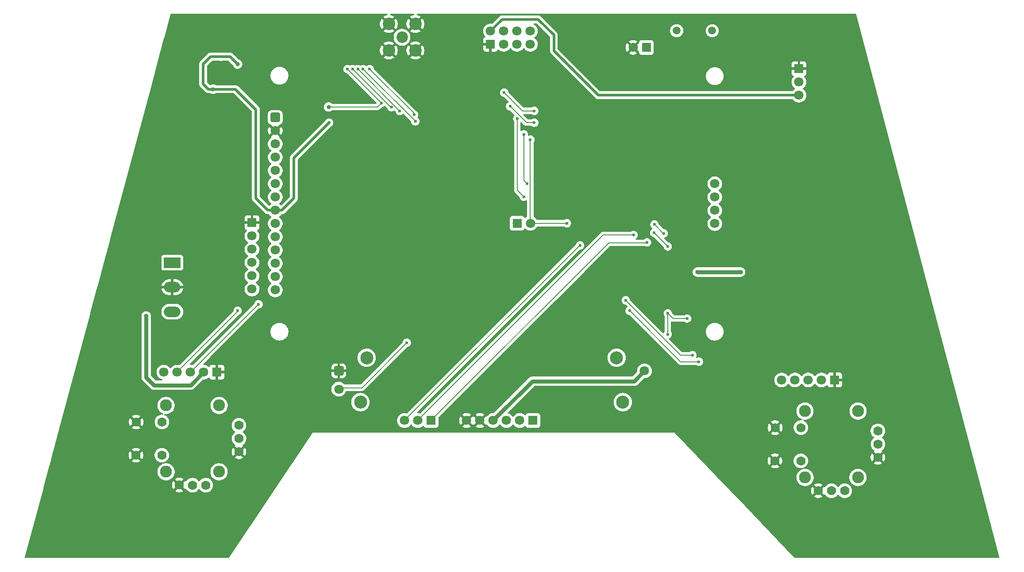
<source format=gbl>
%TF.GenerationSoftware,KiCad,Pcbnew,9.0.6*%
%TF.CreationDate,2026-02-02T09:23:09+01:00*%
%TF.ProjectId,controller,636f6e74-726f-46c6-9c65-722e6b696361,rev?*%
%TF.SameCoordinates,Original*%
%TF.FileFunction,Copper,L2,Bot*%
%TF.FilePolarity,Positive*%
%FSLAX46Y46*%
G04 Gerber Fmt 4.6, Leading zero omitted, Abs format (unit mm)*
G04 Created by KiCad (PCBNEW 9.0.6) date 2026-02-02 09:23:09*
%MOMM*%
%LPD*%
G01*
G04 APERTURE LIST*
G04 Aperture macros list*
%AMRoundRect*
0 Rectangle with rounded corners*
0 $1 Rounding radius*
0 $2 $3 $4 $5 $6 $7 $8 $9 X,Y pos of 4 corners*
0 Add a 4 corners polygon primitive as box body*
4,1,4,$2,$3,$4,$5,$6,$7,$8,$9,$2,$3,0*
0 Add four circle primitives for the rounded corners*
1,1,$1+$1,$2,$3*
1,1,$1+$1,$4,$5*
1,1,$1+$1,$6,$7*
1,1,$1+$1,$8,$9*
0 Add four rect primitives between the rounded corners*
20,1,$1+$1,$2,$3,$4,$5,0*
20,1,$1+$1,$4,$5,$6,$7,0*
20,1,$1+$1,$6,$7,$8,$9,0*
20,1,$1+$1,$8,$9,$2,$3,0*%
G04 Aperture macros list end*
%TA.AperFunction,ComponentPad*%
%ADD10R,1.800000X1.800000*%
%TD*%
%TA.AperFunction,ComponentPad*%
%ADD11C,1.800000*%
%TD*%
%TA.AperFunction,ComponentPad*%
%ADD12C,1.778000*%
%TD*%
%TA.AperFunction,ComponentPad*%
%ADD13C,2.286000*%
%TD*%
%TA.AperFunction,ComponentPad*%
%ADD14RoundRect,0.250000X-0.650000X0.650000X-0.650000X-0.650000X0.650000X-0.650000X0.650000X0.650000X0*%
%TD*%
%TA.AperFunction,ComponentPad*%
%ADD15C,2.200000*%
%TD*%
%TA.AperFunction,ComponentPad*%
%ADD16C,2.400000*%
%TD*%
%TA.AperFunction,ComponentPad*%
%ADD17R,3.200000X2.000000*%
%TD*%
%TA.AperFunction,ComponentPad*%
%ADD18O,3.200000X2.000000*%
%TD*%
%TA.AperFunction,ComponentPad*%
%ADD19RoundRect,0.250000X-0.650000X-0.650000X0.650000X-0.650000X0.650000X0.650000X-0.650000X0.650000X0*%
%TD*%
%TA.AperFunction,ComponentPad*%
%ADD20C,2.500000*%
%TD*%
%TA.AperFunction,ComponentPad*%
%ADD21C,1.500000*%
%TD*%
%TA.AperFunction,ViaPad*%
%ADD22C,0.800000*%
%TD*%
%TA.AperFunction,ViaPad*%
%ADD23C,0.600000*%
%TD*%
%TA.AperFunction,Conductor*%
%ADD24C,0.800000*%
%TD*%
%TA.AperFunction,Conductor*%
%ADD25C,0.500000*%
%TD*%
%TA.AperFunction,Conductor*%
%ADD26C,0.200000*%
%TD*%
G04 APERTURE END LIST*
D10*
%TO.P,J1,1*%
%TO.N,Net-(J1-Pad1)*%
X179200000Y-50100000D03*
D11*
%TO.P,J1,2*%
%TO.N,GND*%
X176660000Y-50100000D03*
%TD*%
D10*
%TO.P,J10,1*%
%TO.N,GND*%
X215250000Y-113750000D03*
D11*
%TO.P,J10,2*%
%TO.N,+5V*%
X212710000Y-113750000D03*
%TO.P,J10,3*%
%TO.N,JOY1-X*%
X210170000Y-113750000D03*
%TO.P,J10,4*%
%TO.N,JOY1-Y*%
X207630000Y-113750000D03*
%TO.P,J10,5*%
%TO.N,JOY1-B*%
X205090000Y-113750000D03*
%TD*%
D12*
%TO.P,U9,B1A,SEL-*%
%TO.N,GND*%
X203810000Y-129230000D03*
%TO.P,U9,B1B*%
X203829800Y-122880000D03*
%TO.P,U9,B2A,SEL+*%
%TO.N,JOY1-B*%
X208750000Y-129230000D03*
%TO.P,U9,B2B*%
X208770000Y-122870000D03*
%TO.P,U9,H1,H-*%
%TO.N,GND*%
X223500000Y-128580000D03*
%TO.P,U9,H2,H*%
%TO.N,JOY1-X*%
X223520000Y-126040000D03*
%TO.P,U9,H3,H+*%
%TO.N,+5V*%
X223500000Y-123500000D03*
D13*
%TO.P,U9,S1*%
%TO.N,N/C*%
X209560000Y-132405000D03*
%TO.P,U9,S2*%
X219690000Y-132405000D03*
%TO.P,U9,S3*%
X219704800Y-119705000D03*
%TO.P,U9,S4*%
X209544800Y-119705000D03*
D12*
%TO.P,U9,V1,V-*%
%TO.N,GND*%
X212084800Y-134945000D03*
%TO.P,U9,V2,V*%
%TO.N,JOY1-Y*%
X214610000Y-134960000D03*
%TO.P,U9,V3,V+*%
%TO.N,+5V*%
X217150000Y-134960000D03*
%TD*%
D10*
%TO.P,J9,1*%
%TO.N,GND*%
X97040000Y-112250000D03*
D11*
%TO.P,J9,2*%
%TO.N,+5V*%
X94500000Y-112250000D03*
%TO.P,J9,3*%
%TO.N,Net-(U1-ADC6)*%
X91960000Y-112250000D03*
%TO.P,J9,4*%
%TO.N,Net-(U1-ADC7)*%
X89420000Y-112250000D03*
%TO.P,J9,5*%
%TO.N,Net-(U1-PC5{slash}ADC5{slash}SCL{slash}PCINT13)*%
X86880000Y-112250000D03*
%TD*%
D14*
%TO.P,U4,1,VCC*%
%TO.N,+5V*%
X108200000Y-63500000D03*
D11*
%TO.P,U4,2,GND*%
%TO.N,GND*%
X108200000Y-66040000D03*
%TO.P,U4,3,~{CS}*%
%TO.N,Net-(U4-~{CS})*%
X108200000Y-68580000D03*
%TO.P,U4,4,RESET*%
%TO.N,Net-(U4-RESET)*%
X108200000Y-71120000D03*
%TO.P,U4,5,D/~{C}*%
%TO.N,Net-(U4-D{slash}~{C})*%
X108200000Y-73660000D03*
%TO.P,U4,6,MOSI*%
%TO.N,Net-(U4-MOSI)*%
X108200000Y-76200000D03*
%TO.P,U4,7,SCK*%
%TO.N,Net-(U4-SCK)*%
X108200000Y-78740000D03*
%TO.P,U4,8,LED*%
%TO.N,+3.3V*%
X108200000Y-81280000D03*
%TO.P,U4,9,MISO*%
%TO.N,Net-(U4-MISO)*%
X108200000Y-83820000D03*
%TO.P,U4,10,T_CLK*%
%TO.N,Net-(U4-T_CLK)*%
X108200000Y-86360000D03*
%TO.P,U4,11,T_CS*%
%TO.N,Net-(U4-T_CS)*%
X108200000Y-88900000D03*
%TO.P,U4,12,T_DIN*%
%TO.N,Net-(U4-T_DIN)*%
X108200000Y-91440000D03*
%TO.P,U4,13,T_DO*%
%TO.N,Net-(U4-T_DO)*%
X108200000Y-93980000D03*
%TO.P,U4,14,T_IRQ*%
%TO.N,Net-(U4-T_IRQ)*%
X108200000Y-96520000D03*
%TO.P,U4,15,SD_CS*%
%TO.N,unconnected-(U4-SD_CS-Pad15)*%
X192300000Y-76200000D03*
%TO.P,U4,16,SD_MOSI*%
%TO.N,unconnected-(U4-SD_MOSI-Pad16)*%
X192300000Y-78740000D03*
%TO.P,U4,17,SD_MISO*%
%TO.N,unconnected-(U4-SD_MISO-Pad17)*%
X192300000Y-81280000D03*
%TO.P,U4,18,SD_SCK*%
%TO.N,unconnected-(U4-SD_SCK-Pad18)*%
X192300000Y-83820000D03*
%TD*%
D10*
%TO.P,J8,1*%
%TO.N,GND*%
X208400000Y-54160000D03*
D11*
%TO.P,J8,2*%
%TO.N,+5V*%
X208400000Y-56700000D03*
%TO.P,J8,3*%
%TO.N,+3.3V*%
X208400000Y-59240000D03*
%TD*%
D10*
%TO.P,J4,1*%
%TO.N,Net-(U4-MISO)*%
X154480000Y-83750000D03*
D11*
%TO.P,J4,2*%
%TO.N,MISO*%
X157020000Y-83750000D03*
%TD*%
D15*
%TO.P,J6,1,ANT*%
%TO.N,Net-(J6-ANT)*%
X132460000Y-48160000D03*
D16*
%TO.P,J6,2*%
%TO.N,GND*%
X129920000Y-45620000D03*
%TO.P,J6,3*%
X129920000Y-50700000D03*
%TO.P,J6,4*%
X135000000Y-50700000D03*
%TO.P,J6,5*%
X135000000Y-45620000D03*
%TD*%
D10*
%TO.P,J11,1*%
%TO.N,MOSI*%
X138000000Y-121500000D03*
D11*
%TO.P,J11,2*%
%TO.N,MISO*%
X135460000Y-121500000D03*
%TO.P,J11,3*%
%TO.N,SCK*%
X132920000Y-121500000D03*
%TD*%
D10*
%TO.P,J2,1*%
%TO.N,DTR*%
X157500000Y-121500000D03*
D11*
%TO.P,J2,2*%
%TO.N,TXD*%
X154960000Y-121500000D03*
%TO.P,J2,3*%
%TO.N,RXD*%
X152420000Y-121500000D03*
%TO.P,J2,4*%
%TO.N,+5V*%
X149880000Y-121500000D03*
%TO.P,J2,5*%
%TO.N,GND*%
X147340000Y-121500000D03*
%TO.P,J2,6*%
X144800000Y-121500000D03*
%TD*%
D17*
%TO.P,SW3,1*%
%TO.N,Net-(U1-PC2{slash}ADC2{slash}PCINT10)*%
X88500000Y-91300000D03*
D18*
%TO.P,SW3,2*%
%TO.N,GND*%
X88500000Y-96000000D03*
%TO.P,SW3,3*%
%TO.N,Net-(U1-PC3{slash}ADC3{slash}PCINT11)*%
X88500000Y-100700000D03*
%TD*%
D12*
%TO.P,U10,B1A,SEL-*%
%TO.N,GND*%
X81560000Y-128150000D03*
%TO.P,U10,B1B*%
X81579800Y-121800000D03*
%TO.P,U10,B2A,SEL+*%
%TO.N,Net-(U1-PC5{slash}ADC5{slash}SCL{slash}PCINT13)*%
X86500000Y-128150000D03*
%TO.P,U10,B2B*%
X86520000Y-121790000D03*
%TO.P,U10,H1,H-*%
%TO.N,GND*%
X101250000Y-127500000D03*
%TO.P,U10,H2,H*%
%TO.N,Net-(U1-ADC6)*%
X101270000Y-124960000D03*
%TO.P,U10,H3,H+*%
%TO.N,+5V*%
X101250000Y-122420000D03*
D13*
%TO.P,U10,S1*%
%TO.N,N/C*%
X87310000Y-131325000D03*
%TO.P,U10,S2*%
X97440000Y-131325000D03*
%TO.P,U10,S3*%
X97454800Y-118625000D03*
%TO.P,U10,S4*%
X87294800Y-118625000D03*
D12*
%TO.P,U10,V1,V-*%
%TO.N,GND*%
X89834800Y-133865000D03*
%TO.P,U10,V2,V*%
%TO.N,Net-(U1-ADC7)*%
X92360000Y-133880000D03*
%TO.P,U10,V3,V+*%
%TO.N,+5V*%
X94900000Y-133880000D03*
%TD*%
D10*
%TO.P,J3,1*%
%TO.N,GND*%
X103750000Y-83650000D03*
D11*
%TO.P,J3,2*%
%TO.N,Net-(U4-T_CLK)*%
X103750000Y-86190000D03*
%TO.P,J3,3*%
%TO.N,Net-(U4-T_CS)*%
X103750000Y-88730000D03*
%TO.P,J3,4*%
%TO.N,Net-(U4-T_DIN)*%
X103750000Y-91270000D03*
%TO.P,J3,5*%
%TO.N,Net-(U4-T_DO)*%
X103750000Y-93810000D03*
%TO.P,J3,6*%
%TO.N,Net-(U4-T_IRQ)*%
X103750000Y-96350000D03*
%TD*%
D19*
%TO.P,RV1,1*%
%TO.N,GND*%
X120350000Y-112000000D03*
D11*
%TO.P,RV1,2*%
%TO.N,Net-(U1-PC4{slash}ADC4{slash}SDA{slash}PCINT12)*%
X120350000Y-115500000D03*
%TO.P,RV1,3*%
%TO.N,+5V*%
X178850000Y-112000000D03*
D20*
%TO.P,RV1,4*%
%TO.N,N/C*%
X125700000Y-109500000D03*
%TO.P,RV1,5*%
X173500000Y-109500000D03*
%TO.P,RV1,6*%
X124500000Y-118000000D03*
%TO.P,RV1,7*%
X174700000Y-118000000D03*
%TD*%
D10*
%TO.P,J7,1*%
%TO.N,GND*%
X149380000Y-49500000D03*
D11*
%TO.P,J7,2*%
%TO.N,CE*%
X151920000Y-49500000D03*
%TO.P,J7,3*%
%TO.N,SCK*%
X154460000Y-49500000D03*
%TO.P,J7,4*%
%TO.N,MISO*%
X157000000Y-49500000D03*
%TO.P,J7,5*%
%TO.N,unconnected-(J7-Pad5)*%
X157000000Y-46960000D03*
%TO.P,J7,6*%
%TO.N,MOSI*%
X154460000Y-46960000D03*
%TO.P,J7,7*%
%TO.N,CSN*%
X151920000Y-46960000D03*
%TO.P,J7,8*%
%TO.N,+3.3V*%
X149380000Y-46960000D03*
%TD*%
D21*
%TO.P,SW2,4*%
%TO.N,N/C*%
X185000000Y-46900000D03*
%TO.P,SW2,5*%
X191800000Y-46900000D03*
%TD*%
D22*
%TO.N,+5V*%
X83500000Y-101500000D03*
X197250000Y-93100000D03*
X188951000Y-93100000D03*
D23*
%TO.N,GND*%
X104750000Y-48750000D03*
X127500000Y-53500000D03*
X93000000Y-56000000D03*
X126750000Y-47000000D03*
X91750000Y-45000000D03*
X94250000Y-59250000D03*
X127000000Y-50500000D03*
D22*
X134000000Y-57500000D03*
X191400000Y-97500000D03*
D23*
X111250000Y-63750000D03*
X140000000Y-50750000D03*
X204275000Y-107100000D03*
X92500000Y-61000000D03*
X125750000Y-50500000D03*
X211500000Y-106750000D03*
D22*
X94400000Y-60900000D03*
X164350000Y-70650000D03*
X116400000Y-58250000D03*
D23*
X97400000Y-55100000D03*
X90500000Y-51500000D03*
X108000000Y-48750000D03*
X122500000Y-49000000D03*
X90000000Y-54750000D03*
D22*
X109250000Y-60500000D03*
D23*
X125250000Y-45750000D03*
X124250000Y-49000000D03*
X122250000Y-63500000D03*
X89000000Y-51500000D03*
X92000000Y-59250000D03*
X110000000Y-45250000D03*
X113250000Y-62500000D03*
D22*
X164250000Y-76250000D03*
D23*
X134750000Y-55750000D03*
X121000000Y-46750000D03*
D22*
X164000000Y-49500000D03*
D23*
X125000000Y-47250000D03*
D22*
X189944315Y-96345786D03*
D23*
X114000000Y-45250000D03*
X106000000Y-45250000D03*
X119000000Y-53250000D03*
X94000000Y-45250000D03*
X92000000Y-65250000D03*
X135500000Y-54000000D03*
X123250000Y-47250000D03*
X103250000Y-51500000D03*
D22*
X188500000Y-75500000D03*
X101600000Y-64900000D03*
X164250000Y-78750000D03*
D23*
X127000000Y-49000000D03*
X112500000Y-48750000D03*
X91750000Y-55000000D03*
X128000000Y-65250000D03*
X90250000Y-60750000D03*
X134000000Y-54000000D03*
X138500000Y-45750000D03*
D22*
X117500000Y-54250000D03*
D23*
X101500000Y-45000000D03*
X94750000Y-50750000D03*
X126250000Y-63500000D03*
X126750000Y-45500000D03*
X128500000Y-63500000D03*
D22*
X109200000Y-58100000D03*
D23*
X140750000Y-47250000D03*
X89250000Y-58250000D03*
X138250000Y-51500000D03*
X121500000Y-59250000D03*
X120250000Y-59000000D03*
X125500000Y-52000000D03*
X92250000Y-46500000D03*
X125750000Y-49000000D03*
X114000000Y-65500000D03*
X132250000Y-64750000D03*
X121500000Y-45250000D03*
D22*
X189250000Y-94750000D03*
D23*
X119250000Y-45250000D03*
X93000000Y-58250000D03*
X127000000Y-52000000D03*
X112250000Y-65500000D03*
D22*
X121250000Y-57500000D03*
D23*
X124250000Y-63750000D03*
X89750000Y-46250000D03*
X96750000Y-44750000D03*
X111750000Y-45250000D03*
X90500000Y-49750000D03*
D22*
X112200000Y-55380025D03*
X200400000Y-62775000D03*
D23*
X104000000Y-45250000D03*
X116750000Y-45250000D03*
D22*
X201000000Y-73750000D03*
X169400000Y-49700000D03*
D23*
X121250000Y-65250000D03*
X130500000Y-64000000D03*
X124000000Y-50500000D03*
X95000000Y-66000000D03*
X176550000Y-94700000D03*
D22*
X195000000Y-66000000D03*
X117000000Y-52100000D03*
D23*
X111000000Y-48750000D03*
D22*
X164250000Y-68500000D03*
D23*
X139500000Y-52500000D03*
X138000000Y-54250000D03*
X91250000Y-63000000D03*
X89000000Y-48750000D03*
X109500000Y-48750000D03*
X138750000Y-47250000D03*
D22*
X95750000Y-48800000D03*
D23*
X90250000Y-56500000D03*
X114868750Y-55662500D03*
X111250000Y-62500000D03*
X192600000Y-87150000D03*
X136250000Y-55750000D03*
X110750000Y-56500000D03*
X118500000Y-59000000D03*
D22*
X123500000Y-58250000D03*
X205750000Y-90750000D03*
D23*
X106500000Y-48750000D03*
X103250000Y-52750000D03*
X123250000Y-45750000D03*
X138250000Y-56250000D03*
X107750000Y-45250000D03*
X129250000Y-53750000D03*
X91000000Y-48000000D03*
X123500000Y-65500000D03*
X125750000Y-65250000D03*
X111250000Y-58000000D03*
X92000000Y-57250000D03*
X131000000Y-53750000D03*
D22*
X103000000Y-48800000D03*
X164250000Y-73500000D03*
X113000000Y-52500000D03*
D23*
X130250000Y-65250000D03*
X113250000Y-63750000D03*
X139750000Y-54250000D03*
X90750000Y-53250000D03*
X104750000Y-51500000D03*
X114250000Y-48750000D03*
X99250000Y-45000000D03*
X136500000Y-57500000D03*
%TO.N,+3.3V*%
X97750000Y-51900000D03*
D22*
X96300000Y-58100000D03*
X101000000Y-53300000D03*
D23*
X118500000Y-64500000D03*
%TO.N,DTR*%
X183300000Y-105000000D03*
X187000000Y-102000000D03*
X183300000Y-101000000D03*
%TO.N,MISO*%
X125000000Y-54250000D03*
X135000000Y-64250000D03*
X164000000Y-83750000D03*
X176750000Y-86000000D03*
X157000000Y-67750000D03*
%TO.N,SCK*%
X154500000Y-63750000D03*
X124000000Y-54250000D03*
X132000000Y-62250000D03*
X166500000Y-88000000D03*
X155750000Y-78700000D03*
%TO.N,MOSI*%
X155750000Y-66750000D03*
X134750000Y-63000000D03*
X179325000Y-87425000D03*
X156400000Y-76200000D03*
X126250000Y-54250000D03*
%TO.N,CE*%
X152000000Y-58750000D03*
X157750000Y-62250000D03*
X122000000Y-54250000D03*
D22*
X118400000Y-61500000D03*
D23*
X128500000Y-60750000D03*
%TO.N,CSN*%
X153121000Y-61379000D03*
X130450735Y-61549265D03*
X123000000Y-54250000D03*
X157750000Y-64500000D03*
%TO.N,RESET*%
X182500000Y-85700000D03*
X180750000Y-84000000D03*
%TO.N,DC*%
X180675000Y-85575000D03*
X183300000Y-88200000D03*
%TO.N,JOY1-X*%
X175250000Y-98500000D03*
X188000000Y-109000000D03*
%TO.N,Net-(U1-PC4{slash}ADC4{slash}SDA{slash}PCINT12)*%
X133375000Y-106625000D03*
%TO.N,JOY1-Y*%
X189250000Y-110250000D03*
X176000000Y-100500000D03*
%TO.N,Net-(U1-ADC6)*%
X105000000Y-99250000D03*
%TO.N,Net-(U1-ADC7)*%
X101000000Y-100500000D03*
%TD*%
D24*
%TO.N,+5V*%
X92000000Y-114750000D02*
X85000000Y-114750000D01*
X157380000Y-114000000D02*
X149880000Y-121500000D01*
X94500000Y-112250000D02*
X92000000Y-114750000D01*
X85000000Y-114750000D02*
X83500000Y-113250000D01*
X176850000Y-114000000D02*
X157380000Y-114000000D01*
X83500000Y-113250000D02*
X83500000Y-101500000D01*
X188951000Y-93100000D02*
X197250000Y-93100000D01*
X178850000Y-112000000D02*
X176850000Y-114000000D01*
D25*
%TO.N,+3.3V*%
X97750000Y-51900000D02*
X99600000Y-51900000D01*
X96300000Y-58100000D02*
X100600000Y-58100000D01*
X161500000Y-47750000D02*
X158500000Y-44750000D01*
X111750000Y-71250000D02*
X111750000Y-79000000D01*
X95400000Y-58100000D02*
X94400000Y-57100000D01*
X109470000Y-81280000D02*
X108200000Y-81280000D01*
X104500000Y-62000000D02*
X104500000Y-79000000D01*
X161500000Y-50750000D02*
X161500000Y-47750000D01*
X104500000Y-79000000D02*
X106780000Y-81280000D01*
X208400000Y-59240000D02*
X169990000Y-59240000D01*
X151590000Y-44750000D02*
X149380000Y-46960000D01*
X100600000Y-58100000D02*
X104500000Y-62000000D01*
X94400000Y-53300000D02*
X95800000Y-51900000D01*
X99600000Y-51900000D02*
X101000000Y-53300000D01*
X96300000Y-58100000D02*
X95400000Y-58100000D01*
X94400000Y-57100000D02*
X94400000Y-53300000D01*
X158500000Y-44750000D02*
X151590000Y-44750000D01*
X111750000Y-79000000D02*
X109470000Y-81280000D01*
X169990000Y-59240000D02*
X161500000Y-50750000D01*
X118500000Y-64500000D02*
X111750000Y-71250000D01*
X95800000Y-51900000D02*
X97750000Y-51900000D01*
X106780000Y-81280000D02*
X108200000Y-81280000D01*
D26*
%TO.N,DTR*%
X183300000Y-101000000D02*
X184300000Y-102000000D01*
X184300000Y-102000000D02*
X187000000Y-102000000D01*
X183300000Y-105000000D02*
X183300000Y-101000000D01*
%TO.N,MISO*%
X135000000Y-64250000D02*
X125000000Y-54250000D01*
X164000000Y-83750000D02*
X157020000Y-83750000D01*
X157000000Y-67750000D02*
X157000000Y-83000000D01*
X170960000Y-86000000D02*
X135460000Y-121500000D01*
X176750000Y-86000000D02*
X170960000Y-86000000D01*
%TO.N,Net-(U4-MISO)*%
X153640000Y-83820000D02*
X154460000Y-83000000D01*
%TO.N,SCK*%
X132000000Y-62250000D02*
X124000000Y-54250000D01*
X154500000Y-63750000D02*
X154500000Y-77450000D01*
X166420000Y-88000000D02*
X132920000Y-121500000D01*
X154500000Y-77450000D02*
X155750000Y-78700000D01*
X166500000Y-88000000D02*
X166420000Y-88000000D01*
%TO.N,MOSI*%
X179325000Y-87425000D02*
X179250000Y-87500000D01*
X134750000Y-62750000D02*
X134750000Y-63000000D01*
X156400000Y-76200000D02*
X155799000Y-75599000D01*
X155799000Y-75599000D02*
X155799000Y-66799000D01*
X155799000Y-66799000D02*
X155750000Y-66750000D01*
X179250000Y-87500000D02*
X172000000Y-87500000D01*
X126250000Y-54250000D02*
X134750000Y-62750000D01*
X172000000Y-87500000D02*
X138000000Y-121500000D01*
%TO.N,CE*%
X118400000Y-61500000D02*
X127750000Y-61500000D01*
X127750000Y-61500000D02*
X128500000Y-60750000D01*
X155500000Y-62250000D02*
X157750000Y-62250000D01*
X152000000Y-58750000D02*
X155500000Y-62250000D01*
X128500000Y-60750000D02*
X122000000Y-54250000D01*
%TO.N,CSN*%
X153129000Y-61379000D02*
X156250000Y-64500000D01*
X156250000Y-64500000D02*
X157750000Y-64500000D01*
X130299265Y-61549265D02*
X130450735Y-61549265D01*
X153121000Y-61379000D02*
X153129000Y-61379000D01*
X123000000Y-54250000D02*
X130299265Y-61549265D01*
%TO.N,RESET*%
X182500000Y-85700000D02*
X182500000Y-85600000D01*
X182500000Y-85700000D02*
X182450000Y-85700000D01*
X182450000Y-85700000D02*
X180750000Y-84000000D01*
%TO.N,DC*%
X180675000Y-85575000D02*
X183300000Y-88200000D01*
X183300000Y-88200000D02*
X183100000Y-88200000D01*
%TO.N,JOY1-X*%
X185750000Y-109000000D02*
X188000000Y-109000000D01*
X175250000Y-98500000D02*
X185750000Y-109000000D01*
%TO.N,Net-(U1-PC4{slash}ADC4{slash}SDA{slash}PCINT12)*%
X124750000Y-115250000D02*
X120350000Y-115250000D01*
X133375000Y-106625000D02*
X124750000Y-115250000D01*
%TO.N,JOY1-Y*%
X176000000Y-100500000D02*
X185750000Y-110250000D01*
X185750000Y-110250000D02*
X189250000Y-110250000D01*
%TO.N,Net-(U1-ADC6)*%
X92000000Y-112250000D02*
X91960000Y-112250000D01*
X105000000Y-99250000D02*
X92000000Y-112250000D01*
%TO.N,Net-(U1-ADC7)*%
X101000000Y-100670000D02*
X89420000Y-112250000D01*
X101000000Y-100500000D02*
X101000000Y-100670000D01*
%TD*%
%TA.AperFunction,Conductor*%
%TO.N,GND*%
G36*
X129651008Y-43720185D02*
G01*
X129696763Y-43772989D01*
X129706707Y-43842147D01*
X129677682Y-43905703D01*
X129618904Y-43943477D01*
X129600154Y-43947439D01*
X129587645Y-43949085D01*
X129587632Y-43949088D01*
X129372381Y-44006763D01*
X129166497Y-44092045D01*
X129166479Y-44092054D01*
X128973511Y-44203462D01*
X128907595Y-44254042D01*
X129519438Y-44865884D01*
X129517374Y-44866740D01*
X129378156Y-44959762D01*
X129259762Y-45078156D01*
X129166740Y-45217374D01*
X129165885Y-45219438D01*
X128554042Y-44607595D01*
X128503462Y-44673511D01*
X128392054Y-44866479D01*
X128392045Y-44866497D01*
X128306763Y-45072381D01*
X128249088Y-45287632D01*
X128249085Y-45287645D01*
X128220000Y-45508575D01*
X128220000Y-45731424D01*
X128249085Y-45952354D01*
X128249088Y-45952367D01*
X128306763Y-46167618D01*
X128392045Y-46373502D01*
X128392054Y-46373520D01*
X128503464Y-46566491D01*
X128503473Y-46566504D01*
X128554040Y-46632403D01*
X128554043Y-46632403D01*
X129165884Y-46020561D01*
X129166740Y-46022626D01*
X129259762Y-46161844D01*
X129378156Y-46280238D01*
X129517374Y-46373260D01*
X129519437Y-46374114D01*
X128907595Y-46985955D01*
X128907595Y-46985956D01*
X128973507Y-47036533D01*
X129166485Y-47147949D01*
X129166497Y-47147954D01*
X129372381Y-47233236D01*
X129587632Y-47290911D01*
X129587645Y-47290914D01*
X129808575Y-47320000D01*
X130031425Y-47320000D01*
X130252354Y-47290914D01*
X130252367Y-47290911D01*
X130467618Y-47233236D01*
X130673502Y-47147954D01*
X130673514Y-47147949D01*
X130866498Y-47036530D01*
X130932403Y-46985957D01*
X130932404Y-46985956D01*
X130320562Y-46374114D01*
X130322626Y-46373260D01*
X130461844Y-46280238D01*
X130580238Y-46161844D01*
X130673260Y-46022626D01*
X130674114Y-46020562D01*
X131285956Y-46632404D01*
X131285957Y-46632403D01*
X131336530Y-46566498D01*
X131447949Y-46373514D01*
X131447954Y-46373502D01*
X131533236Y-46167618D01*
X131590911Y-45952367D01*
X131590914Y-45952354D01*
X131620000Y-45731424D01*
X131620000Y-45508575D01*
X131590914Y-45287645D01*
X131590911Y-45287632D01*
X131533236Y-45072381D01*
X131447954Y-44866497D01*
X131447949Y-44866485D01*
X131336533Y-44673507D01*
X131285956Y-44607595D01*
X131285955Y-44607595D01*
X130674114Y-45219436D01*
X130673260Y-45217374D01*
X130580238Y-45078156D01*
X130461844Y-44959762D01*
X130322626Y-44866740D01*
X130320561Y-44865884D01*
X130932403Y-44254043D01*
X130932403Y-44254040D01*
X130866504Y-44203473D01*
X130866491Y-44203464D01*
X130673520Y-44092054D01*
X130673502Y-44092045D01*
X130467618Y-44006763D01*
X130252367Y-43949088D01*
X130252354Y-43949085D01*
X130239846Y-43947439D01*
X130175950Y-43919173D01*
X130137478Y-43860849D01*
X130136646Y-43790984D01*
X130173719Y-43731760D01*
X130236924Y-43701981D01*
X130256031Y-43700500D01*
X134663969Y-43700500D01*
X134731008Y-43720185D01*
X134776763Y-43772989D01*
X134786707Y-43842147D01*
X134757682Y-43905703D01*
X134698904Y-43943477D01*
X134680154Y-43947439D01*
X134667645Y-43949085D01*
X134667632Y-43949088D01*
X134452381Y-44006763D01*
X134246497Y-44092045D01*
X134246479Y-44092054D01*
X134053511Y-44203462D01*
X133987595Y-44254042D01*
X134599438Y-44865884D01*
X134597374Y-44866740D01*
X134458156Y-44959762D01*
X134339762Y-45078156D01*
X134246740Y-45217374D01*
X134245885Y-45219438D01*
X133634042Y-44607595D01*
X133583462Y-44673511D01*
X133472054Y-44866479D01*
X133472045Y-44866497D01*
X133386763Y-45072381D01*
X133329088Y-45287632D01*
X133329085Y-45287645D01*
X133300000Y-45508575D01*
X133300000Y-45731424D01*
X133329085Y-45952354D01*
X133329088Y-45952367D01*
X133386763Y-46167618D01*
X133472045Y-46373502D01*
X133472054Y-46373520D01*
X133583464Y-46566491D01*
X133583473Y-46566504D01*
X133634040Y-46632403D01*
X133634043Y-46632403D01*
X134245884Y-46020561D01*
X134246740Y-46022626D01*
X134339762Y-46161844D01*
X134458156Y-46280238D01*
X134597374Y-46373260D01*
X134599437Y-46374114D01*
X133987595Y-46985955D01*
X133987595Y-46985956D01*
X134053507Y-47036533D01*
X134246485Y-47147949D01*
X134246497Y-47147954D01*
X134452381Y-47233236D01*
X134667632Y-47290911D01*
X134667645Y-47290914D01*
X134888575Y-47320000D01*
X135111425Y-47320000D01*
X135332354Y-47290914D01*
X135332367Y-47290911D01*
X135547618Y-47233236D01*
X135753502Y-47147954D01*
X135753514Y-47147949D01*
X135946498Y-47036530D01*
X136012403Y-46985957D01*
X136012404Y-46985956D01*
X135959035Y-46932587D01*
X135876226Y-46849778D01*
X147979500Y-46849778D01*
X147979500Y-47070222D01*
X147986964Y-47117345D01*
X148013985Y-47287952D01*
X148082103Y-47497603D01*
X148082104Y-47497606D01*
X148140294Y-47611807D01*
X148177129Y-47684100D01*
X148182187Y-47694025D01*
X148311752Y-47872358D01*
X148311756Y-47872363D01*
X148362316Y-47922923D01*
X148395801Y-47984246D01*
X148390817Y-48053938D01*
X148348945Y-48109871D01*
X148317969Y-48126785D01*
X148237918Y-48156643D01*
X148237906Y-48156649D01*
X148122812Y-48242809D01*
X148122809Y-48242812D01*
X148036649Y-48357906D01*
X148036645Y-48357913D01*
X147986403Y-48492620D01*
X147986401Y-48492627D01*
X147980000Y-48552155D01*
X147980000Y-49250000D01*
X148935440Y-49250000D01*
X148904755Y-49303147D01*
X148870000Y-49432857D01*
X148870000Y-49567143D01*
X148904755Y-49696853D01*
X148935440Y-49750000D01*
X147980000Y-49750000D01*
X147980000Y-50447844D01*
X147986401Y-50507372D01*
X147986403Y-50507379D01*
X148036645Y-50642086D01*
X148036649Y-50642093D01*
X148122809Y-50757187D01*
X148122812Y-50757190D01*
X148237906Y-50843350D01*
X148237913Y-50843354D01*
X148372620Y-50893596D01*
X148372627Y-50893598D01*
X148432155Y-50899999D01*
X148432172Y-50900000D01*
X149130000Y-50900000D01*
X149130000Y-49944560D01*
X149183147Y-49975245D01*
X149312857Y-50010000D01*
X149447143Y-50010000D01*
X149576853Y-49975245D01*
X149630000Y-49944560D01*
X149630000Y-50900000D01*
X150327828Y-50900000D01*
X150327844Y-50899999D01*
X150387372Y-50893598D01*
X150387379Y-50893596D01*
X150522086Y-50843354D01*
X150522093Y-50843350D01*
X150637187Y-50757190D01*
X150637190Y-50757187D01*
X150723350Y-50642093D01*
X150723354Y-50642086D01*
X150753213Y-50562031D01*
X150795084Y-50506097D01*
X150860548Y-50481680D01*
X150928821Y-50496531D01*
X150957076Y-50517683D01*
X151007636Y-50568243D01*
X151007641Y-50568247D01*
X151163192Y-50681260D01*
X151185978Y-50697815D01*
X151302501Y-50757187D01*
X151382393Y-50797895D01*
X151382396Y-50797896D01*
X151462486Y-50823918D01*
X151592049Y-50866015D01*
X151809778Y-50900500D01*
X151809779Y-50900500D01*
X152030221Y-50900500D01*
X152030222Y-50900500D01*
X152247951Y-50866015D01*
X152457606Y-50797895D01*
X152654022Y-50697815D01*
X152832365Y-50568242D01*
X152988242Y-50412365D01*
X153036135Y-50346446D01*
X153089682Y-50272745D01*
X153145011Y-50230079D01*
X153214625Y-50224100D01*
X153276420Y-50256705D01*
X153290318Y-50272745D01*
X153391752Y-50412358D01*
X153391756Y-50412363D01*
X153547636Y-50568243D01*
X153547641Y-50568247D01*
X153703192Y-50681260D01*
X153725978Y-50697815D01*
X153842501Y-50757187D01*
X153922393Y-50797895D01*
X153922396Y-50797896D01*
X154002486Y-50823918D01*
X154132049Y-50866015D01*
X154349778Y-50900500D01*
X154349779Y-50900500D01*
X154570221Y-50900500D01*
X154570222Y-50900500D01*
X154787951Y-50866015D01*
X154997606Y-50797895D01*
X155194022Y-50697815D01*
X155372365Y-50568242D01*
X155528242Y-50412365D01*
X155576135Y-50346446D01*
X155629682Y-50272745D01*
X155685011Y-50230079D01*
X155754625Y-50224100D01*
X155816420Y-50256705D01*
X155830318Y-50272745D01*
X155931752Y-50412358D01*
X155931756Y-50412363D01*
X156087636Y-50568243D01*
X156087641Y-50568247D01*
X156243192Y-50681260D01*
X156265978Y-50697815D01*
X156382501Y-50757187D01*
X156462393Y-50797895D01*
X156462396Y-50797896D01*
X156542486Y-50823918D01*
X156672049Y-50866015D01*
X156889778Y-50900500D01*
X156889779Y-50900500D01*
X157110221Y-50900500D01*
X157110222Y-50900500D01*
X157327951Y-50866015D01*
X157537606Y-50797895D01*
X157734022Y-50697815D01*
X157912365Y-50568242D01*
X158068242Y-50412365D01*
X158197815Y-50234022D01*
X158297895Y-50037606D01*
X158366015Y-49827951D01*
X158400500Y-49610222D01*
X158400500Y-49389778D01*
X158366015Y-49172049D01*
X158310114Y-49000000D01*
X158297896Y-48962396D01*
X158297895Y-48962393D01*
X158236782Y-48842455D01*
X158197815Y-48765978D01*
X158154172Y-48705908D01*
X158068247Y-48587641D01*
X158068243Y-48587636D01*
X157912363Y-48431756D01*
X157912358Y-48431752D01*
X157772745Y-48330318D01*
X157730079Y-48274989D01*
X157724100Y-48205375D01*
X157756705Y-48143580D01*
X157772745Y-48129682D01*
X157912358Y-48028247D01*
X157912356Y-48028247D01*
X157912365Y-48028242D01*
X158068242Y-47872365D01*
X158197815Y-47694022D01*
X158297895Y-47497606D01*
X158366015Y-47287951D01*
X158400500Y-47070222D01*
X158400500Y-46849778D01*
X158366015Y-46632049D01*
X158297895Y-46422394D01*
X158297895Y-46422393D01*
X158225462Y-46280238D01*
X158197815Y-46225978D01*
X158151219Y-46161844D01*
X158068247Y-46047641D01*
X158068243Y-46047636D01*
X157912363Y-45891756D01*
X157912358Y-45891752D01*
X157734025Y-45762187D01*
X157734024Y-45762186D01*
X157734022Y-45762185D01*
X157680638Y-45734984D01*
X157629843Y-45687010D01*
X157613048Y-45619189D01*
X157635586Y-45553054D01*
X157690301Y-45509603D01*
X157736934Y-45500500D01*
X158137770Y-45500500D01*
X158204809Y-45520185D01*
X158225451Y-45536819D01*
X160713181Y-48024548D01*
X160746666Y-48085871D01*
X160749500Y-48112229D01*
X160749500Y-50823918D01*
X160749500Y-50823920D01*
X160749499Y-50823920D01*
X160778340Y-50968907D01*
X160778343Y-50968917D01*
X160834914Y-51105492D01*
X160834915Y-51105494D01*
X160834916Y-51105495D01*
X160851465Y-51130263D01*
X160864318Y-51149498D01*
X160864319Y-51149501D01*
X160917046Y-51228414D01*
X160917052Y-51228421D01*
X169511580Y-59822948D01*
X169511584Y-59822951D01*
X169634498Y-59905080D01*
X169634511Y-59905087D01*
X169771082Y-59961656D01*
X169771087Y-59961658D01*
X169771091Y-59961658D01*
X169771092Y-59961659D01*
X169916079Y-59990500D01*
X169916082Y-59990500D01*
X170063917Y-59990500D01*
X207150976Y-59990500D01*
X207218015Y-60010185D01*
X207251295Y-60041616D01*
X207331754Y-60152361D01*
X207487636Y-60308243D01*
X207487641Y-60308247D01*
X207643192Y-60421260D01*
X207665978Y-60437815D01*
X207794375Y-60503237D01*
X207862393Y-60537895D01*
X207862396Y-60537896D01*
X207967221Y-60571955D01*
X208072049Y-60606015D01*
X208289778Y-60640500D01*
X208289779Y-60640500D01*
X208510221Y-60640500D01*
X208510222Y-60640500D01*
X208727951Y-60606015D01*
X208937606Y-60537895D01*
X209134022Y-60437815D01*
X209312365Y-60308242D01*
X209468242Y-60152365D01*
X209597815Y-59974022D01*
X209697895Y-59777606D01*
X209766015Y-59567951D01*
X209800500Y-59350222D01*
X209800500Y-59129778D01*
X209766015Y-58912049D01*
X209718264Y-58765084D01*
X209697896Y-58702396D01*
X209697895Y-58702393D01*
X209663237Y-58634375D01*
X209597815Y-58505978D01*
X209559456Y-58453181D01*
X209468247Y-58327641D01*
X209468243Y-58327636D01*
X209312363Y-58171756D01*
X209312358Y-58171752D01*
X209172745Y-58070318D01*
X209130079Y-58014989D01*
X209124100Y-57945375D01*
X209156705Y-57883580D01*
X209172745Y-57869682D01*
X209312358Y-57768247D01*
X209312356Y-57768247D01*
X209312365Y-57768242D01*
X209468242Y-57612365D01*
X209597815Y-57434022D01*
X209697895Y-57237606D01*
X209766015Y-57027951D01*
X209800500Y-56810222D01*
X209800500Y-56589778D01*
X209766015Y-56372049D01*
X209730818Y-56263722D01*
X209697896Y-56162396D01*
X209697895Y-56162393D01*
X209618868Y-56007297D01*
X209597815Y-55965978D01*
X209580722Y-55942452D01*
X209468247Y-55787641D01*
X209468243Y-55787636D01*
X209417683Y-55737076D01*
X209384198Y-55675753D01*
X209389182Y-55606061D01*
X209431054Y-55550128D01*
X209462031Y-55533213D01*
X209542086Y-55503354D01*
X209542093Y-55503350D01*
X209657187Y-55417190D01*
X209657190Y-55417187D01*
X209743350Y-55302093D01*
X209743354Y-55302086D01*
X209793596Y-55167379D01*
X209793598Y-55167372D01*
X209799999Y-55107844D01*
X209800000Y-55107827D01*
X209800000Y-54410000D01*
X208844560Y-54410000D01*
X208875245Y-54356853D01*
X208910000Y-54227143D01*
X208910000Y-54092857D01*
X208875245Y-53963147D01*
X208844560Y-53910000D01*
X209800000Y-53910000D01*
X209800000Y-53212172D01*
X209799999Y-53212155D01*
X209793598Y-53152627D01*
X209793596Y-53152620D01*
X209743354Y-53017913D01*
X209743350Y-53017906D01*
X209657190Y-52902812D01*
X209657187Y-52902809D01*
X209542093Y-52816649D01*
X209542086Y-52816645D01*
X209407379Y-52766403D01*
X209407372Y-52766401D01*
X209347844Y-52760000D01*
X208650000Y-52760000D01*
X208650000Y-53715439D01*
X208596853Y-53684755D01*
X208467143Y-53650000D01*
X208332857Y-53650000D01*
X208203147Y-53684755D01*
X208150000Y-53715439D01*
X208150000Y-52760000D01*
X207452155Y-52760000D01*
X207392627Y-52766401D01*
X207392620Y-52766403D01*
X207257913Y-52816645D01*
X207257906Y-52816649D01*
X207142812Y-52902809D01*
X207142809Y-52902812D01*
X207056649Y-53017906D01*
X207056645Y-53017913D01*
X207006403Y-53152620D01*
X207006401Y-53152627D01*
X207000000Y-53212155D01*
X207000000Y-53910000D01*
X207955440Y-53910000D01*
X207924755Y-53963147D01*
X207890000Y-54092857D01*
X207890000Y-54227143D01*
X207924755Y-54356853D01*
X207955440Y-54410000D01*
X207000000Y-54410000D01*
X207000000Y-55107844D01*
X207006401Y-55167372D01*
X207006403Y-55167379D01*
X207056645Y-55302086D01*
X207056649Y-55302093D01*
X207142809Y-55417187D01*
X207142812Y-55417190D01*
X207257906Y-55503350D01*
X207257913Y-55503354D01*
X207337968Y-55533213D01*
X207393902Y-55575084D01*
X207418319Y-55640549D01*
X207403467Y-55708822D01*
X207382317Y-55737075D01*
X207331756Y-55787636D01*
X207331752Y-55787641D01*
X207202187Y-55965974D01*
X207102104Y-56162393D01*
X207102103Y-56162396D01*
X207033985Y-56372047D01*
X206999500Y-56589778D01*
X206999500Y-56810221D01*
X207033985Y-57027952D01*
X207102103Y-57237603D01*
X207102104Y-57237606D01*
X207202187Y-57434025D01*
X207331752Y-57612358D01*
X207331756Y-57612363D01*
X207487636Y-57768243D01*
X207487641Y-57768247D01*
X207627254Y-57869682D01*
X207669920Y-57925012D01*
X207675899Y-57994625D01*
X207643293Y-58056420D01*
X207627254Y-58070318D01*
X207487641Y-58171752D01*
X207487636Y-58171756D01*
X207331754Y-58327638D01*
X207251295Y-58438384D01*
X207195965Y-58481051D01*
X207150976Y-58489500D01*
X170352229Y-58489500D01*
X170285190Y-58469815D01*
X170264548Y-58453181D01*
X167393532Y-55582165D01*
X167309916Y-55498549D01*
X190599500Y-55498549D01*
X190599500Y-55721450D01*
X190599501Y-55721466D01*
X190628594Y-55942452D01*
X190628595Y-55942457D01*
X190628596Y-55942463D01*
X190659498Y-56057790D01*
X190686290Y-56157780D01*
X190686293Y-56157790D01*
X190740637Y-56288987D01*
X190771595Y-56363726D01*
X190883052Y-56556774D01*
X190883057Y-56556780D01*
X190883058Y-56556782D01*
X191018751Y-56733622D01*
X191018757Y-56733629D01*
X191176370Y-56891242D01*
X191176377Y-56891248D01*
X191222901Y-56926947D01*
X191353226Y-57026948D01*
X191546274Y-57138405D01*
X191752219Y-57223710D01*
X191967537Y-57281404D01*
X192188543Y-57310500D01*
X192188550Y-57310500D01*
X192411450Y-57310500D01*
X192411457Y-57310500D01*
X192632463Y-57281404D01*
X192847781Y-57223710D01*
X193053726Y-57138405D01*
X193246774Y-57026948D01*
X193423624Y-56891247D01*
X193581247Y-56733624D01*
X193716948Y-56556774D01*
X193828405Y-56363726D01*
X193913710Y-56157781D01*
X193971404Y-55942463D01*
X194000500Y-55721457D01*
X194000500Y-55498543D01*
X193971404Y-55277537D01*
X193913710Y-55062219D01*
X193828405Y-54856274D01*
X193716948Y-54663226D01*
X193581247Y-54486376D01*
X193581242Y-54486370D01*
X193423629Y-54328757D01*
X193423622Y-54328751D01*
X193246782Y-54193058D01*
X193246780Y-54193057D01*
X193246774Y-54193052D01*
X193053726Y-54081595D01*
X193053722Y-54081593D01*
X192847790Y-53996293D01*
X192847783Y-53996291D01*
X192847781Y-53996290D01*
X192632463Y-53938596D01*
X192632457Y-53938595D01*
X192632452Y-53938594D01*
X192411466Y-53909501D01*
X192411463Y-53909500D01*
X192411457Y-53909500D01*
X192188543Y-53909500D01*
X192188537Y-53909500D01*
X192188533Y-53909501D01*
X191967547Y-53938594D01*
X191967540Y-53938595D01*
X191967537Y-53938596D01*
X191875911Y-53963147D01*
X191752219Y-53996290D01*
X191752209Y-53996293D01*
X191546277Y-54081593D01*
X191546273Y-54081595D01*
X191353226Y-54193052D01*
X191353217Y-54193058D01*
X191176377Y-54328751D01*
X191176370Y-54328757D01*
X191018757Y-54486370D01*
X191018751Y-54486377D01*
X190883058Y-54663217D01*
X190883052Y-54663226D01*
X190771595Y-54856273D01*
X190771593Y-54856277D01*
X190686293Y-55062209D01*
X190686290Y-55062219D01*
X190658115Y-55167372D01*
X190628597Y-55277534D01*
X190628594Y-55277547D01*
X190599501Y-55498533D01*
X190599500Y-55498549D01*
X167309916Y-55498549D01*
X165107900Y-53296532D01*
X162286819Y-50475451D01*
X162253334Y-50414128D01*
X162250500Y-50387770D01*
X162250500Y-49989818D01*
X175260000Y-49989818D01*
X175260000Y-50210181D01*
X175294473Y-50427835D01*
X175362567Y-50637410D01*
X175462611Y-50833756D01*
X175508932Y-50897513D01*
X176168871Y-50237574D01*
X176184755Y-50296853D01*
X176251898Y-50413147D01*
X176346853Y-50508102D01*
X176463147Y-50575245D01*
X176522424Y-50591128D01*
X175862485Y-51251065D01*
X175862485Y-51251066D01*
X175926243Y-51297388D01*
X176122589Y-51397432D01*
X176332164Y-51465526D01*
X176549819Y-51500000D01*
X176770181Y-51500000D01*
X176987835Y-51465526D01*
X177197410Y-51397432D01*
X177393760Y-51297386D01*
X177457513Y-51251066D01*
X177457514Y-51251066D01*
X176797575Y-50591128D01*
X176856853Y-50575245D01*
X176973147Y-50508102D01*
X177068102Y-50413147D01*
X177135245Y-50296853D01*
X177151128Y-50237575D01*
X177763181Y-50849628D01*
X177796666Y-50910951D01*
X177799500Y-50937308D01*
X177799500Y-51047869D01*
X177799501Y-51047876D01*
X177805908Y-51107483D01*
X177856202Y-51242328D01*
X177856206Y-51242335D01*
X177942452Y-51357544D01*
X177942455Y-51357547D01*
X178057664Y-51443793D01*
X178057671Y-51443797D01*
X178192517Y-51494091D01*
X178192516Y-51494091D01*
X178199444Y-51494835D01*
X178252127Y-51500500D01*
X180147872Y-51500499D01*
X180207483Y-51494091D01*
X180342331Y-51443796D01*
X180457546Y-51357546D01*
X180543796Y-51242331D01*
X180594091Y-51107483D01*
X180600500Y-51047873D01*
X180600499Y-49152128D01*
X180594091Y-49092517D01*
X180593860Y-49091898D01*
X180543797Y-48957671D01*
X180543793Y-48957664D01*
X180457547Y-48842455D01*
X180457544Y-48842452D01*
X180342335Y-48756206D01*
X180342328Y-48756202D01*
X180207482Y-48705908D01*
X180207483Y-48705908D01*
X180147883Y-48699501D01*
X180147881Y-48699500D01*
X180147873Y-48699500D01*
X180147864Y-48699500D01*
X178252129Y-48699500D01*
X178252123Y-48699501D01*
X178192516Y-48705908D01*
X178057671Y-48756202D01*
X178057664Y-48756206D01*
X177942455Y-48842452D01*
X177942452Y-48842455D01*
X177856206Y-48957664D01*
X177856202Y-48957671D01*
X177805908Y-49092517D01*
X177799501Y-49152116D01*
X177799501Y-49152123D01*
X177799500Y-49152135D01*
X177799500Y-49262691D01*
X177779815Y-49329730D01*
X177763181Y-49350372D01*
X177151128Y-49962424D01*
X177135245Y-49903147D01*
X177068102Y-49786853D01*
X176973147Y-49691898D01*
X176856853Y-49624755D01*
X176797573Y-49608871D01*
X177457513Y-48948932D01*
X177393756Y-48902611D01*
X177197410Y-48802567D01*
X176987835Y-48734473D01*
X176770181Y-48700000D01*
X176549819Y-48700000D01*
X176332164Y-48734473D01*
X176122589Y-48802567D01*
X175926233Y-48902616D01*
X175862485Y-48948931D01*
X175862485Y-48948932D01*
X176522424Y-49608871D01*
X176463147Y-49624755D01*
X176346853Y-49691898D01*
X176251898Y-49786853D01*
X176184755Y-49903147D01*
X176168871Y-49962424D01*
X175508932Y-49302485D01*
X175508931Y-49302485D01*
X175462616Y-49366233D01*
X175362567Y-49562589D01*
X175294473Y-49772164D01*
X175260000Y-49989818D01*
X162250500Y-49989818D01*
X162250500Y-47676079D01*
X162245338Y-47650135D01*
X162236193Y-47604156D01*
X162221659Y-47531088D01*
X162165734Y-47396076D01*
X162165336Y-47394882D01*
X162082954Y-47271588D01*
X162082953Y-47271587D01*
X162082951Y-47271584D01*
X161978416Y-47167049D01*
X161612944Y-46801577D01*
X183749500Y-46801577D01*
X183749500Y-46998422D01*
X183780290Y-47192826D01*
X183841117Y-47380029D01*
X183901026Y-47497606D01*
X183930476Y-47555405D01*
X184046172Y-47714646D01*
X184185354Y-47853828D01*
X184344595Y-47969524D01*
X184427455Y-48011743D01*
X184519970Y-48058882D01*
X184519972Y-48058882D01*
X184519975Y-48058884D01*
X184600087Y-48084914D01*
X184707173Y-48119709D01*
X184901578Y-48150500D01*
X184901583Y-48150500D01*
X185098422Y-48150500D01*
X185292826Y-48119709D01*
X185323104Y-48109871D01*
X185480025Y-48058884D01*
X185655405Y-47969524D01*
X185814646Y-47853828D01*
X185953828Y-47714646D01*
X186069524Y-47555405D01*
X186158884Y-47380025D01*
X186219709Y-47192826D01*
X186250500Y-46998422D01*
X186250500Y-46801577D01*
X190549500Y-46801577D01*
X190549500Y-46998422D01*
X190580290Y-47192826D01*
X190641117Y-47380029D01*
X190701026Y-47497606D01*
X190730476Y-47555405D01*
X190846172Y-47714646D01*
X190985354Y-47853828D01*
X191144595Y-47969524D01*
X191227455Y-48011743D01*
X191319970Y-48058882D01*
X191319972Y-48058882D01*
X191319975Y-48058884D01*
X191400087Y-48084914D01*
X191507173Y-48119709D01*
X191701578Y-48150500D01*
X191701583Y-48150500D01*
X191898422Y-48150500D01*
X192092826Y-48119709D01*
X192123104Y-48109871D01*
X192280025Y-48058884D01*
X192455405Y-47969524D01*
X192614646Y-47853828D01*
X192753828Y-47714646D01*
X192869524Y-47555405D01*
X192958884Y-47380025D01*
X193019709Y-47192826D01*
X193050500Y-46998422D01*
X193050500Y-46801577D01*
X193019709Y-46607173D01*
X192975138Y-46470000D01*
X192958884Y-46419975D01*
X192958882Y-46419972D01*
X192958882Y-46419970D01*
X192869523Y-46244594D01*
X192858862Y-46229920D01*
X192753828Y-46085354D01*
X192614646Y-45946172D01*
X192455405Y-45830476D01*
X192280029Y-45741117D01*
X192092826Y-45680290D01*
X191898422Y-45649500D01*
X191898417Y-45649500D01*
X191701583Y-45649500D01*
X191701578Y-45649500D01*
X191507173Y-45680290D01*
X191319970Y-45741117D01*
X191144594Y-45830476D01*
X191093036Y-45867936D01*
X190985354Y-45946172D01*
X190985352Y-45946174D01*
X190985351Y-45946174D01*
X190846174Y-46085351D01*
X190846174Y-46085352D01*
X190846172Y-46085354D01*
X190796485Y-46153741D01*
X190730476Y-46244594D01*
X190641117Y-46419970D01*
X190580290Y-46607173D01*
X190549500Y-46801577D01*
X186250500Y-46801577D01*
X186219709Y-46607173D01*
X186175138Y-46470000D01*
X186158884Y-46419975D01*
X186158882Y-46419972D01*
X186158882Y-46419970D01*
X186069523Y-46244594D01*
X186058862Y-46229920D01*
X185953828Y-46085354D01*
X185814646Y-45946172D01*
X185655405Y-45830476D01*
X185480029Y-45741117D01*
X185292826Y-45680290D01*
X185098422Y-45649500D01*
X185098417Y-45649500D01*
X184901583Y-45649500D01*
X184901578Y-45649500D01*
X184707173Y-45680290D01*
X184519970Y-45741117D01*
X184344594Y-45830476D01*
X184293036Y-45867936D01*
X184185354Y-45946172D01*
X184185352Y-45946174D01*
X184185351Y-45946174D01*
X184046174Y-46085351D01*
X184046174Y-46085352D01*
X184046172Y-46085354D01*
X183996485Y-46153741D01*
X183930476Y-46244594D01*
X183841117Y-46419970D01*
X183780290Y-46607173D01*
X183749500Y-46801577D01*
X161612944Y-46801577D01*
X161037341Y-46225974D01*
X158978421Y-44167052D01*
X158978414Y-44167046D01*
X158904729Y-44117812D01*
X158904729Y-44117813D01*
X158855491Y-44084913D01*
X158718917Y-44028343D01*
X158718907Y-44028340D01*
X158573920Y-43999500D01*
X158573918Y-43999500D01*
X151516082Y-43999500D01*
X151516080Y-43999500D01*
X151371092Y-44028340D01*
X151371086Y-44028342D01*
X151234508Y-44084914D01*
X151234496Y-44084921D01*
X151185269Y-44117813D01*
X151111588Y-44167044D01*
X151111580Y-44167050D01*
X149732508Y-45546122D01*
X149671185Y-45579607D01*
X149625429Y-45580914D01*
X149490227Y-45559500D01*
X149490222Y-45559500D01*
X149269778Y-45559500D01*
X149197201Y-45570995D01*
X149052047Y-45593985D01*
X148842396Y-45662103D01*
X148842393Y-45662104D01*
X148645974Y-45762187D01*
X148467641Y-45891752D01*
X148467636Y-45891756D01*
X148311756Y-46047636D01*
X148311752Y-46047641D01*
X148182187Y-46225974D01*
X148082104Y-46422393D01*
X148082103Y-46422396D01*
X148013985Y-46632047D01*
X148006903Y-46676760D01*
X147979500Y-46849778D01*
X135876226Y-46849778D01*
X135400562Y-46374114D01*
X135402626Y-46373260D01*
X135541844Y-46280238D01*
X135660238Y-46161844D01*
X135753260Y-46022626D01*
X135754114Y-46020562D01*
X136365956Y-46632404D01*
X136365957Y-46632403D01*
X136416530Y-46566498D01*
X136527949Y-46373514D01*
X136527954Y-46373502D01*
X136613236Y-46167618D01*
X136670911Y-45952367D01*
X136670914Y-45952354D01*
X136700000Y-45731424D01*
X136700000Y-45508575D01*
X136670914Y-45287645D01*
X136670911Y-45287632D01*
X136613236Y-45072381D01*
X136527954Y-44866497D01*
X136527949Y-44866485D01*
X136416533Y-44673507D01*
X136365956Y-44607595D01*
X136365955Y-44607595D01*
X135754114Y-45219436D01*
X135753260Y-45217374D01*
X135660238Y-45078156D01*
X135541844Y-44959762D01*
X135402626Y-44866740D01*
X135400561Y-44865884D01*
X136012403Y-44254043D01*
X136012403Y-44254040D01*
X135946504Y-44203473D01*
X135946491Y-44203464D01*
X135753520Y-44092054D01*
X135753502Y-44092045D01*
X135547618Y-44006763D01*
X135332367Y-43949088D01*
X135332354Y-43949085D01*
X135319846Y-43947439D01*
X135255950Y-43919173D01*
X135217478Y-43860849D01*
X135216646Y-43790984D01*
X135253719Y-43731760D01*
X135316924Y-43701981D01*
X135336031Y-43700500D01*
X219249847Y-43700500D01*
X219316886Y-43720185D01*
X219362641Y-43772989D01*
X219369764Y-43792943D01*
X235052246Y-103386376D01*
X243717748Y-136315286D01*
X246698974Y-147643943D01*
X246696999Y-147713785D01*
X246657578Y-147771471D01*
X246593227Y-147798688D01*
X246579057Y-147799500D01*
X207638475Y-147799500D01*
X207571436Y-147779815D01*
X207548948Y-147761296D01*
X196399154Y-136126729D01*
X195239454Y-134916607D01*
X195161902Y-134835683D01*
X210695800Y-134835683D01*
X210695800Y-135054316D01*
X210730002Y-135270259D01*
X210797561Y-135478188D01*
X210797562Y-135478191D01*
X210896820Y-135672993D01*
X210896821Y-135672995D01*
X210941606Y-135734638D01*
X210941607Y-135734638D01*
X211647152Y-135029093D01*
X211670592Y-135116571D01*
X211729111Y-135217930D01*
X211811870Y-135300689D01*
X211913229Y-135359208D01*
X212000705Y-135382647D01*
X211295160Y-136088191D01*
X211356808Y-136132980D01*
X211551608Y-136232237D01*
X211551611Y-136232238D01*
X211759540Y-136299797D01*
X211975484Y-136334000D01*
X212194116Y-136334000D01*
X212410059Y-136299797D01*
X212617988Y-136232238D01*
X212617991Y-136232237D01*
X212812795Y-136132978D01*
X212874438Y-136088191D01*
X212874439Y-136088191D01*
X212168894Y-135382647D01*
X212256371Y-135359208D01*
X212357730Y-135300689D01*
X212440489Y-135217930D01*
X212499008Y-135116571D01*
X212522447Y-135029094D01*
X213227991Y-135734639D01*
X213227991Y-135734638D01*
X213241323Y-135716290D01*
X213296652Y-135673624D01*
X213366266Y-135667645D01*
X213428061Y-135700250D01*
X213441959Y-135716290D01*
X213550142Y-135865192D01*
X213550146Y-135865197D01*
X213704806Y-136019857D01*
X213860507Y-136132978D01*
X213881743Y-136148407D01*
X214009132Y-136213315D01*
X214076616Y-136247701D01*
X214076619Y-136247702D01*
X214180621Y-136281493D01*
X214284625Y-136315286D01*
X214384672Y-136331132D01*
X214500639Y-136349500D01*
X214500644Y-136349500D01*
X214719361Y-136349500D01*
X214824082Y-136332912D01*
X214935375Y-136315286D01*
X215143383Y-136247701D01*
X215338257Y-136148407D01*
X215437601Y-136076229D01*
X215515193Y-136019857D01*
X215515195Y-136019854D01*
X215515199Y-136019852D01*
X215669852Y-135865199D01*
X215779683Y-135714028D01*
X215835011Y-135671364D01*
X215904624Y-135665385D01*
X215966420Y-135697990D01*
X215980313Y-135714023D01*
X216090143Y-135865192D01*
X216090148Y-135865199D01*
X216244806Y-136019857D01*
X216400507Y-136132978D01*
X216421743Y-136148407D01*
X216549132Y-136213315D01*
X216616616Y-136247701D01*
X216616619Y-136247702D01*
X216720621Y-136281493D01*
X216824625Y-136315286D01*
X216924672Y-136331132D01*
X217040639Y-136349500D01*
X217040644Y-136349500D01*
X217259361Y-136349500D01*
X217364082Y-136332912D01*
X217475375Y-136315286D01*
X217683383Y-136247701D01*
X217878257Y-136148407D01*
X217977601Y-136076229D01*
X218055193Y-136019857D01*
X218055195Y-136019854D01*
X218055199Y-136019852D01*
X218209852Y-135865199D01*
X218209854Y-135865195D01*
X218209857Y-135865193D01*
X218266229Y-135787601D01*
X218338407Y-135688257D01*
X218437701Y-135493383D01*
X218505286Y-135285375D01*
X218532022Y-135116571D01*
X218539500Y-135069361D01*
X218539500Y-134850638D01*
X218519595Y-134724971D01*
X218505286Y-134634625D01*
X218461707Y-134500500D01*
X218437702Y-134426619D01*
X218437701Y-134426616D01*
X218378026Y-134309500D01*
X218338407Y-134231743D01*
X218319681Y-134205969D01*
X218209857Y-134054806D01*
X218055193Y-133900142D01*
X217878260Y-133771595D01*
X217878259Y-133771594D01*
X217878257Y-133771593D01*
X217774485Y-133718718D01*
X217683383Y-133672298D01*
X217683380Y-133672297D01*
X217475376Y-133604714D01*
X217259361Y-133570500D01*
X217259356Y-133570500D01*
X217040644Y-133570500D01*
X217040639Y-133570500D01*
X216824623Y-133604714D01*
X216616619Y-133672297D01*
X216616616Y-133672298D01*
X216421739Y-133771595D01*
X216244806Y-133900142D01*
X216090142Y-134054806D01*
X215980318Y-134205969D01*
X215924989Y-134248635D01*
X215855375Y-134254614D01*
X215793580Y-134222009D01*
X215779682Y-134205969D01*
X215669857Y-134054806D01*
X215515193Y-133900142D01*
X215338260Y-133771595D01*
X215338259Y-133771594D01*
X215338257Y-133771593D01*
X215234485Y-133718718D01*
X215143383Y-133672298D01*
X215143380Y-133672297D01*
X214935376Y-133604714D01*
X214719361Y-133570500D01*
X214719356Y-133570500D01*
X214500644Y-133570500D01*
X214500639Y-133570500D01*
X214284623Y-133604714D01*
X214076619Y-133672297D01*
X214076616Y-133672298D01*
X213881739Y-133771595D01*
X213704806Y-133900142D01*
X213550146Y-134054802D01*
X213550142Y-134054807D01*
X213452857Y-134188709D01*
X213397527Y-134231375D01*
X213327914Y-134237354D01*
X213266119Y-134204748D01*
X213252220Y-134188709D01*
X213227991Y-134155360D01*
X212522447Y-134860904D01*
X212499008Y-134773429D01*
X212440489Y-134672070D01*
X212357730Y-134589311D01*
X212256371Y-134530792D01*
X212168892Y-134507352D01*
X212874438Y-133801807D01*
X212874438Y-133801806D01*
X212812795Y-133757021D01*
X212812793Y-133757020D01*
X212617991Y-133657762D01*
X212617988Y-133657761D01*
X212410059Y-133590202D01*
X212194116Y-133556000D01*
X211975484Y-133556000D01*
X211759540Y-133590202D01*
X211551611Y-133657761D01*
X211551608Y-133657762D01*
X211356801Y-133757023D01*
X211295160Y-133801806D01*
X211295160Y-133801807D01*
X212000705Y-134507352D01*
X211913229Y-134530792D01*
X211811870Y-134589311D01*
X211729111Y-134672070D01*
X211670592Y-134773429D01*
X211647152Y-134860905D01*
X210941607Y-134155360D01*
X210941606Y-134155360D01*
X210896823Y-134217001D01*
X210797562Y-134411808D01*
X210797561Y-134411811D01*
X210730002Y-134619740D01*
X210695800Y-134835683D01*
X195161902Y-134835683D01*
X192708535Y-132275648D01*
X207916500Y-132275648D01*
X207916500Y-132534351D01*
X207956967Y-132789850D01*
X207956968Y-132789854D01*
X208017063Y-132974807D01*
X208036910Y-133035887D01*
X208104548Y-133168635D01*
X208154353Y-133266382D01*
X208306408Y-133475668D01*
X208489332Y-133658592D01*
X208698618Y-133810647D01*
X208929115Y-133928091D01*
X209175146Y-134008032D01*
X209270961Y-134023207D01*
X209430649Y-134048500D01*
X209430654Y-134048500D01*
X209689351Y-134048500D01*
X209831294Y-134026017D01*
X209944854Y-134008032D01*
X210190885Y-133928091D01*
X210421382Y-133810647D01*
X210630668Y-133658592D01*
X210813592Y-133475668D01*
X210965647Y-133266382D01*
X211083091Y-133035885D01*
X211163032Y-132789854D01*
X211182213Y-132668747D01*
X211203500Y-132534351D01*
X211203500Y-132275648D01*
X218046500Y-132275648D01*
X218046500Y-132534351D01*
X218086967Y-132789850D01*
X218086968Y-132789854D01*
X218147063Y-132974807D01*
X218166910Y-133035887D01*
X218234548Y-133168635D01*
X218284353Y-133266382D01*
X218436408Y-133475668D01*
X218619332Y-133658592D01*
X218828618Y-133810647D01*
X219059115Y-133928091D01*
X219305146Y-134008032D01*
X219400961Y-134023207D01*
X219560649Y-134048500D01*
X219560654Y-134048500D01*
X219819351Y-134048500D01*
X219961294Y-134026017D01*
X220074854Y-134008032D01*
X220320885Y-133928091D01*
X220551382Y-133810647D01*
X220760668Y-133658592D01*
X220943592Y-133475668D01*
X221095647Y-133266382D01*
X221213091Y-133035885D01*
X221293032Y-132789854D01*
X221312213Y-132668747D01*
X221333500Y-132534351D01*
X221333500Y-132275648D01*
X221293032Y-132020149D01*
X221293032Y-132020146D01*
X221213091Y-131774115D01*
X221095647Y-131543618D01*
X220943592Y-131334332D01*
X220760668Y-131151408D01*
X220551382Y-130999353D01*
X220320885Y-130881909D01*
X220074854Y-130801968D01*
X220074852Y-130801967D01*
X220074850Y-130801967D01*
X219819351Y-130761500D01*
X219819346Y-130761500D01*
X219560654Y-130761500D01*
X219560649Y-130761500D01*
X219305149Y-130801967D01*
X219059112Y-130881910D01*
X218828617Y-130999353D01*
X218619329Y-131151410D01*
X218436410Y-131334329D01*
X218284353Y-131543617D01*
X218166910Y-131774112D01*
X218086967Y-132020149D01*
X218046500Y-132275648D01*
X211203500Y-132275648D01*
X211163032Y-132020149D01*
X211163032Y-132020146D01*
X211083091Y-131774115D01*
X210965647Y-131543618D01*
X210813592Y-131334332D01*
X210630668Y-131151408D01*
X210421382Y-130999353D01*
X210190885Y-130881909D01*
X209944854Y-130801968D01*
X209944852Y-130801967D01*
X209944850Y-130801967D01*
X209689351Y-130761500D01*
X209689346Y-130761500D01*
X209430654Y-130761500D01*
X209430649Y-130761500D01*
X209241555Y-130791448D01*
X209241535Y-130791453D01*
X209175146Y-130801968D01*
X209069216Y-130836386D01*
X209069216Y-130836387D01*
X208929110Y-130881910D01*
X208698617Y-130999353D01*
X208489329Y-131151410D01*
X208306410Y-131334329D01*
X208154353Y-131543617D01*
X208036910Y-131774112D01*
X207956967Y-132020149D01*
X207916500Y-132275648D01*
X192708535Y-132275648D01*
X190922279Y-130411729D01*
X189762579Y-129201607D01*
X189685027Y-129120683D01*
X202421000Y-129120683D01*
X202421000Y-129339316D01*
X202455202Y-129555259D01*
X202522761Y-129763188D01*
X202522762Y-129763191D01*
X202622020Y-129957993D01*
X202622021Y-129957995D01*
X202666806Y-130019638D01*
X202666807Y-130019638D01*
X203367861Y-129318584D01*
X203390667Y-129403694D01*
X203449910Y-129506306D01*
X203533694Y-129590090D01*
X203636306Y-129649333D01*
X203721414Y-129672137D01*
X203020360Y-130373191D01*
X203082008Y-130417980D01*
X203276808Y-130517237D01*
X203276811Y-130517238D01*
X203484740Y-130584797D01*
X203700684Y-130619000D01*
X203919316Y-130619000D01*
X204135259Y-130584797D01*
X204343188Y-130517238D01*
X204343191Y-130517237D01*
X204537995Y-130417978D01*
X204599638Y-130373191D01*
X204599639Y-130373191D01*
X203898585Y-129672138D01*
X203983694Y-129649333D01*
X204086306Y-129590090D01*
X204170090Y-129506306D01*
X204229333Y-129403694D01*
X204252138Y-129318585D01*
X204953191Y-130019639D01*
X204953191Y-130019638D01*
X204997978Y-129957995D01*
X205097237Y-129763191D01*
X205097238Y-129763188D01*
X205164797Y-129555259D01*
X205199000Y-129339316D01*
X205199000Y-129120683D01*
X205198993Y-129120638D01*
X207360500Y-129120638D01*
X207360500Y-129339361D01*
X207394714Y-129555376D01*
X207462297Y-129763380D01*
X207462298Y-129763383D01*
X207515216Y-129867238D01*
X207561458Y-129957993D01*
X207561595Y-129958260D01*
X207690142Y-130135193D01*
X207844806Y-130289857D01*
X207959508Y-130373191D01*
X208021743Y-130418407D01*
X208110474Y-130463618D01*
X208216616Y-130517701D01*
X208216619Y-130517702D01*
X208318674Y-130550861D01*
X208424625Y-130585286D01*
X208524672Y-130601132D01*
X208640639Y-130619500D01*
X208640644Y-130619500D01*
X208859361Y-130619500D01*
X208980378Y-130600331D01*
X209075375Y-130585286D01*
X209283383Y-130517701D01*
X209478257Y-130418407D01*
X209577601Y-130346229D01*
X209655193Y-130289857D01*
X209655195Y-130289854D01*
X209655199Y-130289852D01*
X209809852Y-130135199D01*
X209809854Y-130135195D01*
X209809857Y-130135193D01*
X209866229Y-130057601D01*
X209938407Y-129958257D01*
X210037701Y-129763383D01*
X210050760Y-129723191D01*
X210078565Y-129637616D01*
X210078565Y-129637615D01*
X210105286Y-129555375D01*
X210139500Y-129339361D01*
X210139500Y-129120638D01*
X210119475Y-128994208D01*
X210105286Y-128904625D01*
X210064793Y-128780000D01*
X210037702Y-128696619D01*
X210037696Y-128696606D01*
X209948783Y-128522106D01*
X209948782Y-128522105D01*
X209938406Y-128501741D01*
X209809857Y-128324806D01*
X209655193Y-128170142D01*
X209478260Y-128041595D01*
X209478259Y-128041594D01*
X209478257Y-128041593D01*
X209403924Y-128003718D01*
X209283383Y-127942298D01*
X209283380Y-127942297D01*
X209075376Y-127874714D01*
X208859361Y-127840500D01*
X208859356Y-127840500D01*
X208640644Y-127840500D01*
X208640639Y-127840500D01*
X208424623Y-127874714D01*
X208216619Y-127942297D01*
X208216616Y-127942298D01*
X208021739Y-128041595D01*
X207844806Y-128170142D01*
X207690142Y-128324806D01*
X207561595Y-128501739D01*
X207462298Y-128696616D01*
X207462297Y-128696619D01*
X207394714Y-128904623D01*
X207360500Y-129120638D01*
X205198993Y-129120638D01*
X205164797Y-128904740D01*
X205097238Y-128696811D01*
X205097237Y-128696808D01*
X204997980Y-128502008D01*
X204953191Y-128440360D01*
X204252137Y-129141414D01*
X204229333Y-129056306D01*
X204170090Y-128953694D01*
X204086306Y-128869910D01*
X203983694Y-128810667D01*
X203898583Y-128787861D01*
X204599638Y-128086807D01*
X204599638Y-128086806D01*
X204537995Y-128042021D01*
X204537993Y-128042020D01*
X204343191Y-127942762D01*
X204343188Y-127942761D01*
X204135259Y-127875202D01*
X203919316Y-127841000D01*
X203700684Y-127841000D01*
X203484740Y-127875202D01*
X203276811Y-127942761D01*
X203276808Y-127942762D01*
X203082001Y-128042023D01*
X203020360Y-128086806D01*
X203020360Y-128086807D01*
X203721414Y-128787861D01*
X203636306Y-128810667D01*
X203533694Y-128869910D01*
X203449910Y-128953694D01*
X203390667Y-129056306D01*
X203367861Y-129141414D01*
X202666807Y-128440360D01*
X202666806Y-128440360D01*
X202622023Y-128502001D01*
X202522762Y-128696808D01*
X202522761Y-128696811D01*
X202455202Y-128904740D01*
X202421000Y-129120683D01*
X189685027Y-129120683D01*
X188821740Y-128219862D01*
X184836862Y-124061729D01*
X184680069Y-123898119D01*
X184673546Y-123889996D01*
X184669976Y-123886426D01*
X184644171Y-123860621D01*
X184642372Y-123858783D01*
X184617162Y-123832477D01*
X184614275Y-123830458D01*
X184613770Y-123830105D01*
X184579914Y-123816080D01*
X184578656Y-123815559D01*
X184544138Y-123800394D01*
X184541926Y-123800346D01*
X184539882Y-123799500D01*
X184539877Y-123799500D01*
X184502127Y-123799500D01*
X184464392Y-123798697D01*
X184462330Y-123799500D01*
X115531788Y-123799500D01*
X115507723Y-123797142D01*
X115499786Y-123795572D01*
X115499785Y-123795572D01*
X115492185Y-123797092D01*
X115467868Y-123799500D01*
X115460114Y-123799500D01*
X115452637Y-123802596D01*
X115452638Y-123802597D01*
X115441415Y-123807245D01*
X115421571Y-123811215D01*
X115404928Y-123822359D01*
X115393585Y-123827058D01*
X115393583Y-123827058D01*
X115386428Y-123830022D01*
X115386422Y-123830026D01*
X115380697Y-123835751D01*
X115362030Y-123851088D01*
X115355295Y-123855598D01*
X115355292Y-123855601D01*
X115350994Y-123862047D01*
X115350995Y-123862048D01*
X115344182Y-123872266D01*
X115330024Y-123886426D01*
X115322278Y-123905121D01*
X115315540Y-123915230D01*
X99429506Y-147744283D01*
X99375941Y-147789144D01*
X99326332Y-147799500D01*
X60422894Y-147799500D01*
X60355855Y-147779815D01*
X60310100Y-147727011D01*
X60300156Y-147657853D01*
X60303119Y-147643407D01*
X63709893Y-134928840D01*
X63907790Y-134190259D01*
X64024231Y-133755683D01*
X88445800Y-133755683D01*
X88445800Y-133974316D01*
X88480002Y-134190259D01*
X88547561Y-134398188D01*
X88547562Y-134398191D01*
X88646820Y-134592993D01*
X88646821Y-134592995D01*
X88691606Y-134654638D01*
X88691607Y-134654638D01*
X89397152Y-133949093D01*
X89420592Y-134036571D01*
X89479111Y-134137930D01*
X89561870Y-134220689D01*
X89663229Y-134279208D01*
X89750705Y-134302647D01*
X89045160Y-135008191D01*
X89106808Y-135052980D01*
X89301608Y-135152237D01*
X89301611Y-135152238D01*
X89509540Y-135219797D01*
X89725484Y-135254000D01*
X89944116Y-135254000D01*
X90160059Y-135219797D01*
X90367988Y-135152238D01*
X90367991Y-135152237D01*
X90562795Y-135052978D01*
X90624438Y-135008191D01*
X90624439Y-135008191D01*
X89918894Y-134302647D01*
X90006371Y-134279208D01*
X90107730Y-134220689D01*
X90190489Y-134137930D01*
X90249008Y-134036571D01*
X90272447Y-133949095D01*
X90977991Y-134654639D01*
X90977991Y-134654638D01*
X90991323Y-134636290D01*
X91046652Y-134593624D01*
X91116266Y-134587645D01*
X91178061Y-134620250D01*
X91191959Y-134636290D01*
X91300142Y-134785192D01*
X91300146Y-134785197D01*
X91454806Y-134939857D01*
X91610507Y-135052978D01*
X91631743Y-135068407D01*
X91759132Y-135133315D01*
X91826616Y-135167701D01*
X91826619Y-135167702D01*
X91930621Y-135201493D01*
X92034625Y-135235286D01*
X92134672Y-135251132D01*
X92250639Y-135269500D01*
X92250644Y-135269500D01*
X92469361Y-135269500D01*
X92574082Y-135252912D01*
X92685375Y-135235286D01*
X92893383Y-135167701D01*
X93088257Y-135068407D01*
X93187601Y-134996229D01*
X93265193Y-134939857D01*
X93265195Y-134939854D01*
X93265199Y-134939852D01*
X93419852Y-134785199D01*
X93529683Y-134634028D01*
X93585011Y-134591364D01*
X93654624Y-134585385D01*
X93716420Y-134617990D01*
X93730313Y-134634023D01*
X93757956Y-134672070D01*
X93840148Y-134785199D01*
X93994806Y-134939857D01*
X94150507Y-135052978D01*
X94171743Y-135068407D01*
X94299132Y-135133315D01*
X94366616Y-135167701D01*
X94366619Y-135167702D01*
X94470621Y-135201493D01*
X94574625Y-135235286D01*
X94674672Y-135251132D01*
X94790639Y-135269500D01*
X94790644Y-135269500D01*
X95009361Y-135269500D01*
X95114082Y-135252912D01*
X95225375Y-135235286D01*
X95433383Y-135167701D01*
X95628257Y-135068407D01*
X95727601Y-134996229D01*
X95805193Y-134939857D01*
X95805195Y-134939854D01*
X95805199Y-134939852D01*
X95959852Y-134785199D01*
X95959854Y-134785195D01*
X95959857Y-134785193D01*
X96042044Y-134672070D01*
X96088407Y-134608257D01*
X96187701Y-134413383D01*
X96255286Y-134205375D01*
X96279134Y-134054806D01*
X96289500Y-133989361D01*
X96289500Y-133770638D01*
X96263219Y-133604714D01*
X96255286Y-133554625D01*
X96187701Y-133346617D01*
X96187701Y-133346616D01*
X96100060Y-133174614D01*
X96088407Y-133151743D01*
X96032912Y-133075360D01*
X95959857Y-132974806D01*
X95805193Y-132820142D01*
X95628260Y-132691595D01*
X95628259Y-132691594D01*
X95628257Y-132691593D01*
X95565825Y-132659782D01*
X95433383Y-132592298D01*
X95433380Y-132592297D01*
X95225376Y-132524714D01*
X95009361Y-132490500D01*
X95009356Y-132490500D01*
X94790644Y-132490500D01*
X94790639Y-132490500D01*
X94574623Y-132524714D01*
X94366619Y-132592297D01*
X94366616Y-132592298D01*
X94171739Y-132691595D01*
X93994806Y-132820142D01*
X93840142Y-132974806D01*
X93730318Y-133125969D01*
X93674989Y-133168635D01*
X93605375Y-133174614D01*
X93543580Y-133142009D01*
X93529682Y-133125969D01*
X93419857Y-132974806D01*
X93265193Y-132820142D01*
X93088260Y-132691595D01*
X93088259Y-132691594D01*
X93088257Y-132691593D01*
X93025825Y-132659782D01*
X92893383Y-132592298D01*
X92893380Y-132592297D01*
X92685376Y-132524714D01*
X92469361Y-132490500D01*
X92469356Y-132490500D01*
X92250644Y-132490500D01*
X92250639Y-132490500D01*
X92034623Y-132524714D01*
X91826619Y-132592297D01*
X91826616Y-132592298D01*
X91631739Y-132691595D01*
X91454806Y-132820142D01*
X91300146Y-132974802D01*
X91300142Y-132974807D01*
X91202857Y-133108709D01*
X91147527Y-133151375D01*
X91077914Y-133157354D01*
X91016119Y-133124748D01*
X91002220Y-133108709D01*
X90977991Y-133075360D01*
X90272447Y-133780904D01*
X90249008Y-133693429D01*
X90190489Y-133592070D01*
X90107730Y-133509311D01*
X90006371Y-133450792D01*
X89918892Y-133427352D01*
X90624438Y-132721807D01*
X90624438Y-132721806D01*
X90562795Y-132677021D01*
X90562793Y-132677020D01*
X90367991Y-132577762D01*
X90367988Y-132577761D01*
X90160059Y-132510202D01*
X89944116Y-132476000D01*
X89725484Y-132476000D01*
X89509540Y-132510202D01*
X89301611Y-132577761D01*
X89301608Y-132577762D01*
X89106801Y-132677023D01*
X89045160Y-132721806D01*
X89045160Y-132721807D01*
X89750705Y-133427352D01*
X89663229Y-133450792D01*
X89561870Y-133509311D01*
X89479111Y-133592070D01*
X89420592Y-133693429D01*
X89397152Y-133780905D01*
X88691607Y-133075360D01*
X88691606Y-133075360D01*
X88646823Y-133137001D01*
X88547562Y-133331808D01*
X88547561Y-133331811D01*
X88480002Y-133539740D01*
X88445800Y-133755683D01*
X64024231Y-133755683D01*
X64616938Y-131543617D01*
X64710174Y-131195648D01*
X85666500Y-131195648D01*
X85666500Y-131454351D01*
X85706967Y-131709850D01*
X85706968Y-131709854D01*
X85786909Y-131955885D01*
X85904353Y-132186382D01*
X86056408Y-132395668D01*
X86239332Y-132578592D01*
X86448618Y-132730647D01*
X86679115Y-132848091D01*
X86925146Y-132928032D01*
X87020961Y-132943207D01*
X87180649Y-132968500D01*
X87180654Y-132968500D01*
X87439351Y-132968500D01*
X87581294Y-132946017D01*
X87694854Y-132928032D01*
X87940885Y-132848091D01*
X88171382Y-132730647D01*
X88380668Y-132578592D01*
X88563592Y-132395668D01*
X88715647Y-132186382D01*
X88833091Y-131955885D01*
X88913032Y-131709854D01*
X88939361Y-131543617D01*
X88953500Y-131454351D01*
X88953500Y-131195648D01*
X95796500Y-131195648D01*
X95796500Y-131454351D01*
X95836967Y-131709850D01*
X95836968Y-131709854D01*
X95916909Y-131955885D01*
X96034353Y-132186382D01*
X96186408Y-132395668D01*
X96369332Y-132578592D01*
X96578618Y-132730647D01*
X96809115Y-132848091D01*
X97055146Y-132928032D01*
X97150961Y-132943207D01*
X97310649Y-132968500D01*
X97310654Y-132968500D01*
X97569351Y-132968500D01*
X97711294Y-132946017D01*
X97824854Y-132928032D01*
X98070885Y-132848091D01*
X98301382Y-132730647D01*
X98510668Y-132578592D01*
X98693592Y-132395668D01*
X98845647Y-132186382D01*
X98963091Y-131955885D01*
X99043032Y-131709854D01*
X99069361Y-131543617D01*
X99083500Y-131454351D01*
X99083500Y-131195648D01*
X99043032Y-130940149D01*
X99043032Y-130940146D01*
X98963091Y-130694115D01*
X98845647Y-130463618D01*
X98693592Y-130254332D01*
X98510668Y-130071408D01*
X98301382Y-129919353D01*
X98070885Y-129801909D01*
X97824854Y-129721968D01*
X97824852Y-129721967D01*
X97824850Y-129721967D01*
X97569351Y-129681500D01*
X97569346Y-129681500D01*
X97310654Y-129681500D01*
X97310649Y-129681500D01*
X97055149Y-129721967D01*
X96809112Y-129801910D01*
X96578617Y-129919353D01*
X96369329Y-130071410D01*
X96186410Y-130254329D01*
X96034353Y-130463617D01*
X95916910Y-130694112D01*
X95836967Y-130940149D01*
X95796500Y-131195648D01*
X88953500Y-131195648D01*
X88913032Y-130940149D01*
X88913032Y-130940146D01*
X88833091Y-130694115D01*
X88715647Y-130463618D01*
X88563592Y-130254332D01*
X88380668Y-130071408D01*
X88171382Y-129919353D01*
X87940885Y-129801909D01*
X87694854Y-129721968D01*
X87694852Y-129721967D01*
X87694850Y-129721967D01*
X87439351Y-129681500D01*
X87439346Y-129681500D01*
X87180654Y-129681500D01*
X87180649Y-129681500D01*
X86991555Y-129711448D01*
X86991535Y-129711453D01*
X86925146Y-129721968D01*
X86819216Y-129756386D01*
X86819216Y-129756387D01*
X86679110Y-129801910D01*
X86448617Y-129919353D01*
X86239329Y-130071410D01*
X86056410Y-130254329D01*
X85904353Y-130463617D01*
X85786910Y-130694112D01*
X85706967Y-130940149D01*
X85666500Y-131195648D01*
X64710174Y-131195648D01*
X65241185Y-129213840D01*
X65555524Y-128040683D01*
X80171000Y-128040683D01*
X80171000Y-128259316D01*
X80205202Y-128475259D01*
X80272761Y-128683188D01*
X80272762Y-128683191D01*
X80372020Y-128877993D01*
X80372021Y-128877995D01*
X80416806Y-128939638D01*
X80416807Y-128939638D01*
X81117861Y-128238584D01*
X81140667Y-128323694D01*
X81199910Y-128426306D01*
X81283694Y-128510090D01*
X81386306Y-128569333D01*
X81471414Y-128592137D01*
X80770360Y-129293191D01*
X80832008Y-129337980D01*
X81026808Y-129437237D01*
X81026811Y-129437238D01*
X81234740Y-129504797D01*
X81450684Y-129539000D01*
X81669316Y-129539000D01*
X81885259Y-129504797D01*
X82093188Y-129437238D01*
X82093191Y-129437237D01*
X82287995Y-129337978D01*
X82349638Y-129293191D01*
X82349639Y-129293191D01*
X81648585Y-128592138D01*
X81733694Y-128569333D01*
X81836306Y-128510090D01*
X81920090Y-128426306D01*
X81979333Y-128323694D01*
X82002137Y-128238585D01*
X82703191Y-128939639D01*
X82703191Y-128939638D01*
X82747978Y-128877995D01*
X82847237Y-128683191D01*
X82847238Y-128683188D01*
X82914797Y-128475259D01*
X82949000Y-128259316D01*
X82949000Y-128040683D01*
X82948993Y-128040638D01*
X85110500Y-128040638D01*
X85110500Y-128259361D01*
X85144714Y-128475376D01*
X85212297Y-128683380D01*
X85212298Y-128683383D01*
X85265216Y-128787238D01*
X85311458Y-128877993D01*
X85311595Y-128878260D01*
X85440142Y-129055193D01*
X85594806Y-129209857D01*
X85704075Y-129289244D01*
X85771743Y-129338407D01*
X85899132Y-129403315D01*
X85966616Y-129437701D01*
X85966619Y-129437702D01*
X86068674Y-129470861D01*
X86174625Y-129505286D01*
X86274672Y-129521132D01*
X86390639Y-129539500D01*
X86390644Y-129539500D01*
X86609361Y-129539500D01*
X86730378Y-129520331D01*
X86825375Y-129505286D01*
X87033383Y-129437701D01*
X87228257Y-129338407D01*
X87327601Y-129266229D01*
X87405193Y-129209857D01*
X87405195Y-129209854D01*
X87405199Y-129209852D01*
X87559852Y-129055199D01*
X87559854Y-129055195D01*
X87559857Y-129055193D01*
X87633599Y-128953694D01*
X87688407Y-128878257D01*
X87787701Y-128683383D01*
X87802278Y-128638520D01*
X87828565Y-128557616D01*
X87828565Y-128557615D01*
X87855286Y-128475375D01*
X87889500Y-128259361D01*
X87889500Y-128040638D01*
X87869475Y-127914208D01*
X87855286Y-127824625D01*
X87814793Y-127700000D01*
X87787702Y-127616619D01*
X87787696Y-127616606D01*
X87698783Y-127442106D01*
X87698782Y-127442105D01*
X87688406Y-127421741D01*
X87559857Y-127244806D01*
X87405193Y-127090142D01*
X87228260Y-126961595D01*
X87228259Y-126961594D01*
X87228257Y-126961593D01*
X87165825Y-126929782D01*
X87033383Y-126862298D01*
X87033380Y-126862297D01*
X86825376Y-126794714D01*
X86609361Y-126760500D01*
X86609356Y-126760500D01*
X86390644Y-126760500D01*
X86390639Y-126760500D01*
X86174623Y-126794714D01*
X85966619Y-126862297D01*
X85966616Y-126862298D01*
X85771739Y-126961595D01*
X85594806Y-127090142D01*
X85440142Y-127244806D01*
X85311595Y-127421739D01*
X85212298Y-127616616D01*
X85212297Y-127616619D01*
X85144714Y-127824623D01*
X85110500Y-128040638D01*
X82948993Y-128040638D01*
X82914797Y-127824740D01*
X82847238Y-127616811D01*
X82847237Y-127616808D01*
X82747980Y-127422008D01*
X82703191Y-127360360D01*
X82002137Y-128061414D01*
X81979333Y-127976306D01*
X81920090Y-127873694D01*
X81836306Y-127789910D01*
X81733694Y-127730667D01*
X81648583Y-127707861D01*
X82349638Y-127006807D01*
X82349638Y-127006806D01*
X82287995Y-126962021D01*
X82287993Y-126962020D01*
X82093191Y-126862762D01*
X82093188Y-126862761D01*
X81885259Y-126795202D01*
X81669316Y-126761000D01*
X81450684Y-126761000D01*
X81234740Y-126795202D01*
X81026811Y-126862761D01*
X81026808Y-126862762D01*
X80832001Y-126962023D01*
X80770360Y-127006806D01*
X80770360Y-127006807D01*
X81471414Y-127707861D01*
X81386306Y-127730667D01*
X81283694Y-127789910D01*
X81199910Y-127873694D01*
X81140667Y-127976306D01*
X81117861Y-128061414D01*
X80416807Y-127360360D01*
X80416806Y-127360360D01*
X80372023Y-127422001D01*
X80272762Y-127616808D01*
X80272761Y-127616811D01*
X80205202Y-127824740D01*
X80171000Y-128040683D01*
X65555524Y-128040683D01*
X65565428Y-128003718D01*
X65716075Y-127441480D01*
X67256958Y-121690683D01*
X80190800Y-121690683D01*
X80190800Y-121909316D01*
X80225002Y-122125259D01*
X80292561Y-122333188D01*
X80292562Y-122333191D01*
X80391820Y-122527993D01*
X80391821Y-122527995D01*
X80436606Y-122589638D01*
X80436607Y-122589638D01*
X81137661Y-121888584D01*
X81160467Y-121973694D01*
X81219710Y-122076306D01*
X81303494Y-122160090D01*
X81406106Y-122219333D01*
X81491214Y-122242137D01*
X80790160Y-122943191D01*
X80851808Y-122987980D01*
X81046608Y-123087237D01*
X81046611Y-123087238D01*
X81254540Y-123154797D01*
X81470484Y-123189000D01*
X81689116Y-123189000D01*
X81905059Y-123154797D01*
X82112988Y-123087238D01*
X82112991Y-123087237D01*
X82307795Y-122987978D01*
X82369438Y-122943191D01*
X82369439Y-122943191D01*
X81668385Y-122242138D01*
X81753494Y-122219333D01*
X81856106Y-122160090D01*
X81939890Y-122076306D01*
X81999133Y-121973694D01*
X82021937Y-121888585D01*
X82722991Y-122589639D01*
X82722991Y-122589638D01*
X82767778Y-122527995D01*
X82867037Y-122333191D01*
X82867038Y-122333188D01*
X82934597Y-122125259D01*
X82968800Y-121909316D01*
X82968800Y-121690682D01*
X82968799Y-121690679D01*
X82967209Y-121680638D01*
X85130500Y-121680638D01*
X85130500Y-121899361D01*
X85164714Y-122115376D01*
X85232297Y-122323380D01*
X85232298Y-122323383D01*
X85277634Y-122412358D01*
X85326103Y-122507483D01*
X85331595Y-122518260D01*
X85460142Y-122695193D01*
X85614806Y-122849857D01*
X85737839Y-122939244D01*
X85791743Y-122978407D01*
X85919132Y-123043315D01*
X85986616Y-123077701D01*
X85986619Y-123077702D01*
X86090621Y-123111493D01*
X86194625Y-123145286D01*
X86294672Y-123161132D01*
X86410639Y-123179500D01*
X86410644Y-123179500D01*
X86629361Y-123179500D01*
X86734082Y-123162912D01*
X86845375Y-123145286D01*
X87053383Y-123077701D01*
X87248257Y-122978407D01*
X87383705Y-122879999D01*
X87425193Y-122849857D01*
X87425195Y-122849854D01*
X87425199Y-122849852D01*
X87579852Y-122695199D01*
X87579854Y-122695195D01*
X87579857Y-122695193D01*
X87672087Y-122568247D01*
X87708407Y-122518257D01*
X87807701Y-122323383D01*
X87807702Y-122323380D01*
X87811842Y-122310638D01*
X99860500Y-122310638D01*
X99860500Y-122529361D01*
X99894714Y-122745376D01*
X99962297Y-122953380D01*
X99962298Y-122953383D01*
X100013410Y-123053694D01*
X100060079Y-123145286D01*
X100061595Y-123148260D01*
X100190142Y-123325193D01*
X100190148Y-123325199D01*
X100344801Y-123479852D01*
X100505970Y-123596947D01*
X100548635Y-123652276D01*
X100554614Y-123721890D01*
X100522009Y-123783685D01*
X100505969Y-123797583D01*
X100364807Y-123900142D01*
X100364802Y-123900146D01*
X100210142Y-124054806D01*
X100081595Y-124231739D01*
X99982298Y-124426616D01*
X99982297Y-124426619D01*
X99914714Y-124634623D01*
X99880500Y-124850638D01*
X99880500Y-125069361D01*
X99914714Y-125285376D01*
X99982297Y-125493380D01*
X99982298Y-125493383D01*
X100081595Y-125688260D01*
X100210142Y-125865193D01*
X100210148Y-125865199D01*
X100364801Y-126019852D01*
X100506395Y-126122725D01*
X100549060Y-126178054D01*
X100555039Y-126247667D01*
X100522434Y-126309463D01*
X100506394Y-126323362D01*
X100460360Y-126356806D01*
X100460360Y-126356807D01*
X101165905Y-127062352D01*
X101078429Y-127085792D01*
X100977070Y-127144311D01*
X100894311Y-127227070D01*
X100835792Y-127328429D01*
X100812352Y-127415905D01*
X100106807Y-126710360D01*
X100106806Y-126710360D01*
X100062023Y-126772001D01*
X99962762Y-126966808D01*
X99962761Y-126966811D01*
X99895202Y-127174740D01*
X99861000Y-127390683D01*
X99861000Y-127609316D01*
X99895202Y-127825259D01*
X99962761Y-128033188D01*
X99962762Y-128033191D01*
X100062020Y-128227993D01*
X100062021Y-128227995D01*
X100106806Y-128289638D01*
X100106807Y-128289638D01*
X100812352Y-127584093D01*
X100835792Y-127671571D01*
X100894311Y-127772930D01*
X100977070Y-127855689D01*
X101078429Y-127914208D01*
X101165905Y-127937647D01*
X100460360Y-128643191D01*
X100522008Y-128687980D01*
X100716808Y-128787237D01*
X100716811Y-128787238D01*
X100924740Y-128854797D01*
X101140684Y-128889000D01*
X101359316Y-128889000D01*
X101575259Y-128854797D01*
X101783188Y-128787238D01*
X101783191Y-128787237D01*
X101977995Y-128687978D01*
X102039638Y-128643191D01*
X102039639Y-128643191D01*
X101334094Y-127937647D01*
X101421571Y-127914208D01*
X101522930Y-127855689D01*
X101605689Y-127772930D01*
X101664208Y-127671571D01*
X101687647Y-127584095D01*
X102393191Y-128289639D01*
X102393191Y-128289638D01*
X102437978Y-128227995D01*
X102537237Y-128033191D01*
X102537238Y-128033188D01*
X102604797Y-127825259D01*
X102639000Y-127609316D01*
X102639000Y-127390683D01*
X102604797Y-127174740D01*
X102537238Y-126966811D01*
X102537237Y-126966808D01*
X102437980Y-126772008D01*
X102393191Y-126710360D01*
X101687647Y-127415904D01*
X101664208Y-127328429D01*
X101605689Y-127227070D01*
X101522930Y-127144311D01*
X101421571Y-127085792D01*
X101334092Y-127062352D01*
X102039638Y-126356807D01*
X102039638Y-126356806D01*
X102013606Y-126337893D01*
X101970939Y-126282563D01*
X101964959Y-126212950D01*
X101997565Y-126151155D01*
X102013597Y-126137261D01*
X102175199Y-126019852D01*
X102329852Y-125865199D01*
X102329854Y-125865195D01*
X102329857Y-125865193D01*
X102386229Y-125787601D01*
X102458407Y-125688257D01*
X102557701Y-125493383D01*
X102625286Y-125285375D01*
X102649135Y-125134801D01*
X102659500Y-125069361D01*
X102659500Y-124850638D01*
X102629687Y-124662415D01*
X102625286Y-124634625D01*
X102557701Y-124426617D01*
X102557701Y-124426616D01*
X102523315Y-124359132D01*
X102458407Y-124231743D01*
X102411541Y-124167237D01*
X102329857Y-124054806D01*
X102175193Y-123900142D01*
X102014030Y-123783052D01*
X101971364Y-123727723D01*
X101965385Y-123658109D01*
X101997990Y-123596314D01*
X102014024Y-123582420D01*
X102155199Y-123479852D01*
X102309852Y-123325199D01*
X102309854Y-123325195D01*
X102309857Y-123325193D01*
X102396993Y-123205259D01*
X102438407Y-123148257D01*
X102537701Y-122953383D01*
X102605286Y-122745375D01*
X102629952Y-122589639D01*
X102639500Y-122529361D01*
X102639500Y-122310638D01*
X102619595Y-122184971D01*
X102605286Y-122094625D01*
X102563104Y-121964801D01*
X102537702Y-121886619D01*
X102537701Y-121886616D01*
X102498735Y-121810142D01*
X102438407Y-121691743D01*
X102430147Y-121680374D01*
X102309857Y-121514806D01*
X102184829Y-121389778D01*
X131519500Y-121389778D01*
X131519500Y-121610222D01*
X131526389Y-121653718D01*
X131553985Y-121827952D01*
X131622103Y-122037603D01*
X131622104Y-122037606D01*
X131684514Y-122160090D01*
X131722049Y-122233756D01*
X131722187Y-122234025D01*
X131851752Y-122412358D01*
X131851756Y-122412363D01*
X132007636Y-122568243D01*
X132007641Y-122568247D01*
X132109606Y-122642328D01*
X132185978Y-122697815D01*
X132309274Y-122760638D01*
X132382393Y-122797895D01*
X132382396Y-122797896D01*
X132452754Y-122820756D01*
X132592049Y-122866015D01*
X132809778Y-122900500D01*
X132809779Y-122900500D01*
X133030221Y-122900500D01*
X133030222Y-122900500D01*
X133247951Y-122866015D01*
X133457606Y-122797895D01*
X133654022Y-122697815D01*
X133832365Y-122568242D01*
X133988242Y-122412365D01*
X133998804Y-122397826D01*
X134089682Y-122272745D01*
X134145011Y-122230079D01*
X134214625Y-122224100D01*
X134276420Y-122256705D01*
X134290318Y-122272745D01*
X134391752Y-122412358D01*
X134391756Y-122412363D01*
X134547636Y-122568243D01*
X134547641Y-122568247D01*
X134649606Y-122642328D01*
X134725978Y-122697815D01*
X134849274Y-122760638D01*
X134922393Y-122797895D01*
X134922396Y-122797896D01*
X134992754Y-122820756D01*
X135132049Y-122866015D01*
X135349778Y-122900500D01*
X135349779Y-122900500D01*
X135570221Y-122900500D01*
X135570222Y-122900500D01*
X135787951Y-122866015D01*
X135997606Y-122797895D01*
X136194022Y-122697815D01*
X136372365Y-122568242D01*
X136422536Y-122518070D01*
X136483857Y-122484586D01*
X136553548Y-122489570D01*
X136609482Y-122531441D01*
X136626398Y-122562419D01*
X136656202Y-122642328D01*
X136656206Y-122642335D01*
X136742452Y-122757544D01*
X136742455Y-122757547D01*
X136857664Y-122843793D01*
X136857671Y-122843797D01*
X136992517Y-122894091D01*
X136992516Y-122894091D01*
X136999444Y-122894835D01*
X137052127Y-122900500D01*
X138947872Y-122900499D01*
X139007483Y-122894091D01*
X139142331Y-122843796D01*
X139257546Y-122757546D01*
X139343796Y-122642331D01*
X139371429Y-122568243D01*
X139374327Y-122560474D01*
X139385933Y-122529356D01*
X139394091Y-122507483D01*
X139400500Y-122447873D01*
X139400499Y-121389818D01*
X143400000Y-121389818D01*
X143400000Y-121610181D01*
X143434473Y-121827835D01*
X143502567Y-122037410D01*
X143602611Y-122233756D01*
X143648932Y-122297513D01*
X144308871Y-121637574D01*
X144324755Y-121696853D01*
X144391898Y-121813147D01*
X144486853Y-121908102D01*
X144603147Y-121975245D01*
X144662424Y-121991128D01*
X144002485Y-122651065D01*
X144002485Y-122651066D01*
X144066243Y-122697388D01*
X144262589Y-122797432D01*
X144472164Y-122865526D01*
X144689819Y-122900000D01*
X144910181Y-122900000D01*
X145127835Y-122865526D01*
X145337410Y-122797432D01*
X145533760Y-122697386D01*
X145597513Y-122651066D01*
X145597514Y-122651066D01*
X144937575Y-121991128D01*
X144996853Y-121975245D01*
X145113147Y-121908102D01*
X145208102Y-121813147D01*
X145275245Y-121696853D01*
X145291127Y-121637575D01*
X145951065Y-122297513D01*
X145969680Y-122271893D01*
X146025010Y-122229227D01*
X146094623Y-122223248D01*
X146156419Y-122255853D01*
X146170317Y-122271893D01*
X146188931Y-122297513D01*
X146188932Y-122297513D01*
X146848871Y-121637574D01*
X146864755Y-121696853D01*
X146931898Y-121813147D01*
X147026853Y-121908102D01*
X147143147Y-121975245D01*
X147202424Y-121991128D01*
X146542485Y-122651065D01*
X146542485Y-122651066D01*
X146606243Y-122697388D01*
X146802589Y-122797432D01*
X147012164Y-122865526D01*
X147229819Y-122900000D01*
X147450181Y-122900000D01*
X147667835Y-122865526D01*
X147877410Y-122797432D01*
X148073760Y-122697386D01*
X148137513Y-122651066D01*
X148137514Y-122651066D01*
X147477575Y-121991128D01*
X147536853Y-121975245D01*
X147653147Y-121908102D01*
X147748102Y-121813147D01*
X147815245Y-121696853D01*
X147831127Y-121637575D01*
X148491066Y-122297514D01*
X148491066Y-122297513D01*
X148509372Y-122272319D01*
X148564701Y-122229653D01*
X148634315Y-122223674D01*
X148696110Y-122256279D01*
X148710008Y-122272319D01*
X148811752Y-122412358D01*
X148811756Y-122412363D01*
X148967636Y-122568243D01*
X148967641Y-122568247D01*
X149069606Y-122642328D01*
X149145978Y-122697815D01*
X149269274Y-122760638D01*
X149342393Y-122797895D01*
X149342396Y-122797896D01*
X149412754Y-122820756D01*
X149552049Y-122866015D01*
X149769778Y-122900500D01*
X149769779Y-122900500D01*
X149990221Y-122900500D01*
X149990222Y-122900500D01*
X150207951Y-122866015D01*
X150417606Y-122797895D01*
X150614022Y-122697815D01*
X150792365Y-122568242D01*
X150948242Y-122412365D01*
X150958804Y-122397826D01*
X151049682Y-122272745D01*
X151105011Y-122230079D01*
X151174625Y-122224100D01*
X151236420Y-122256705D01*
X151250318Y-122272745D01*
X151351752Y-122412358D01*
X151351756Y-122412363D01*
X151507636Y-122568243D01*
X151507641Y-122568247D01*
X151609606Y-122642328D01*
X151685978Y-122697815D01*
X151809274Y-122760638D01*
X151882393Y-122797895D01*
X151882396Y-122797896D01*
X151952754Y-122820756D01*
X152092049Y-122866015D01*
X152309778Y-122900500D01*
X152309779Y-122900500D01*
X152530221Y-122900500D01*
X152530222Y-122900500D01*
X152747951Y-122866015D01*
X152957606Y-122797895D01*
X153154022Y-122697815D01*
X153332365Y-122568242D01*
X153488242Y-122412365D01*
X153498804Y-122397826D01*
X153589682Y-122272745D01*
X153645011Y-122230079D01*
X153714625Y-122224100D01*
X153776420Y-122256705D01*
X153790318Y-122272745D01*
X153891752Y-122412358D01*
X153891756Y-122412363D01*
X154047636Y-122568243D01*
X154047641Y-122568247D01*
X154149606Y-122642328D01*
X154225978Y-122697815D01*
X154349274Y-122760638D01*
X154422393Y-122797895D01*
X154422396Y-122797896D01*
X154492754Y-122820756D01*
X154632049Y-122866015D01*
X154849778Y-122900500D01*
X154849779Y-122900500D01*
X155070221Y-122900500D01*
X155070222Y-122900500D01*
X155287951Y-122866015D01*
X155497606Y-122797895D01*
X155694022Y-122697815D01*
X155872365Y-122568242D01*
X155922536Y-122518070D01*
X155983857Y-122484586D01*
X156053548Y-122489570D01*
X156109482Y-122531441D01*
X156126398Y-122562419D01*
X156156202Y-122642328D01*
X156156206Y-122642335D01*
X156242452Y-122757544D01*
X156242455Y-122757547D01*
X156357664Y-122843793D01*
X156357671Y-122843797D01*
X156492517Y-122894091D01*
X156492516Y-122894091D01*
X156499444Y-122894835D01*
X156552127Y-122900500D01*
X158447872Y-122900499D01*
X158507483Y-122894091D01*
X158642331Y-122843796D01*
X158739997Y-122770683D01*
X202440800Y-122770683D01*
X202440800Y-122989316D01*
X202475002Y-123205259D01*
X202542561Y-123413188D01*
X202542562Y-123413191D01*
X202641820Y-123607993D01*
X202641821Y-123607995D01*
X202686606Y-123669638D01*
X202686607Y-123669638D01*
X203387661Y-122968584D01*
X203410467Y-123053694D01*
X203469710Y-123156306D01*
X203553494Y-123240090D01*
X203656106Y-123299333D01*
X203741214Y-123322137D01*
X203040160Y-124023191D01*
X203101808Y-124067980D01*
X203296608Y-124167237D01*
X203296611Y-124167238D01*
X203504540Y-124234797D01*
X203720484Y-124269000D01*
X203939116Y-124269000D01*
X204155059Y-124234797D01*
X204362988Y-124167238D01*
X204362991Y-124167237D01*
X204557795Y-124067978D01*
X204619438Y-124023191D01*
X204619439Y-124023191D01*
X203918385Y-123322138D01*
X204003494Y-123299333D01*
X204106106Y-123240090D01*
X204189890Y-123156306D01*
X204249133Y-123053694D01*
X204271938Y-122968585D01*
X204972991Y-123669639D01*
X204972991Y-123669638D01*
X205017778Y-123607995D01*
X205117037Y-123413191D01*
X205117038Y-123413188D01*
X205184597Y-123205259D01*
X205218800Y-122989316D01*
X205218800Y-122770682D01*
X205218799Y-122770679D01*
X205217209Y-122760638D01*
X207380500Y-122760638D01*
X207380500Y-122979361D01*
X207414714Y-123195376D01*
X207482297Y-123403380D01*
X207482298Y-123403383D01*
X207581595Y-123598260D01*
X207710142Y-123775193D01*
X207864806Y-123929857D01*
X207993272Y-124023191D01*
X208041743Y-124058407D01*
X208169132Y-124123315D01*
X208236616Y-124157701D01*
X208236619Y-124157702D01*
X208340621Y-124191493D01*
X208444625Y-124225286D01*
X208544672Y-124241132D01*
X208660639Y-124259500D01*
X208660644Y-124259500D01*
X208879361Y-124259500D01*
X208984082Y-124242912D01*
X209095375Y-124225286D01*
X209303383Y-124157701D01*
X209498257Y-124058407D01*
X209597601Y-123986229D01*
X209675193Y-123929857D01*
X209675195Y-123929854D01*
X209675199Y-123929852D01*
X209829852Y-123775199D01*
X209829854Y-123775195D01*
X209829857Y-123775193D01*
X209919160Y-123652276D01*
X209958407Y-123598257D01*
X210057701Y-123403383D01*
X210061842Y-123390638D01*
X222110500Y-123390638D01*
X222110500Y-123609361D01*
X222144714Y-123825376D01*
X222212297Y-124033380D01*
X222212298Y-124033383D01*
X222275643Y-124157701D01*
X222310079Y-124225286D01*
X222311595Y-124228260D01*
X222440142Y-124405193D01*
X222440148Y-124405199D01*
X222594801Y-124559852D01*
X222755970Y-124676947D01*
X222798635Y-124732276D01*
X222804614Y-124801890D01*
X222772009Y-124863685D01*
X222755969Y-124877583D01*
X222614807Y-124980142D01*
X222614802Y-124980146D01*
X222460142Y-125134806D01*
X222331595Y-125311739D01*
X222232298Y-125506616D01*
X222232297Y-125506619D01*
X222164714Y-125714623D01*
X222130500Y-125930638D01*
X222130500Y-126149361D01*
X222164714Y-126365376D01*
X222232297Y-126573380D01*
X222232298Y-126573383D01*
X222299782Y-126705825D01*
X222327895Y-126761000D01*
X222331595Y-126768260D01*
X222460142Y-126945193D01*
X222460148Y-126945199D01*
X222614801Y-127099852D01*
X222756395Y-127202725D01*
X222799060Y-127258054D01*
X222805039Y-127327667D01*
X222772434Y-127389463D01*
X222756394Y-127403362D01*
X222710360Y-127436806D01*
X222710360Y-127436807D01*
X223415905Y-128142352D01*
X223328429Y-128165792D01*
X223227070Y-128224311D01*
X223144311Y-128307070D01*
X223085792Y-128408429D01*
X223062352Y-128495905D01*
X222356807Y-127790360D01*
X222356806Y-127790360D01*
X222312023Y-127852001D01*
X222212762Y-128046808D01*
X222212761Y-128046811D01*
X222145202Y-128254740D01*
X222111000Y-128470683D01*
X222111000Y-128689316D01*
X222145202Y-128905259D01*
X222212761Y-129113188D01*
X222212762Y-129113191D01*
X222312020Y-129307993D01*
X222312021Y-129307995D01*
X222356806Y-129369638D01*
X222356807Y-129369638D01*
X223062352Y-128664093D01*
X223085792Y-128751571D01*
X223144311Y-128852930D01*
X223227070Y-128935689D01*
X223328429Y-128994208D01*
X223415905Y-129017647D01*
X222710360Y-129723191D01*
X222772008Y-129767980D01*
X222966808Y-129867237D01*
X222966811Y-129867238D01*
X223174740Y-129934797D01*
X223390684Y-129969000D01*
X223609316Y-129969000D01*
X223825259Y-129934797D01*
X224033188Y-129867238D01*
X224033191Y-129867237D01*
X224227995Y-129767978D01*
X224289638Y-129723191D01*
X224289639Y-129723191D01*
X223584094Y-129017647D01*
X223671571Y-128994208D01*
X223772930Y-128935689D01*
X223855689Y-128852930D01*
X223914208Y-128751571D01*
X223937647Y-128664095D01*
X224643191Y-129369639D01*
X224643191Y-129369638D01*
X224687978Y-129307995D01*
X224787237Y-129113191D01*
X224787238Y-129113188D01*
X224854797Y-128905259D01*
X224889000Y-128689316D01*
X224889000Y-128470683D01*
X224854797Y-128254740D01*
X224787238Y-128046811D01*
X224787237Y-128046808D01*
X224687980Y-127852008D01*
X224643191Y-127790360D01*
X223937647Y-128495904D01*
X223914208Y-128408429D01*
X223855689Y-128307070D01*
X223772930Y-128224311D01*
X223671571Y-128165792D01*
X223584092Y-128142352D01*
X224289638Y-127436807D01*
X224289638Y-127436806D01*
X224263606Y-127417893D01*
X224220939Y-127362563D01*
X224214959Y-127292950D01*
X224247565Y-127231155D01*
X224263597Y-127217261D01*
X224425199Y-127099852D01*
X224579852Y-126945199D01*
X224579854Y-126945195D01*
X224579857Y-126945193D01*
X224688830Y-126795202D01*
X224708407Y-126768257D01*
X224807701Y-126573383D01*
X224875286Y-126365375D01*
X224904955Y-126178054D01*
X224909500Y-126149361D01*
X224909500Y-125930638D01*
X224889595Y-125804971D01*
X224875286Y-125714625D01*
X224807701Y-125506617D01*
X224807701Y-125506616D01*
X224773315Y-125439132D01*
X224708407Y-125311743D01*
X224700147Y-125300374D01*
X224579857Y-125134806D01*
X224425193Y-124980142D01*
X224264030Y-124863052D01*
X224221364Y-124807723D01*
X224215385Y-124738109D01*
X224247990Y-124676314D01*
X224264024Y-124662420D01*
X224405199Y-124559852D01*
X224559852Y-124405199D01*
X224559854Y-124405195D01*
X224559857Y-124405193D01*
X224616229Y-124327601D01*
X224688407Y-124228257D01*
X224787701Y-124033383D01*
X224855286Y-123825375D01*
X224875920Y-123695095D01*
X224889500Y-123609361D01*
X224889500Y-123390638D01*
X224869595Y-123264971D01*
X224855286Y-123174625D01*
X224815994Y-123053694D01*
X224787702Y-122966619D01*
X224787701Y-122966616D01*
X224743567Y-122880000D01*
X224688407Y-122771743D01*
X224678091Y-122757544D01*
X224559857Y-122594806D01*
X224405193Y-122440142D01*
X224228260Y-122311595D01*
X224228259Y-122311594D01*
X224228257Y-122311593D01*
X224141628Y-122267453D01*
X224033383Y-122212298D01*
X224033380Y-122212297D01*
X223825376Y-122144714D01*
X223609361Y-122110500D01*
X223609356Y-122110500D01*
X223390644Y-122110500D01*
X223390639Y-122110500D01*
X223174623Y-122144714D01*
X222966619Y-122212297D01*
X222966616Y-122212298D01*
X222771739Y-122311595D01*
X222594806Y-122440142D01*
X222440142Y-122594806D01*
X222311595Y-122771739D01*
X222212298Y-122966616D01*
X222212297Y-122966619D01*
X222144714Y-123174623D01*
X222110500Y-123390638D01*
X210061842Y-123390638D01*
X210075874Y-123347454D01*
X210075874Y-123347453D01*
X210125285Y-123195378D01*
X210125284Y-123195378D01*
X210125286Y-123195375D01*
X210147726Y-123053694D01*
X210159500Y-122979361D01*
X210159500Y-122760638D01*
X210139595Y-122634971D01*
X210125286Y-122544625D01*
X210082312Y-122412363D01*
X210057702Y-122336619D01*
X210057701Y-122336616D01*
X210005290Y-122233756D01*
X209958407Y-122141743D01*
X209939252Y-122115378D01*
X209829857Y-121964806D01*
X209675193Y-121810142D01*
X209498260Y-121681595D01*
X209498259Y-121681594D01*
X209498257Y-121681593D01*
X209435825Y-121649782D01*
X209303383Y-121582298D01*
X209303373Y-121582294D01*
X209291351Y-121578388D01*
X209233677Y-121538948D01*
X209206482Y-121474588D01*
X209218399Y-121405743D01*
X209265646Y-121354269D01*
X209333221Y-121336510D01*
X209349065Y-121337985D01*
X209385232Y-121343713D01*
X209415451Y-121348500D01*
X209415454Y-121348500D01*
X209674151Y-121348500D01*
X209816094Y-121326017D01*
X209929654Y-121308032D01*
X210175685Y-121228091D01*
X210406182Y-121110647D01*
X210615468Y-120958592D01*
X210798392Y-120775668D01*
X210950447Y-120566382D01*
X211067891Y-120335885D01*
X211147832Y-120089854D01*
X211179831Y-119887819D01*
X211188300Y-119834351D01*
X211188300Y-119575648D01*
X218061300Y-119575648D01*
X218061300Y-119834351D01*
X218097543Y-120063181D01*
X218101768Y-120089854D01*
X218172814Y-120308510D01*
X218181710Y-120335887D01*
X218208504Y-120388474D01*
X218299153Y-120566382D01*
X218451208Y-120775668D01*
X218634132Y-120958592D01*
X218843418Y-121110647D01*
X219073915Y-121228091D01*
X219319946Y-121308032D01*
X219415761Y-121323207D01*
X219575449Y-121348500D01*
X219575454Y-121348500D01*
X219834151Y-121348500D01*
X219976094Y-121326017D01*
X220089654Y-121308032D01*
X220335685Y-121228091D01*
X220566182Y-121110647D01*
X220775468Y-120958592D01*
X220958392Y-120775668D01*
X221110447Y-120566382D01*
X221227891Y-120335885D01*
X221307832Y-120089854D01*
X221339831Y-119887819D01*
X221348300Y-119834351D01*
X221348300Y-119575648D01*
X221307832Y-119320149D01*
X221307832Y-119320146D01*
X221227891Y-119074115D01*
X221110447Y-118843618D01*
X220958392Y-118634332D01*
X220775468Y-118451408D01*
X220566182Y-118299353D01*
X220335685Y-118181909D01*
X220089654Y-118101968D01*
X220089652Y-118101967D01*
X220089650Y-118101967D01*
X219834151Y-118061500D01*
X219834146Y-118061500D01*
X219575454Y-118061500D01*
X219575449Y-118061500D01*
X219319949Y-118101967D01*
X219073912Y-118181910D01*
X218843417Y-118299353D01*
X218634129Y-118451410D01*
X218451210Y-118634329D01*
X218299153Y-118843617D01*
X218181710Y-119074112D01*
X218101767Y-119320149D01*
X218061300Y-119575648D01*
X211188300Y-119575648D01*
X211147832Y-119320149D01*
X211147832Y-119320146D01*
X211067891Y-119074115D01*
X210950447Y-118843618D01*
X210798392Y-118634332D01*
X210615468Y-118451408D01*
X210406182Y-118299353D01*
X210175685Y-118181909D01*
X209929654Y-118101968D01*
X209929652Y-118101967D01*
X209929650Y-118101967D01*
X209674151Y-118061500D01*
X209674146Y-118061500D01*
X209415454Y-118061500D01*
X209415449Y-118061500D01*
X209159949Y-118101967D01*
X208913912Y-118181910D01*
X208683417Y-118299353D01*
X208474129Y-118451410D01*
X208291210Y-118634329D01*
X208139153Y-118843617D01*
X208021710Y-119074112D01*
X207941767Y-119320149D01*
X207901300Y-119575648D01*
X207901300Y-119834351D01*
X207937543Y-120063181D01*
X207941768Y-120089854D01*
X208012814Y-120308510D01*
X208021710Y-120335887D01*
X208048504Y-120388474D01*
X208139153Y-120566382D01*
X208291208Y-120775668D01*
X208474132Y-120958592D01*
X208683418Y-121110647D01*
X208913915Y-121228091D01*
X208963974Y-121244356D01*
X209021650Y-121283794D01*
X209048848Y-121348152D01*
X209036933Y-121416999D01*
X208989689Y-121468474D01*
X208922115Y-121486236D01*
X208906258Y-121484760D01*
X208879361Y-121480500D01*
X208879356Y-121480500D01*
X208660644Y-121480500D01*
X208660639Y-121480500D01*
X208444623Y-121514714D01*
X208236619Y-121582297D01*
X208236616Y-121582298D01*
X208041739Y-121681595D01*
X207864806Y-121810142D01*
X207710142Y-121964806D01*
X207581595Y-122141739D01*
X207482298Y-122336616D01*
X207482297Y-122336619D01*
X207414714Y-122544623D01*
X207380500Y-122760638D01*
X205217209Y-122760638D01*
X205184597Y-122554740D01*
X205117038Y-122346811D01*
X205117037Y-122346808D01*
X205017780Y-122152008D01*
X204972991Y-122090360D01*
X204271937Y-122791414D01*
X204249133Y-122706306D01*
X204189890Y-122603694D01*
X204106106Y-122519910D01*
X204003494Y-122460667D01*
X203918383Y-122437861D01*
X204619438Y-121736807D01*
X204619438Y-121736806D01*
X204557795Y-121692021D01*
X204557793Y-121692020D01*
X204362991Y-121592762D01*
X204362988Y-121592761D01*
X204155059Y-121525202D01*
X203939116Y-121491000D01*
X203720484Y-121491000D01*
X203504540Y-121525202D01*
X203296611Y-121592761D01*
X203296608Y-121592762D01*
X203101801Y-121692023D01*
X203040160Y-121736806D01*
X203040160Y-121736807D01*
X203741214Y-122437861D01*
X203656106Y-122460667D01*
X203553494Y-122519910D01*
X203469710Y-122603694D01*
X203410467Y-122706306D01*
X203387661Y-122791414D01*
X202686607Y-122090360D01*
X202686606Y-122090360D01*
X202641823Y-122152001D01*
X202542562Y-122346808D01*
X202542561Y-122346811D01*
X202475002Y-122554740D01*
X202440800Y-122770683D01*
X158739997Y-122770683D01*
X158757546Y-122757546D01*
X158804219Y-122695199D01*
X158806989Y-122691499D01*
X158814331Y-122681689D01*
X158843796Y-122642331D01*
X158894091Y-122507483D01*
X158900500Y-122447873D01*
X158900499Y-121500000D01*
X158900499Y-120552129D01*
X158900498Y-120552123D01*
X158894091Y-120492516D01*
X158843797Y-120357671D01*
X158843793Y-120357664D01*
X158757547Y-120242455D01*
X158757544Y-120242452D01*
X158642335Y-120156206D01*
X158642328Y-120156202D01*
X158507482Y-120105908D01*
X158507483Y-120105908D01*
X158447883Y-120099501D01*
X158447881Y-120099500D01*
X158447873Y-120099500D01*
X158447864Y-120099500D01*
X156552129Y-120099500D01*
X156552123Y-120099501D01*
X156492516Y-120105908D01*
X156357671Y-120156202D01*
X156357664Y-120156206D01*
X156242455Y-120242452D01*
X156242452Y-120242455D01*
X156156206Y-120357664D01*
X156156203Y-120357669D01*
X156126398Y-120437581D01*
X156084526Y-120493514D01*
X156019062Y-120517931D01*
X155950789Y-120503079D01*
X155922535Y-120481928D01*
X155872363Y-120431756D01*
X155872358Y-120431752D01*
X155694025Y-120302187D01*
X155694024Y-120302186D01*
X155694022Y-120302185D01*
X155627229Y-120268152D01*
X155497606Y-120202104D01*
X155497603Y-120202103D01*
X155287952Y-120133985D01*
X155179086Y-120116742D01*
X155070222Y-120099500D01*
X154849778Y-120099500D01*
X154777201Y-120110995D01*
X154632047Y-120133985D01*
X154422396Y-120202103D01*
X154422393Y-120202104D01*
X154225974Y-120302187D01*
X154047641Y-120431752D01*
X154047636Y-120431756D01*
X153891756Y-120587636D01*
X153891752Y-120587641D01*
X153790318Y-120727254D01*
X153734988Y-120769920D01*
X153665375Y-120775899D01*
X153603580Y-120743293D01*
X153589682Y-120727254D01*
X153488247Y-120587641D01*
X153488243Y-120587636D01*
X153332363Y-120431756D01*
X153332358Y-120431752D01*
X153154025Y-120302187D01*
X153154024Y-120302186D01*
X153154022Y-120302185D01*
X153087229Y-120268152D01*
X152957606Y-120202104D01*
X152957603Y-120202103D01*
X152767981Y-120140492D01*
X152710306Y-120101055D01*
X152683107Y-120036696D01*
X152695022Y-119967850D01*
X152718615Y-119934883D01*
X154768240Y-117885258D01*
X172949500Y-117885258D01*
X172949500Y-118114741D01*
X172966011Y-118240146D01*
X172979452Y-118342238D01*
X172979453Y-118342240D01*
X173038842Y-118563887D01*
X173126650Y-118775876D01*
X173126657Y-118775890D01*
X173241392Y-118974617D01*
X173381081Y-119156661D01*
X173381089Y-119156670D01*
X173543330Y-119318911D01*
X173543338Y-119318918D01*
X173725382Y-119458607D01*
X173725385Y-119458608D01*
X173725388Y-119458611D01*
X173924112Y-119573344D01*
X173924117Y-119573346D01*
X173924123Y-119573349D01*
X174015480Y-119611190D01*
X174136113Y-119661158D01*
X174357762Y-119720548D01*
X174585266Y-119750500D01*
X174585273Y-119750500D01*
X174814727Y-119750500D01*
X174814734Y-119750500D01*
X175042238Y-119720548D01*
X175263887Y-119661158D01*
X175475888Y-119573344D01*
X175674612Y-119458611D01*
X175856661Y-119318919D01*
X175856665Y-119318914D01*
X175856670Y-119318911D01*
X176018911Y-119156670D01*
X176018914Y-119156665D01*
X176018919Y-119156661D01*
X176158611Y-118974612D01*
X176273344Y-118775888D01*
X176361158Y-118563887D01*
X176420548Y-118342238D01*
X176450500Y-118114734D01*
X176450500Y-117885266D01*
X176420548Y-117657762D01*
X176361158Y-117436113D01*
X176273344Y-117224112D01*
X176158611Y-117025388D01*
X176158608Y-117025385D01*
X176158607Y-117025382D01*
X176018918Y-116843338D01*
X176018911Y-116843330D01*
X175856670Y-116681089D01*
X175856661Y-116681081D01*
X175674617Y-116541392D01*
X175475890Y-116426657D01*
X175475876Y-116426650D01*
X175263887Y-116338842D01*
X175042238Y-116279452D01*
X175004215Y-116274446D01*
X174814741Y-116249500D01*
X174814734Y-116249500D01*
X174585266Y-116249500D01*
X174585258Y-116249500D01*
X174368715Y-116278009D01*
X174357762Y-116279452D01*
X174264076Y-116304554D01*
X174136112Y-116338842D01*
X173924123Y-116426650D01*
X173924109Y-116426657D01*
X173725382Y-116541392D01*
X173543338Y-116681081D01*
X173381081Y-116843338D01*
X173241392Y-117025382D01*
X173126657Y-117224109D01*
X173126650Y-117224123D01*
X173038842Y-117436112D01*
X172979453Y-117657759D01*
X172979451Y-117657770D01*
X172949500Y-117885258D01*
X154768240Y-117885258D01*
X157716680Y-114936819D01*
X157778003Y-114903334D01*
X157804361Y-114900500D01*
X176938693Y-114900500D01*
X176938694Y-114900499D01*
X177112666Y-114865895D01*
X177194606Y-114831953D01*
X177276547Y-114798013D01*
X177364959Y-114738936D01*
X177424036Y-114699464D01*
X178483720Y-113639778D01*
X203689500Y-113639778D01*
X203689500Y-113860221D01*
X203723985Y-114077952D01*
X203792103Y-114287603D01*
X203792104Y-114287606D01*
X203860122Y-114421096D01*
X203887129Y-114474100D01*
X203892187Y-114484025D01*
X204021752Y-114662358D01*
X204021756Y-114662363D01*
X204177636Y-114818243D01*
X204177641Y-114818247D01*
X204290854Y-114900500D01*
X204355978Y-114947815D01*
X204472501Y-115007187D01*
X204552393Y-115047895D01*
X204552396Y-115047896D01*
X204657221Y-115081955D01*
X204762049Y-115116015D01*
X204979778Y-115150500D01*
X204979779Y-115150500D01*
X205200221Y-115150500D01*
X205200222Y-115150500D01*
X205417951Y-115116015D01*
X205627606Y-115047895D01*
X205824022Y-114947815D01*
X206002365Y-114818242D01*
X206158242Y-114662365D01*
X206193976Y-114613181D01*
X206259682Y-114522745D01*
X206315011Y-114480079D01*
X206384625Y-114474100D01*
X206446420Y-114506705D01*
X206460318Y-114522745D01*
X206561752Y-114662358D01*
X206561756Y-114662363D01*
X206717636Y-114818243D01*
X206717641Y-114818247D01*
X206830854Y-114900500D01*
X206895978Y-114947815D01*
X207012501Y-115007187D01*
X207092393Y-115047895D01*
X207092396Y-115047896D01*
X207197221Y-115081955D01*
X207302049Y-115116015D01*
X207519778Y-115150500D01*
X207519779Y-115150500D01*
X207740221Y-115150500D01*
X207740222Y-115150500D01*
X207957951Y-115116015D01*
X208167606Y-115047895D01*
X208364022Y-114947815D01*
X208542365Y-114818242D01*
X208698242Y-114662365D01*
X208733976Y-114613181D01*
X208799682Y-114522745D01*
X208855011Y-114480079D01*
X208924625Y-114474100D01*
X208986420Y-114506705D01*
X209000318Y-114522745D01*
X209101752Y-114662358D01*
X209101756Y-114662363D01*
X209257636Y-114818243D01*
X209257641Y-114818247D01*
X209370854Y-114900500D01*
X209435978Y-114947815D01*
X209552501Y-115007187D01*
X209632393Y-115047895D01*
X209632396Y-115047896D01*
X209737221Y-115081955D01*
X209842049Y-115116015D01*
X210059778Y-115150500D01*
X210059779Y-115150500D01*
X210280221Y-115150500D01*
X210280222Y-115150500D01*
X210497951Y-115116015D01*
X210707606Y-115047895D01*
X210904022Y-114947815D01*
X211082365Y-114818242D01*
X211238242Y-114662365D01*
X211273976Y-114613181D01*
X211339682Y-114522745D01*
X211395011Y-114480079D01*
X211464625Y-114474100D01*
X211526420Y-114506705D01*
X211540318Y-114522745D01*
X211641752Y-114662358D01*
X211641756Y-114662363D01*
X211797636Y-114818243D01*
X211797641Y-114818247D01*
X211910854Y-114900500D01*
X211975978Y-114947815D01*
X212092501Y-115007187D01*
X212172393Y-115047895D01*
X212172396Y-115047896D01*
X212277221Y-115081955D01*
X212382049Y-115116015D01*
X212599778Y-115150500D01*
X212599779Y-115150500D01*
X212820221Y-115150500D01*
X212820222Y-115150500D01*
X213037951Y-115116015D01*
X213247606Y-115047895D01*
X213444022Y-114947815D01*
X213622365Y-114818242D01*
X213672924Y-114767682D01*
X213734245Y-114734198D01*
X213803936Y-114739182D01*
X213859870Y-114781053D01*
X213876786Y-114812030D01*
X213906646Y-114892087D01*
X213906649Y-114892093D01*
X213992809Y-115007187D01*
X213992812Y-115007190D01*
X214107906Y-115093350D01*
X214107913Y-115093354D01*
X214242620Y-115143596D01*
X214242627Y-115143598D01*
X214302155Y-115149999D01*
X214302172Y-115150000D01*
X215000000Y-115150000D01*
X215000000Y-114194560D01*
X215053147Y-114225245D01*
X215182857Y-114260000D01*
X215317143Y-114260000D01*
X215446853Y-114225245D01*
X215500000Y-114194560D01*
X215500000Y-115150000D01*
X216197828Y-115150000D01*
X216197844Y-115149999D01*
X216257372Y-115143598D01*
X216257379Y-115143596D01*
X216392086Y-115093354D01*
X216392093Y-115093350D01*
X216507187Y-115007190D01*
X216507190Y-115007187D01*
X216593350Y-114892093D01*
X216593354Y-114892086D01*
X216643596Y-114757379D01*
X216643598Y-114757372D01*
X216649999Y-114697844D01*
X216650000Y-114697827D01*
X216650000Y-114000000D01*
X215694560Y-114000000D01*
X215725245Y-113946853D01*
X215760000Y-113817143D01*
X215760000Y-113682857D01*
X215725245Y-113553147D01*
X215694560Y-113500000D01*
X216650000Y-113500000D01*
X216650000Y-112802172D01*
X216649999Y-112802155D01*
X216643598Y-112742627D01*
X216643596Y-112742620D01*
X216593354Y-112607913D01*
X216593350Y-112607906D01*
X216507190Y-112492812D01*
X216507187Y-112492809D01*
X216392093Y-112406649D01*
X216392086Y-112406645D01*
X216257379Y-112356403D01*
X216257372Y-112356401D01*
X216197844Y-112350000D01*
X215500000Y-112350000D01*
X215500000Y-113305439D01*
X215446853Y-113274755D01*
X215317143Y-113240000D01*
X215182857Y-113240000D01*
X215053147Y-113274755D01*
X215000000Y-113305439D01*
X215000000Y-112350000D01*
X214302155Y-112350000D01*
X214242627Y-112356401D01*
X214242620Y-112356403D01*
X214107913Y-112406645D01*
X214107906Y-112406649D01*
X213992812Y-112492809D01*
X213992809Y-112492812D01*
X213906649Y-112607906D01*
X213906643Y-112607918D01*
X213876785Y-112687969D01*
X213834914Y-112743903D01*
X213769449Y-112768319D01*
X213701176Y-112753467D01*
X213672923Y-112732316D01*
X213622363Y-112681756D01*
X213622358Y-112681752D01*
X213444025Y-112552187D01*
X213444024Y-112552186D01*
X213444022Y-112552185D01*
X213381096Y-112520122D01*
X213247606Y-112452104D01*
X213247603Y-112452103D01*
X213037952Y-112383985D01*
X212929086Y-112366742D01*
X212820222Y-112349500D01*
X212599778Y-112349500D01*
X212532082Y-112360222D01*
X212382047Y-112383985D01*
X212172396Y-112452103D01*
X212172393Y-112452104D01*
X211975974Y-112552187D01*
X211797641Y-112681752D01*
X211797636Y-112681756D01*
X211641756Y-112837636D01*
X211641752Y-112837641D01*
X211540318Y-112977254D01*
X211484988Y-113019920D01*
X211415375Y-113025899D01*
X211353580Y-112993293D01*
X211339682Y-112977254D01*
X211238247Y-112837641D01*
X211238243Y-112837636D01*
X211082363Y-112681756D01*
X211082358Y-112681752D01*
X210904025Y-112552187D01*
X210904024Y-112552186D01*
X210904022Y-112552185D01*
X210841096Y-112520122D01*
X210707606Y-112452104D01*
X210707603Y-112452103D01*
X210497952Y-112383985D01*
X210389086Y-112366742D01*
X210280222Y-112349500D01*
X210059778Y-112349500D01*
X209992082Y-112360222D01*
X209842047Y-112383985D01*
X209632396Y-112452103D01*
X209632393Y-112452104D01*
X209435974Y-112552187D01*
X209257641Y-112681752D01*
X209257636Y-112681756D01*
X209101756Y-112837636D01*
X209101752Y-112837641D01*
X209000318Y-112977254D01*
X208944988Y-113019920D01*
X208875375Y-113025899D01*
X208813580Y-112993293D01*
X208799682Y-112977254D01*
X208698247Y-112837641D01*
X208698243Y-112837636D01*
X208542363Y-112681756D01*
X208542358Y-112681752D01*
X208364025Y-112552187D01*
X208364024Y-112552186D01*
X208364022Y-112552185D01*
X208301096Y-112520122D01*
X208167606Y-112452104D01*
X208167603Y-112452103D01*
X207957952Y-112383985D01*
X207849086Y-112366742D01*
X207740222Y-112349500D01*
X207519778Y-112349500D01*
X207452082Y-112360222D01*
X207302047Y-112383985D01*
X207092396Y-112452103D01*
X207092393Y-112452104D01*
X206895974Y-112552187D01*
X206717641Y-112681752D01*
X206717636Y-112681756D01*
X206561756Y-112837636D01*
X206561752Y-112837641D01*
X206460318Y-112977254D01*
X206404988Y-113019920D01*
X206335375Y-113025899D01*
X206273580Y-112993293D01*
X206259682Y-112977254D01*
X206158247Y-112837641D01*
X206158243Y-112837636D01*
X206002363Y-112681756D01*
X206002358Y-112681752D01*
X205824025Y-112552187D01*
X205824024Y-112552186D01*
X205824022Y-112552185D01*
X205761096Y-112520122D01*
X205627606Y-112452104D01*
X205627603Y-112452103D01*
X205417952Y-112383985D01*
X205309086Y-112366742D01*
X205200222Y-112349500D01*
X204979778Y-112349500D01*
X204912082Y-112360222D01*
X204762047Y-112383985D01*
X204552396Y-112452103D01*
X204552393Y-112452104D01*
X204355974Y-112552187D01*
X204177641Y-112681752D01*
X204177636Y-112681756D01*
X204021756Y-112837636D01*
X204021752Y-112837641D01*
X203892187Y-113015974D01*
X203792104Y-113212393D01*
X203792103Y-113212396D01*
X203723985Y-113422047D01*
X203689500Y-113639778D01*
X178483720Y-113639778D01*
X178686680Y-113436818D01*
X178748003Y-113403334D01*
X178774361Y-113400500D01*
X178960221Y-113400500D01*
X178960222Y-113400500D01*
X179177951Y-113366015D01*
X179387606Y-113297895D01*
X179584022Y-113197815D01*
X179762365Y-113068242D01*
X179918242Y-112912365D01*
X180047815Y-112734022D01*
X180147895Y-112537606D01*
X180216015Y-112327951D01*
X180250500Y-112110222D01*
X180250500Y-111889778D01*
X180216015Y-111672049D01*
X180166586Y-111519920D01*
X180147896Y-111462396D01*
X180147895Y-111462393D01*
X180113237Y-111394375D01*
X180047815Y-111265978D01*
X180014807Y-111220546D01*
X179918247Y-111087641D01*
X179918243Y-111087636D01*
X179762363Y-110931756D01*
X179762358Y-110931752D01*
X179584025Y-110802187D01*
X179584024Y-110802186D01*
X179584022Y-110802185D01*
X179521096Y-110770122D01*
X179387606Y-110702104D01*
X179387603Y-110702103D01*
X179177952Y-110633985D01*
X179029635Y-110610494D01*
X178960222Y-110599500D01*
X178739778Y-110599500D01*
X178670371Y-110610493D01*
X178522047Y-110633985D01*
X178312396Y-110702103D01*
X178312393Y-110702104D01*
X178115974Y-110802187D01*
X177937641Y-110931752D01*
X177937636Y-110931756D01*
X177781756Y-111087636D01*
X177781752Y-111087641D01*
X177652187Y-111265974D01*
X177552104Y-111462393D01*
X177552103Y-111462396D01*
X177483985Y-111672047D01*
X177449500Y-111889778D01*
X177449500Y-112075637D01*
X177429815Y-112142676D01*
X177413181Y-112163318D01*
X176513319Y-113063181D01*
X176451996Y-113096666D01*
X176425638Y-113099500D01*
X157291304Y-113099500D01*
X157117339Y-113134103D01*
X157117323Y-113134108D01*
X157001453Y-113182102D01*
X157001454Y-113182103D01*
X156953451Y-113201987D01*
X156865883Y-113260500D01*
X156865882Y-113260500D01*
X156805969Y-113300532D01*
X156805961Y-113300538D01*
X150043319Y-120063181D01*
X149981996Y-120096666D01*
X149955638Y-120099500D01*
X149769778Y-120099500D01*
X149697201Y-120110995D01*
X149552047Y-120133985D01*
X149342396Y-120202103D01*
X149342393Y-120202104D01*
X149145974Y-120302187D01*
X148967641Y-120431752D01*
X148967636Y-120431756D01*
X148811756Y-120587636D01*
X148710008Y-120727681D01*
X148654678Y-120770346D01*
X148585065Y-120776325D01*
X148523270Y-120743719D01*
X148509371Y-120727680D01*
X148491066Y-120702485D01*
X148491065Y-120702485D01*
X147831127Y-121362423D01*
X147815245Y-121303147D01*
X147748102Y-121186853D01*
X147653147Y-121091898D01*
X147536853Y-121024755D01*
X147477573Y-121008871D01*
X148137513Y-120348932D01*
X148073756Y-120302611D01*
X147877410Y-120202567D01*
X147667835Y-120134473D01*
X147450181Y-120100000D01*
X147229819Y-120100000D01*
X147012164Y-120134473D01*
X146802589Y-120202567D01*
X146606233Y-120302616D01*
X146542485Y-120348931D01*
X146542485Y-120348932D01*
X147202424Y-121008871D01*
X147143147Y-121024755D01*
X147026853Y-121091898D01*
X146931898Y-121186853D01*
X146864755Y-121303147D01*
X146848871Y-121362424D01*
X146188932Y-120702485D01*
X146188930Y-120702485D01*
X146170317Y-120728105D01*
X146114988Y-120770771D01*
X146045374Y-120776750D01*
X145983579Y-120744145D01*
X145969681Y-120728105D01*
X145951067Y-120702485D01*
X145951065Y-120702485D01*
X145291127Y-121362423D01*
X145275245Y-121303147D01*
X145208102Y-121186853D01*
X145113147Y-121091898D01*
X144996853Y-121024755D01*
X144937573Y-121008871D01*
X145597513Y-120348932D01*
X145533756Y-120302611D01*
X145337410Y-120202567D01*
X145127835Y-120134473D01*
X144910181Y-120100000D01*
X144689819Y-120100000D01*
X144472164Y-120134473D01*
X144262589Y-120202567D01*
X144066233Y-120302616D01*
X144002485Y-120348931D01*
X144002485Y-120348932D01*
X144662424Y-121008871D01*
X144603147Y-121024755D01*
X144486853Y-121091898D01*
X144391898Y-121186853D01*
X144324755Y-121303147D01*
X144308871Y-121362424D01*
X143648932Y-120702485D01*
X143648931Y-120702485D01*
X143602616Y-120766233D01*
X143502567Y-120962589D01*
X143434473Y-121172164D01*
X143400000Y-121389818D01*
X139400499Y-121389818D01*
X139400499Y-121000095D01*
X139420184Y-120933057D01*
X139436813Y-120912420D01*
X150963976Y-109385258D01*
X171749500Y-109385258D01*
X171749500Y-109614741D01*
X171765953Y-109739707D01*
X171779452Y-109842238D01*
X171826144Y-110016498D01*
X171838842Y-110063887D01*
X171926650Y-110275876D01*
X171926657Y-110275890D01*
X172041392Y-110474617D01*
X172181081Y-110656661D01*
X172181089Y-110656670D01*
X172343330Y-110818911D01*
X172343338Y-110818918D01*
X172525382Y-110958607D01*
X172525385Y-110958608D01*
X172525388Y-110958611D01*
X172724112Y-111073344D01*
X172724117Y-111073346D01*
X172724123Y-111073349D01*
X172807552Y-111107906D01*
X172936113Y-111161158D01*
X173157762Y-111220548D01*
X173385266Y-111250500D01*
X173385273Y-111250500D01*
X173614727Y-111250500D01*
X173614734Y-111250500D01*
X173842238Y-111220548D01*
X174063887Y-111161158D01*
X174275888Y-111073344D01*
X174474612Y-110958611D01*
X174656661Y-110818919D01*
X174656665Y-110818914D01*
X174656670Y-110818911D01*
X174818911Y-110656670D01*
X174818914Y-110656665D01*
X174818919Y-110656661D01*
X174958611Y-110474612D01*
X175073344Y-110275888D01*
X175161158Y-110063887D01*
X175220548Y-109842238D01*
X175250500Y-109614734D01*
X175250500Y-109385266D01*
X175220548Y-109157762D01*
X175161158Y-108936113D01*
X175073344Y-108724112D01*
X174958611Y-108525388D01*
X174958608Y-108525385D01*
X174958607Y-108525382D01*
X174818918Y-108343338D01*
X174818911Y-108343330D01*
X174656670Y-108181089D01*
X174656661Y-108181081D01*
X174474617Y-108041392D01*
X174275890Y-107926657D01*
X174275876Y-107926650D01*
X174063887Y-107838842D01*
X173842238Y-107779452D01*
X173804215Y-107774446D01*
X173614741Y-107749500D01*
X173614734Y-107749500D01*
X173385266Y-107749500D01*
X173385258Y-107749500D01*
X173168715Y-107778009D01*
X173157762Y-107779452D01*
X173064076Y-107804554D01*
X172936112Y-107838842D01*
X172724123Y-107926650D01*
X172724109Y-107926657D01*
X172525382Y-108041392D01*
X172343338Y-108181081D01*
X172181081Y-108343338D01*
X172041392Y-108525382D01*
X171926657Y-108724109D01*
X171926650Y-108724123D01*
X171838842Y-108936112D01*
X171779453Y-109157759D01*
X171779451Y-109157770D01*
X171749500Y-109385258D01*
X150963976Y-109385258D01*
X161928082Y-98421153D01*
X174449500Y-98421153D01*
X174449500Y-98578846D01*
X174480261Y-98733489D01*
X174480264Y-98733501D01*
X174540602Y-98879172D01*
X174540609Y-98879185D01*
X174628210Y-99010288D01*
X174628213Y-99010292D01*
X174739707Y-99121786D01*
X174739711Y-99121789D01*
X174870814Y-99209390D01*
X174870827Y-99209397D01*
X175016498Y-99269735D01*
X175016503Y-99269737D01*
X175081147Y-99282595D01*
X175171849Y-99300638D01*
X175233760Y-99333023D01*
X175235339Y-99334574D01*
X175556272Y-99655507D01*
X175589757Y-99716830D01*
X175584773Y-99786522D01*
X175542901Y-99842455D01*
X175537483Y-99846289D01*
X175489713Y-99878208D01*
X175489707Y-99878213D01*
X175378213Y-99989707D01*
X175378210Y-99989711D01*
X175290609Y-100120814D01*
X175290602Y-100120827D01*
X175230264Y-100266498D01*
X175230261Y-100266510D01*
X175199500Y-100421153D01*
X175199500Y-100578846D01*
X175230261Y-100733489D01*
X175230264Y-100733501D01*
X175290602Y-100879172D01*
X175290609Y-100879185D01*
X175378210Y-101010288D01*
X175378213Y-101010292D01*
X175489707Y-101121786D01*
X175489711Y-101121789D01*
X175620814Y-101209390D01*
X175620827Y-101209397D01*
X175739186Y-101258422D01*
X175766503Y-101269737D01*
X175831147Y-101282595D01*
X175921849Y-101300638D01*
X175983760Y-101333023D01*
X175985339Y-101334574D01*
X185265139Y-110614374D01*
X185265149Y-110614385D01*
X185269479Y-110618715D01*
X185269480Y-110618716D01*
X185381284Y-110730520D01*
X185428335Y-110757684D01*
X185468095Y-110780639D01*
X185468097Y-110780641D01*
X185518213Y-110809576D01*
X185518215Y-110809577D01*
X185670942Y-110850500D01*
X185670943Y-110850500D01*
X188670234Y-110850500D01*
X188737273Y-110870185D01*
X188739125Y-110871398D01*
X188870814Y-110959390D01*
X188870827Y-110959397D01*
X189016498Y-111019735D01*
X189016503Y-111019737D01*
X189171153Y-111050499D01*
X189171156Y-111050500D01*
X189171158Y-111050500D01*
X189328844Y-111050500D01*
X189328845Y-111050499D01*
X189483497Y-111019737D01*
X189629179Y-110959394D01*
X189760289Y-110871789D01*
X189871789Y-110760289D01*
X189959394Y-110629179D01*
X190019737Y-110483497D01*
X190050500Y-110328842D01*
X190050500Y-110171158D01*
X190050500Y-110171155D01*
X190050499Y-110171153D01*
X190019738Y-110016510D01*
X190019737Y-110016503D01*
X190019735Y-110016498D01*
X189959397Y-109870827D01*
X189959390Y-109870814D01*
X189871789Y-109739711D01*
X189871786Y-109739707D01*
X189760292Y-109628213D01*
X189760288Y-109628210D01*
X189629185Y-109540609D01*
X189629172Y-109540602D01*
X189483501Y-109480264D01*
X189483489Y-109480261D01*
X189328845Y-109449500D01*
X189328842Y-109449500D01*
X189171158Y-109449500D01*
X189171155Y-109449500D01*
X189016510Y-109480261D01*
X189016498Y-109480264D01*
X188871822Y-109540190D01*
X188802352Y-109547659D01*
X188739873Y-109516383D01*
X188704221Y-109456294D01*
X188706716Y-109386469D01*
X188709809Y-109378176D01*
X188744872Y-109293526D01*
X188769737Y-109233497D01*
X188800500Y-109078842D01*
X188800500Y-108921158D01*
X188800500Y-108921155D01*
X188800499Y-108921153D01*
X188769738Y-108766510D01*
X188769737Y-108766503D01*
X188752177Y-108724109D01*
X188709397Y-108620827D01*
X188709390Y-108620814D01*
X188621789Y-108489711D01*
X188621786Y-108489707D01*
X188510292Y-108378213D01*
X188510288Y-108378210D01*
X188379185Y-108290609D01*
X188379172Y-108290602D01*
X188233501Y-108230264D01*
X188233489Y-108230261D01*
X188078845Y-108199500D01*
X188078842Y-108199500D01*
X187921158Y-108199500D01*
X187921155Y-108199500D01*
X187766510Y-108230261D01*
X187766498Y-108230264D01*
X187620827Y-108290602D01*
X187620814Y-108290609D01*
X187489125Y-108378602D01*
X187422447Y-108399480D01*
X187420234Y-108399500D01*
X186050097Y-108399500D01*
X185983058Y-108379815D01*
X185962416Y-108363181D01*
X183548384Y-105949149D01*
X183514899Y-105887826D01*
X183519883Y-105818134D01*
X183561755Y-105762201D01*
X183588607Y-105746909D01*
X183679179Y-105709394D01*
X183810289Y-105621789D01*
X183921789Y-105510289D01*
X184009394Y-105379179D01*
X184069737Y-105233497D01*
X184100500Y-105078842D01*
X184100500Y-104921158D01*
X184100500Y-104921155D01*
X184100499Y-104921153D01*
X184069737Y-104766503D01*
X184063570Y-104751615D01*
X184009397Y-104620827D01*
X184009390Y-104620814D01*
X183921398Y-104489125D01*
X183915747Y-104471078D01*
X183905523Y-104455169D01*
X183901071Y-104424207D01*
X183900520Y-104422447D01*
X183900500Y-104420234D01*
X183900500Y-104398549D01*
X190599500Y-104398549D01*
X190599500Y-104621450D01*
X190599501Y-104621466D01*
X190628594Y-104842452D01*
X190628595Y-104842457D01*
X190628596Y-104842463D01*
X190672763Y-105007297D01*
X190686290Y-105057780D01*
X190686293Y-105057790D01*
X190759075Y-105233501D01*
X190771595Y-105263726D01*
X190883052Y-105456774D01*
X190883057Y-105456780D01*
X190883058Y-105456782D01*
X191018751Y-105633622D01*
X191018757Y-105633629D01*
X191176370Y-105791242D01*
X191176377Y-105791248D01*
X191194943Y-105805494D01*
X191353226Y-105926948D01*
X191546274Y-106038405D01*
X191752219Y-106123710D01*
X191967537Y-106181404D01*
X192188543Y-106210500D01*
X192188550Y-106210500D01*
X192411450Y-106210500D01*
X192411457Y-106210500D01*
X192632463Y-106181404D01*
X192847781Y-106123710D01*
X193053726Y-106038405D01*
X193246774Y-105926948D01*
X193423624Y-105791247D01*
X193581247Y-105633624D01*
X193716948Y-105456774D01*
X193828405Y-105263726D01*
X193913710Y-105057781D01*
X193971404Y-104842463D01*
X194000500Y-104621457D01*
X194000500Y-104398543D01*
X193971404Y-104177537D01*
X193913710Y-103962219D01*
X193828405Y-103756274D01*
X193716948Y-103563226D01*
X193581247Y-103386376D01*
X193581242Y-103386370D01*
X193423629Y-103228757D01*
X193423622Y-103228751D01*
X193246782Y-103093058D01*
X193246780Y-103093057D01*
X193246774Y-103093052D01*
X193053726Y-102981595D01*
X193053722Y-102981593D01*
X192847790Y-102896293D01*
X192847783Y-102896291D01*
X192847781Y-102896290D01*
X192632463Y-102838596D01*
X192632457Y-102838595D01*
X192632452Y-102838594D01*
X192411466Y-102809501D01*
X192411463Y-102809500D01*
X192411457Y-102809500D01*
X192188543Y-102809500D01*
X192188537Y-102809500D01*
X192188533Y-102809501D01*
X191967547Y-102838594D01*
X191967540Y-102838595D01*
X191967537Y-102838596D01*
X191752219Y-102896290D01*
X191752209Y-102896293D01*
X191546277Y-102981593D01*
X191546273Y-102981595D01*
X191353226Y-103093052D01*
X191353217Y-103093058D01*
X191176377Y-103228751D01*
X191176370Y-103228757D01*
X191018757Y-103386370D01*
X191018751Y-103386377D01*
X190883058Y-103563217D01*
X190883052Y-103563226D01*
X190771595Y-103756273D01*
X190771593Y-103756277D01*
X190686293Y-103962209D01*
X190686290Y-103962219D01*
X190628597Y-104177534D01*
X190628594Y-104177547D01*
X190599501Y-104398533D01*
X190599500Y-104398549D01*
X183900500Y-104398549D01*
X183900500Y-102675685D01*
X183920185Y-102608646D01*
X183972989Y-102562891D01*
X184042147Y-102552947D01*
X184060247Y-102557913D01*
X184060366Y-102557473D01*
X184068214Y-102559575D01*
X184068216Y-102559577D01*
X184220943Y-102600501D01*
X184220945Y-102600501D01*
X184386654Y-102600501D01*
X184386670Y-102600500D01*
X186420234Y-102600500D01*
X186487273Y-102620185D01*
X186489125Y-102621398D01*
X186620814Y-102709390D01*
X186620827Y-102709397D01*
X186766498Y-102769735D01*
X186766503Y-102769737D01*
X186921153Y-102800499D01*
X186921156Y-102800500D01*
X186921158Y-102800500D01*
X187078844Y-102800500D01*
X187078845Y-102800499D01*
X187233497Y-102769737D01*
X187379179Y-102709394D01*
X187510289Y-102621789D01*
X187621789Y-102510289D01*
X187709394Y-102379179D01*
X187769737Y-102233497D01*
X187800500Y-102078842D01*
X187800500Y-101921158D01*
X187800500Y-101921155D01*
X187800499Y-101921153D01*
X187769738Y-101766510D01*
X187769737Y-101766503D01*
X187732876Y-101677511D01*
X187709397Y-101620827D01*
X187709390Y-101620814D01*
X187621789Y-101489711D01*
X187621786Y-101489707D01*
X187510292Y-101378213D01*
X187510288Y-101378210D01*
X187379185Y-101290609D01*
X187379172Y-101290602D01*
X187233501Y-101230264D01*
X187233489Y-101230261D01*
X187078845Y-101199500D01*
X187078842Y-101199500D01*
X186921158Y-101199500D01*
X186921155Y-101199500D01*
X186766510Y-101230261D01*
X186766498Y-101230264D01*
X186620827Y-101290602D01*
X186620814Y-101290609D01*
X186489125Y-101378602D01*
X186422447Y-101399480D01*
X186420234Y-101399500D01*
X184600098Y-101399500D01*
X184533059Y-101379815D01*
X184512417Y-101363181D01*
X184134573Y-100985337D01*
X184101088Y-100924014D01*
X184100637Y-100921847D01*
X184092148Y-100879172D01*
X184069737Y-100766503D01*
X184038710Y-100691597D01*
X184009397Y-100620827D01*
X184009390Y-100620814D01*
X183921789Y-100489711D01*
X183921786Y-100489707D01*
X183810292Y-100378213D01*
X183810288Y-100378210D01*
X183679185Y-100290609D01*
X183679172Y-100290602D01*
X183533501Y-100230264D01*
X183533489Y-100230261D01*
X183378845Y-100199500D01*
X183378842Y-100199500D01*
X183221158Y-100199500D01*
X183221155Y-100199500D01*
X183066510Y-100230261D01*
X183066498Y-100230264D01*
X182920827Y-100290602D01*
X182920814Y-100290609D01*
X182789711Y-100378210D01*
X182789707Y-100378213D01*
X182678213Y-100489707D01*
X182678210Y-100489711D01*
X182590609Y-100620814D01*
X182590602Y-100620827D01*
X182530264Y-100766498D01*
X182530261Y-100766510D01*
X182499500Y-100921153D01*
X182499500Y-101078846D01*
X182530261Y-101233489D01*
X182530264Y-101233501D01*
X182590602Y-101379172D01*
X182590609Y-101379185D01*
X182678602Y-101510874D01*
X182699480Y-101577551D01*
X182699500Y-101579765D01*
X182699500Y-104420234D01*
X182679815Y-104487273D01*
X182678602Y-104489125D01*
X182590609Y-104620814D01*
X182590604Y-104620824D01*
X182553092Y-104711387D01*
X182509251Y-104765790D01*
X182442957Y-104787855D01*
X182375257Y-104770576D01*
X182350850Y-104751615D01*
X176084574Y-98485339D01*
X176051089Y-98424016D01*
X176050638Y-98421849D01*
X176019738Y-98266510D01*
X176019737Y-98266503D01*
X176019735Y-98266498D01*
X175959397Y-98120827D01*
X175959390Y-98120814D01*
X175871789Y-97989711D01*
X175871786Y-97989707D01*
X175760292Y-97878213D01*
X175760288Y-97878210D01*
X175629185Y-97790609D01*
X175629172Y-97790602D01*
X175483501Y-97730264D01*
X175483489Y-97730261D01*
X175328845Y-97699500D01*
X175328842Y-97699500D01*
X175171158Y-97699500D01*
X175171155Y-97699500D01*
X175016510Y-97730261D01*
X175016498Y-97730264D01*
X174870827Y-97790602D01*
X174870814Y-97790609D01*
X174739711Y-97878210D01*
X174739707Y-97878213D01*
X174628213Y-97989707D01*
X174628210Y-97989711D01*
X174540609Y-98120814D01*
X174540602Y-98120827D01*
X174480264Y-98266498D01*
X174480261Y-98266510D01*
X174449500Y-98421153D01*
X161928082Y-98421153D01*
X167337931Y-93011304D01*
X188050500Y-93011304D01*
X188050500Y-93188695D01*
X188085103Y-93362658D01*
X188085106Y-93362667D01*
X188152983Y-93526540D01*
X188152990Y-93526553D01*
X188251535Y-93674034D01*
X188251538Y-93674038D01*
X188376961Y-93799461D01*
X188376965Y-93799464D01*
X188524446Y-93898009D01*
X188524459Y-93898016D01*
X188647363Y-93948923D01*
X188688334Y-93965894D01*
X188688336Y-93965894D01*
X188688341Y-93965896D01*
X188862304Y-94000499D01*
X188862307Y-94000500D01*
X188862309Y-94000500D01*
X197338693Y-94000500D01*
X197338694Y-94000499D01*
X197396682Y-93988964D01*
X197512658Y-93965896D01*
X197512661Y-93965894D01*
X197512666Y-93965894D01*
X197676547Y-93898013D01*
X197824035Y-93799464D01*
X197949464Y-93674035D01*
X198048013Y-93526547D01*
X198115894Y-93362666D01*
X198150500Y-93188691D01*
X198150500Y-93011309D01*
X198150500Y-93011306D01*
X198150499Y-93011304D01*
X198115896Y-92837341D01*
X198115893Y-92837332D01*
X198048016Y-92673459D01*
X198048009Y-92673446D01*
X197949464Y-92525965D01*
X197949461Y-92525961D01*
X197824038Y-92400538D01*
X197824034Y-92400535D01*
X197676553Y-92301990D01*
X197676540Y-92301983D01*
X197512667Y-92234106D01*
X197512658Y-92234103D01*
X197338694Y-92199500D01*
X197338691Y-92199500D01*
X188862309Y-92199500D01*
X188862306Y-92199500D01*
X188688341Y-92234103D01*
X188688332Y-92234106D01*
X188524459Y-92301983D01*
X188524446Y-92301990D01*
X188376965Y-92400535D01*
X188376961Y-92400538D01*
X188251538Y-92525961D01*
X188251535Y-92525965D01*
X188152990Y-92673446D01*
X188152983Y-92673459D01*
X188085106Y-92837332D01*
X188085103Y-92837341D01*
X188050500Y-93011304D01*
X167337931Y-93011304D01*
X172212416Y-88136819D01*
X172273739Y-88103334D01*
X172300097Y-88100500D01*
X178857480Y-88100500D01*
X178924519Y-88120185D01*
X178926372Y-88121399D01*
X178945813Y-88134389D01*
X178945815Y-88134390D01*
X178945821Y-88134394D01*
X178945823Y-88134395D01*
X178945827Y-88134397D01*
X179085844Y-88192393D01*
X179091503Y-88194737D01*
X179246153Y-88225499D01*
X179246156Y-88225500D01*
X179246158Y-88225500D01*
X179403844Y-88225500D01*
X179403845Y-88225499D01*
X179558497Y-88194737D01*
X179671166Y-88148067D01*
X179704172Y-88134397D01*
X179704172Y-88134396D01*
X179704179Y-88134394D01*
X179835289Y-88046789D01*
X179946789Y-87935289D01*
X180034394Y-87804179D01*
X180094737Y-87658497D01*
X180125500Y-87503842D01*
X180125500Y-87346158D01*
X180125500Y-87346155D01*
X180125499Y-87346153D01*
X180094737Y-87191503D01*
X180094735Y-87191498D01*
X180034397Y-87045827D01*
X180034390Y-87045814D01*
X179946789Y-86914711D01*
X179946786Y-86914707D01*
X179835292Y-86803213D01*
X179835288Y-86803210D01*
X179704185Y-86715609D01*
X179704172Y-86715602D01*
X179558501Y-86655264D01*
X179558489Y-86655261D01*
X179403845Y-86624500D01*
X179403842Y-86624500D01*
X179246158Y-86624500D01*
X179246155Y-86624500D01*
X179091510Y-86655261D01*
X179091498Y-86655264D01*
X178945827Y-86715602D01*
X178945814Y-86715609D01*
X178814712Y-86803209D01*
X178790911Y-86827011D01*
X178754739Y-86863182D01*
X178693419Y-86896666D01*
X178667060Y-86899500D01*
X177253439Y-86899500D01*
X177186400Y-86879815D01*
X177140645Y-86827011D01*
X177130701Y-86757853D01*
X177159726Y-86694297D01*
X177184548Y-86672398D01*
X177237795Y-86636819D01*
X177260289Y-86621789D01*
X177371789Y-86510289D01*
X177459394Y-86379179D01*
X177519737Y-86233497D01*
X177550500Y-86078842D01*
X177550500Y-85921158D01*
X177550500Y-85921155D01*
X177550499Y-85921153D01*
X177528090Y-85808497D01*
X177519737Y-85766503D01*
X177519735Y-85766498D01*
X177459397Y-85620827D01*
X177459390Y-85620814D01*
X177418058Y-85558957D01*
X177376093Y-85496153D01*
X179874500Y-85496153D01*
X179874500Y-85653846D01*
X179905261Y-85808489D01*
X179905264Y-85808501D01*
X179965602Y-85954172D01*
X179965609Y-85954185D01*
X180053210Y-86085288D01*
X180053213Y-86085292D01*
X180164707Y-86196786D01*
X180164711Y-86196789D01*
X180295814Y-86284390D01*
X180295827Y-86284397D01*
X180386101Y-86321789D01*
X180441503Y-86344737D01*
X180506147Y-86357595D01*
X180596849Y-86375638D01*
X180658760Y-86408023D01*
X180660339Y-86409574D01*
X182465133Y-88214368D01*
X182473493Y-88229303D01*
X182485007Y-88240341D01*
X182493131Y-88264383D01*
X182497038Y-88271362D01*
X182497422Y-88271260D01*
X182497822Y-88272761D01*
X182498035Y-88273142D01*
X182499406Y-88278861D01*
X182499395Y-88279079D01*
X182500440Y-88283576D01*
X182530261Y-88433491D01*
X182530264Y-88433501D01*
X182590602Y-88579172D01*
X182590609Y-88579185D01*
X182678210Y-88710288D01*
X182678213Y-88710292D01*
X182789707Y-88821786D01*
X182789711Y-88821789D01*
X182920814Y-88909390D01*
X182920827Y-88909397D01*
X183066498Y-88969735D01*
X183066503Y-88969737D01*
X183221153Y-89000499D01*
X183221156Y-89000500D01*
X183221158Y-89000500D01*
X183378844Y-89000500D01*
X183378845Y-89000499D01*
X183533497Y-88969737D01*
X183679179Y-88909394D01*
X183810289Y-88821789D01*
X183921789Y-88710289D01*
X184009394Y-88579179D01*
X184069737Y-88433497D01*
X184100500Y-88278842D01*
X184100500Y-88121158D01*
X184100500Y-88121155D01*
X184100499Y-88121153D01*
X184096391Y-88100500D01*
X184069737Y-87966503D01*
X184056808Y-87935289D01*
X184009397Y-87820827D01*
X184009390Y-87820814D01*
X183921789Y-87689711D01*
X183921786Y-87689707D01*
X183810292Y-87578213D01*
X183810288Y-87578210D01*
X183679185Y-87490609D01*
X183679172Y-87490602D01*
X183533501Y-87430264D01*
X183533491Y-87430261D01*
X183378151Y-87399362D01*
X183316241Y-87366977D01*
X183314662Y-87365426D01*
X182635195Y-86685959D01*
X182601710Y-86624636D01*
X182606694Y-86554944D01*
X182648566Y-86499011D01*
X182698684Y-86476661D01*
X182733497Y-86469737D01*
X182846166Y-86423067D01*
X182879172Y-86409397D01*
X182879172Y-86409396D01*
X182879179Y-86409394D01*
X183010289Y-86321789D01*
X183121789Y-86210289D01*
X183209394Y-86079179D01*
X183269737Y-85933497D01*
X183300500Y-85778842D01*
X183300500Y-85621158D01*
X183300500Y-85621155D01*
X183300499Y-85621153D01*
X183280274Y-85519475D01*
X183269737Y-85466503D01*
X183269735Y-85466498D01*
X183209397Y-85320827D01*
X183209390Y-85320814D01*
X183121789Y-85189711D01*
X183121786Y-85189707D01*
X183010292Y-85078213D01*
X183010288Y-85078210D01*
X182879185Y-84990609D01*
X182879172Y-84990602D01*
X182733501Y-84930264D01*
X182733489Y-84930261D01*
X182578845Y-84899500D01*
X182578842Y-84899500D01*
X182550097Y-84899500D01*
X182483058Y-84879815D01*
X182462416Y-84863181D01*
X181584574Y-83985339D01*
X181551089Y-83924016D01*
X181550638Y-83921849D01*
X181519738Y-83766510D01*
X181519737Y-83766503D01*
X181480242Y-83671153D01*
X181459397Y-83620827D01*
X181459390Y-83620814D01*
X181371789Y-83489711D01*
X181371786Y-83489707D01*
X181260292Y-83378213D01*
X181260288Y-83378210D01*
X181129185Y-83290609D01*
X181129172Y-83290602D01*
X180983501Y-83230264D01*
X180983489Y-83230261D01*
X180828845Y-83199500D01*
X180828842Y-83199500D01*
X180671158Y-83199500D01*
X180671155Y-83199500D01*
X180516510Y-83230261D01*
X180516498Y-83230264D01*
X180370827Y-83290602D01*
X180370814Y-83290609D01*
X180239711Y-83378210D01*
X180239707Y-83378213D01*
X180128213Y-83489707D01*
X180128210Y-83489711D01*
X180040609Y-83620814D01*
X180040602Y-83620827D01*
X179980264Y-83766498D01*
X179980261Y-83766510D01*
X179949500Y-83921153D01*
X179949500Y-84078846D01*
X179980261Y-84233489D01*
X179980264Y-84233501D01*
X180040602Y-84379172D01*
X180040609Y-84379185D01*
X180128210Y-84510288D01*
X180128213Y-84510292D01*
X180239707Y-84621786D01*
X180239711Y-84621789D01*
X180295911Y-84659341D01*
X180340716Y-84712953D01*
X180349423Y-84782278D01*
X180319269Y-84845306D01*
X180295911Y-84865545D01*
X180164711Y-84953210D01*
X180164707Y-84953213D01*
X180053213Y-85064707D01*
X180053210Y-85064711D01*
X179965609Y-85195814D01*
X179965602Y-85195827D01*
X179905264Y-85341498D01*
X179905261Y-85341510D01*
X179874500Y-85496153D01*
X177376093Y-85496153D01*
X177371789Y-85489711D01*
X177371786Y-85489707D01*
X177260292Y-85378213D01*
X177260287Y-85378209D01*
X177129185Y-85290609D01*
X177129172Y-85290602D01*
X176983501Y-85230264D01*
X176983489Y-85230261D01*
X176828845Y-85199500D01*
X176828842Y-85199500D01*
X176671158Y-85199500D01*
X176671155Y-85199500D01*
X176516510Y-85230261D01*
X176516498Y-85230264D01*
X176370827Y-85290602D01*
X176370814Y-85290609D01*
X176239125Y-85378602D01*
X176172447Y-85399480D01*
X176170234Y-85399500D01*
X170880940Y-85399500D01*
X170840019Y-85410464D01*
X170840019Y-85410465D01*
X170802751Y-85420451D01*
X170728214Y-85440423D01*
X170728209Y-85440426D01*
X170591290Y-85519475D01*
X170591282Y-85519481D01*
X170479478Y-85631286D01*
X135984202Y-120126561D01*
X135922879Y-120160046D01*
X135858203Y-120156811D01*
X135831366Y-120148091D01*
X135787952Y-120133985D01*
X135679086Y-120116742D01*
X135570222Y-120099500D01*
X135469096Y-120099500D01*
X135402057Y-120079815D01*
X135356302Y-120027011D01*
X135346358Y-119957853D01*
X135375383Y-119894297D01*
X135381415Y-119887819D01*
X150814066Y-104455169D01*
X166432416Y-88836819D01*
X166493739Y-88803334D01*
X166520097Y-88800500D01*
X166578844Y-88800500D01*
X166578845Y-88800499D01*
X166733497Y-88769737D01*
X166879179Y-88709394D01*
X167010289Y-88621789D01*
X167121789Y-88510289D01*
X167209394Y-88379179D01*
X167269737Y-88233497D01*
X167300500Y-88078842D01*
X167300500Y-87921158D01*
X167300500Y-87921155D01*
X167300499Y-87921153D01*
X167282717Y-87831758D01*
X167269737Y-87766503D01*
X167237929Y-87689711D01*
X167209397Y-87620827D01*
X167209390Y-87620814D01*
X167121789Y-87489711D01*
X167121786Y-87489707D01*
X167010292Y-87378213D01*
X167010288Y-87378210D01*
X166879185Y-87290609D01*
X166879172Y-87290602D01*
X166733501Y-87230264D01*
X166733489Y-87230261D01*
X166578845Y-87199500D01*
X166578842Y-87199500D01*
X166421158Y-87199500D01*
X166421155Y-87199500D01*
X166266510Y-87230261D01*
X166266498Y-87230264D01*
X166120827Y-87290602D01*
X166120814Y-87290609D01*
X165989711Y-87378210D01*
X165989707Y-87378213D01*
X165878213Y-87489707D01*
X165878210Y-87489711D01*
X165790609Y-87620814D01*
X165790602Y-87620827D01*
X165730263Y-87766500D01*
X165730261Y-87766508D01*
X165719226Y-87821984D01*
X165686840Y-87883895D01*
X165685290Y-87885473D01*
X133444202Y-120126561D01*
X133382879Y-120160046D01*
X133318203Y-120156811D01*
X133291366Y-120148091D01*
X133247952Y-120133985D01*
X133139086Y-120116742D01*
X133030222Y-120099500D01*
X132809778Y-120099500D01*
X132737201Y-120110995D01*
X132592047Y-120133985D01*
X132382396Y-120202103D01*
X132382393Y-120202104D01*
X132185974Y-120302187D01*
X132007641Y-120431752D01*
X132007636Y-120431756D01*
X131851756Y-120587636D01*
X131851752Y-120587641D01*
X131722187Y-120765974D01*
X131622104Y-120962393D01*
X131622103Y-120962396D01*
X131553985Y-121172047D01*
X131538976Y-121266811D01*
X131519500Y-121389778D01*
X102184829Y-121389778D01*
X102155193Y-121360142D01*
X101978260Y-121231595D01*
X101978259Y-121231594D01*
X101978257Y-121231593D01*
X101915825Y-121199782D01*
X101783383Y-121132298D01*
X101783380Y-121132297D01*
X101575376Y-121064714D01*
X101359361Y-121030500D01*
X101359356Y-121030500D01*
X101140644Y-121030500D01*
X101140639Y-121030500D01*
X100924623Y-121064714D01*
X100716619Y-121132297D01*
X100716616Y-121132298D01*
X100521739Y-121231595D01*
X100344806Y-121360142D01*
X100190142Y-121514806D01*
X100061595Y-121691739D01*
X99962298Y-121886616D01*
X99962297Y-121886619D01*
X99894714Y-122094623D01*
X99860500Y-122310638D01*
X87811842Y-122310638D01*
X87825874Y-122267454D01*
X87825874Y-122267453D01*
X87875285Y-122115378D01*
X87875284Y-122115378D01*
X87875286Y-122115375D01*
X87891976Y-122010000D01*
X87909500Y-121899361D01*
X87909500Y-121680638D01*
X87889595Y-121554971D01*
X87875286Y-121464625D01*
X87834139Y-121337986D01*
X87807702Y-121256619D01*
X87807701Y-121256616D01*
X87764610Y-121172047D01*
X87708407Y-121061743D01*
X87681534Y-121024755D01*
X87579857Y-120884806D01*
X87425193Y-120730142D01*
X87248260Y-120601595D01*
X87248259Y-120601594D01*
X87248257Y-120601593D01*
X87179152Y-120566382D01*
X87053383Y-120502298D01*
X87053373Y-120502294D01*
X87041351Y-120498388D01*
X86983677Y-120458948D01*
X86956482Y-120394588D01*
X86968399Y-120325743D01*
X87015646Y-120274269D01*
X87083221Y-120256510D01*
X87099065Y-120257985D01*
X87135232Y-120263713D01*
X87165451Y-120268500D01*
X87165454Y-120268500D01*
X87424151Y-120268500D01*
X87566094Y-120246017D01*
X87679654Y-120228032D01*
X87925685Y-120148091D01*
X88156182Y-120030647D01*
X88365468Y-119878592D01*
X88548392Y-119695668D01*
X88700447Y-119486382D01*
X88817891Y-119255885D01*
X88897832Y-119009854D01*
X88934888Y-118775890D01*
X88938300Y-118754351D01*
X88938300Y-118495648D01*
X95811300Y-118495648D01*
X95811300Y-118754351D01*
X95846186Y-118974612D01*
X95851768Y-119009854D01*
X95931709Y-119255885D01*
X96049153Y-119486382D01*
X96201208Y-119695668D01*
X96384132Y-119878592D01*
X96593418Y-120030647D01*
X96823915Y-120148091D01*
X97069946Y-120228032D01*
X97161004Y-120242454D01*
X97325449Y-120268500D01*
X97325454Y-120268500D01*
X97584151Y-120268500D01*
X97726094Y-120246017D01*
X97839654Y-120228032D01*
X98085685Y-120148091D01*
X98316182Y-120030647D01*
X98525468Y-119878592D01*
X98708392Y-119695668D01*
X98860447Y-119486382D01*
X98977891Y-119255885D01*
X99057832Y-119009854D01*
X99094888Y-118775890D01*
X99098300Y-118754351D01*
X99098300Y-118495648D01*
X99057832Y-118240149D01*
X99057832Y-118240146D01*
X98977891Y-117994115D01*
X98922426Y-117885258D01*
X122749500Y-117885258D01*
X122749500Y-118114741D01*
X122766011Y-118240146D01*
X122779452Y-118342238D01*
X122779453Y-118342240D01*
X122838842Y-118563887D01*
X122926650Y-118775876D01*
X122926657Y-118775890D01*
X123041392Y-118974617D01*
X123181081Y-119156661D01*
X123181089Y-119156670D01*
X123343330Y-119318911D01*
X123343338Y-119318918D01*
X123525382Y-119458607D01*
X123525385Y-119458608D01*
X123525388Y-119458611D01*
X123724112Y-119573344D01*
X123724117Y-119573346D01*
X123724123Y-119573349D01*
X123815480Y-119611190D01*
X123936113Y-119661158D01*
X124157762Y-119720548D01*
X124385266Y-119750500D01*
X124385273Y-119750500D01*
X124614727Y-119750500D01*
X124614734Y-119750500D01*
X124842238Y-119720548D01*
X125063887Y-119661158D01*
X125275888Y-119573344D01*
X125474612Y-119458611D01*
X125656661Y-119318919D01*
X125656665Y-119318914D01*
X125656670Y-119318911D01*
X125818911Y-119156670D01*
X125818914Y-119156665D01*
X125818919Y-119156661D01*
X125958611Y-118974612D01*
X126073344Y-118775888D01*
X126161158Y-118563887D01*
X126220548Y-118342238D01*
X126250500Y-118114734D01*
X126250500Y-117885266D01*
X126220548Y-117657762D01*
X126161158Y-117436113D01*
X126073344Y-117224112D01*
X125958611Y-117025388D01*
X125958608Y-117025385D01*
X125958607Y-117025382D01*
X125818918Y-116843338D01*
X125818911Y-116843330D01*
X125656670Y-116681089D01*
X125656661Y-116681081D01*
X125474617Y-116541392D01*
X125275890Y-116426657D01*
X125275876Y-116426650D01*
X125063887Y-116338842D01*
X124842238Y-116279452D01*
X124804215Y-116274446D01*
X124614741Y-116249500D01*
X124614734Y-116249500D01*
X124385266Y-116249500D01*
X124385258Y-116249500D01*
X124168715Y-116278009D01*
X124157762Y-116279452D01*
X124064076Y-116304554D01*
X123936112Y-116338842D01*
X123724123Y-116426650D01*
X123724109Y-116426657D01*
X123525382Y-116541392D01*
X123343338Y-116681081D01*
X123181081Y-116843338D01*
X123041392Y-117025382D01*
X122926657Y-117224109D01*
X122926650Y-117224123D01*
X122838842Y-117436112D01*
X122779453Y-117657759D01*
X122779451Y-117657770D01*
X122749500Y-117885258D01*
X98922426Y-117885258D01*
X98860447Y-117763618D01*
X98708392Y-117554332D01*
X98525468Y-117371408D01*
X98316182Y-117219353D01*
X98085685Y-117101909D01*
X97839654Y-117021968D01*
X97839652Y-117021967D01*
X97839650Y-117021967D01*
X97584151Y-116981500D01*
X97584146Y-116981500D01*
X97325454Y-116981500D01*
X97325449Y-116981500D01*
X97069949Y-117021967D01*
X96823912Y-117101910D01*
X96593417Y-117219353D01*
X96384129Y-117371410D01*
X96201210Y-117554329D01*
X96049153Y-117763617D01*
X95931710Y-117994112D01*
X95851767Y-118240149D01*
X95811300Y-118495648D01*
X88938300Y-118495648D01*
X88897832Y-118240149D01*
X88897832Y-118240146D01*
X88817891Y-117994115D01*
X88700447Y-117763618D01*
X88548392Y-117554332D01*
X88365468Y-117371408D01*
X88156182Y-117219353D01*
X87925685Y-117101909D01*
X87679654Y-117021968D01*
X87679652Y-117021967D01*
X87679650Y-117021967D01*
X87424151Y-116981500D01*
X87424146Y-116981500D01*
X87165454Y-116981500D01*
X87165449Y-116981500D01*
X86909949Y-117021967D01*
X86663912Y-117101910D01*
X86433417Y-117219353D01*
X86224129Y-117371410D01*
X86041210Y-117554329D01*
X85889153Y-117763617D01*
X85771710Y-117994112D01*
X85691767Y-118240149D01*
X85651300Y-118495648D01*
X85651300Y-118754351D01*
X85686186Y-118974612D01*
X85691768Y-119009854D01*
X85771709Y-119255885D01*
X85889153Y-119486382D01*
X86041208Y-119695668D01*
X86224132Y-119878592D01*
X86433418Y-120030647D01*
X86663915Y-120148091D01*
X86713974Y-120164356D01*
X86771650Y-120203794D01*
X86798848Y-120268152D01*
X86786933Y-120336999D01*
X86739689Y-120388474D01*
X86672115Y-120406236D01*
X86656258Y-120404760D01*
X86629361Y-120400500D01*
X86629356Y-120400500D01*
X86410644Y-120400500D01*
X86410639Y-120400500D01*
X86194623Y-120434714D01*
X85986619Y-120502297D01*
X85986616Y-120502298D01*
X85791739Y-120601595D01*
X85614806Y-120730142D01*
X85460142Y-120884806D01*
X85331595Y-121061739D01*
X85232298Y-121256616D01*
X85232297Y-121256619D01*
X85164714Y-121464623D01*
X85130500Y-121680638D01*
X82967209Y-121680638D01*
X82934597Y-121474740D01*
X82867038Y-121266811D01*
X82867037Y-121266808D01*
X82767780Y-121072008D01*
X82722991Y-121010360D01*
X82021937Y-121711414D01*
X81999133Y-121626306D01*
X81939890Y-121523694D01*
X81856106Y-121439910D01*
X81753494Y-121380667D01*
X81668383Y-121357861D01*
X82369438Y-120656807D01*
X82369438Y-120656806D01*
X82307795Y-120612021D01*
X82307793Y-120612020D01*
X82112991Y-120512762D01*
X82112988Y-120512761D01*
X81905059Y-120445202D01*
X81689116Y-120411000D01*
X81470484Y-120411000D01*
X81254540Y-120445202D01*
X81046611Y-120512761D01*
X81046608Y-120512762D01*
X80851801Y-120612023D01*
X80790160Y-120656806D01*
X80790160Y-120656807D01*
X81491214Y-121357861D01*
X81406106Y-121380667D01*
X81303494Y-121439910D01*
X81219710Y-121523694D01*
X81160467Y-121626306D01*
X81137661Y-121711414D01*
X80436607Y-121010360D01*
X80436606Y-121010360D01*
X80391823Y-121072001D01*
X80292562Y-121266808D01*
X80292561Y-121266811D01*
X80225002Y-121474740D01*
X80190800Y-121690683D01*
X67256958Y-121690683D01*
X72690668Y-101411304D01*
X82599500Y-101411304D01*
X82599500Y-113338696D01*
X82634103Y-113512658D01*
X82634105Y-113512666D01*
X82665911Y-113589453D01*
X82665913Y-113589457D01*
X82668046Y-113594606D01*
X82701987Y-113676547D01*
X82742604Y-113737334D01*
X82783431Y-113798436D01*
X82800537Y-113824038D01*
X82800538Y-113824039D01*
X84300536Y-115324035D01*
X84366279Y-115389778D01*
X84425966Y-115449465D01*
X84573446Y-115548009D01*
X84573459Y-115548016D01*
X84655392Y-115581953D01*
X84737334Y-115615894D01*
X84779935Y-115624368D01*
X84911305Y-115650500D01*
X84911308Y-115650500D01*
X92088693Y-115650500D01*
X92088694Y-115650499D01*
X92262666Y-115615895D01*
X92344606Y-115581953D01*
X92426547Y-115548013D01*
X92525665Y-115481784D01*
X92574036Y-115449464D01*
X92633722Y-115389778D01*
X118949500Y-115389778D01*
X118949500Y-115610222D01*
X118966742Y-115719086D01*
X118983985Y-115827952D01*
X119052103Y-116037603D01*
X119052104Y-116037606D01*
X119152187Y-116234025D01*
X119281752Y-116412358D01*
X119281756Y-116412363D01*
X119437636Y-116568243D01*
X119437641Y-116568247D01*
X119592945Y-116681081D01*
X119615978Y-116697815D01*
X119744375Y-116763237D01*
X119812393Y-116797895D01*
X119812396Y-116797896D01*
X119917221Y-116831955D01*
X120022049Y-116866015D01*
X120239778Y-116900500D01*
X120239779Y-116900500D01*
X120460221Y-116900500D01*
X120460222Y-116900500D01*
X120677951Y-116866015D01*
X120887606Y-116797895D01*
X121084022Y-116697815D01*
X121262365Y-116568242D01*
X121418242Y-116412365D01*
X121547815Y-116234022D01*
X121647895Y-116037606D01*
X121680849Y-115936183D01*
X121720286Y-115878507D01*
X121784644Y-115851308D01*
X121798780Y-115850500D01*
X124663331Y-115850500D01*
X124663347Y-115850501D01*
X124670943Y-115850501D01*
X124829054Y-115850501D01*
X124829057Y-115850501D01*
X124981785Y-115809577D01*
X125031904Y-115780639D01*
X125118716Y-115730520D01*
X125230520Y-115618716D01*
X125230520Y-115618714D01*
X125240728Y-115608507D01*
X125240729Y-115608504D01*
X133389662Y-107459572D01*
X133450983Y-107426089D01*
X133453150Y-107425638D01*
X133511085Y-107414113D01*
X133608497Y-107394737D01*
X133754179Y-107334394D01*
X133885289Y-107246789D01*
X133996789Y-107135289D01*
X134084394Y-107004179D01*
X134144737Y-106858497D01*
X134175500Y-106703842D01*
X134175500Y-106546158D01*
X134175500Y-106546155D01*
X134175499Y-106546153D01*
X134144738Y-106391510D01*
X134144738Y-106391508D01*
X134144737Y-106391503D01*
X134144735Y-106391498D01*
X134084397Y-106245827D01*
X134084390Y-106245814D01*
X133996789Y-106114711D01*
X133996786Y-106114707D01*
X133885292Y-106003213D01*
X133885288Y-106003210D01*
X133754185Y-105915609D01*
X133754172Y-105915602D01*
X133608501Y-105855264D01*
X133608489Y-105855261D01*
X133453845Y-105824500D01*
X133453842Y-105824500D01*
X133296158Y-105824500D01*
X133296155Y-105824500D01*
X133141510Y-105855261D01*
X133141498Y-105855264D01*
X132995827Y-105915602D01*
X132995814Y-105915609D01*
X132864711Y-106003210D01*
X132864707Y-106003213D01*
X132753213Y-106114707D01*
X132753210Y-106114711D01*
X132665609Y-106245814D01*
X132665602Y-106245827D01*
X132605264Y-106391498D01*
X132605261Y-106391508D01*
X132574361Y-106546850D01*
X132541976Y-106608761D01*
X132540425Y-106610339D01*
X124537584Y-114613181D01*
X124476261Y-114646666D01*
X124449903Y-114649500D01*
X121526371Y-114649500D01*
X121459332Y-114629815D01*
X121426054Y-114598387D01*
X121418246Y-114587641D01*
X121418242Y-114587635D01*
X121262365Y-114431758D01*
X121262363Y-114431756D01*
X121262358Y-114431752D01*
X121084025Y-114302187D01*
X121084024Y-114302186D01*
X121084022Y-114302185D01*
X121001230Y-114260000D01*
X120887606Y-114202104D01*
X120887603Y-114202103D01*
X120677952Y-114133985D01*
X120569086Y-114116742D01*
X120460222Y-114099500D01*
X120239778Y-114099500D01*
X120167201Y-114110995D01*
X120022047Y-114133985D01*
X119812396Y-114202103D01*
X119812393Y-114202104D01*
X119615974Y-114302187D01*
X119437641Y-114431752D01*
X119437636Y-114431756D01*
X119281756Y-114587636D01*
X119281752Y-114587641D01*
X119152187Y-114765974D01*
X119052104Y-114962393D01*
X119052103Y-114962396D01*
X118983985Y-115172047D01*
X118983985Y-115172049D01*
X118949500Y-115389778D01*
X92633722Y-115389778D01*
X92726276Y-115297225D01*
X94336680Y-113686819D01*
X94398003Y-113653334D01*
X94424361Y-113650500D01*
X94610221Y-113650500D01*
X94610222Y-113650500D01*
X94827951Y-113616015D01*
X95037606Y-113547895D01*
X95234022Y-113447815D01*
X95412365Y-113318242D01*
X95462924Y-113267682D01*
X95524245Y-113234198D01*
X95593936Y-113239182D01*
X95649870Y-113281053D01*
X95666786Y-113312030D01*
X95696646Y-113392087D01*
X95696649Y-113392093D01*
X95782809Y-113507187D01*
X95782812Y-113507190D01*
X95897906Y-113593350D01*
X95897913Y-113593354D01*
X96032620Y-113643596D01*
X96032627Y-113643598D01*
X96092155Y-113649999D01*
X96092172Y-113650000D01*
X96790000Y-113650000D01*
X96790000Y-112694560D01*
X96843147Y-112725245D01*
X96972857Y-112760000D01*
X97107143Y-112760000D01*
X97236853Y-112725245D01*
X97290000Y-112694560D01*
X97290000Y-113650000D01*
X97987828Y-113650000D01*
X97987844Y-113649999D01*
X98047372Y-113643598D01*
X98047379Y-113643596D01*
X98182086Y-113593354D01*
X98182093Y-113593350D01*
X98297187Y-113507190D01*
X98297190Y-113507187D01*
X98383350Y-113392093D01*
X98383354Y-113392086D01*
X98433596Y-113257379D01*
X98433598Y-113257372D01*
X98439999Y-113197844D01*
X98440000Y-113197827D01*
X98440000Y-112500000D01*
X97484560Y-112500000D01*
X97515245Y-112446853D01*
X97550000Y-112317143D01*
X97550000Y-112182857D01*
X97515245Y-112053147D01*
X97484560Y-112000000D01*
X98440000Y-112000000D01*
X98440000Y-111302164D01*
X98439769Y-111300013D01*
X118950000Y-111300013D01*
X118950000Y-111750000D01*
X119801518Y-111750000D01*
X119790889Y-111768409D01*
X119750000Y-111921009D01*
X119750000Y-112078991D01*
X119790889Y-112231591D01*
X119801518Y-112250000D01*
X118950001Y-112250000D01*
X118950001Y-112699986D01*
X118960494Y-112802697D01*
X119015641Y-112969119D01*
X119015643Y-112969124D01*
X119107684Y-113118345D01*
X119231654Y-113242315D01*
X119380875Y-113334356D01*
X119380880Y-113334358D01*
X119547302Y-113389505D01*
X119547309Y-113389506D01*
X119650019Y-113399999D01*
X120099999Y-113399999D01*
X120100000Y-113399998D01*
X120100000Y-112548482D01*
X120118409Y-112559111D01*
X120271009Y-112600000D01*
X120428991Y-112600000D01*
X120581591Y-112559111D01*
X120600000Y-112548482D01*
X120600000Y-113399999D01*
X121049972Y-113399999D01*
X121049986Y-113399998D01*
X121152697Y-113389505D01*
X121319119Y-113334358D01*
X121319124Y-113334356D01*
X121468345Y-113242315D01*
X121592315Y-113118345D01*
X121684356Y-112969124D01*
X121684358Y-112969119D01*
X121739505Y-112802697D01*
X121739506Y-112802690D01*
X121749999Y-112699986D01*
X121750000Y-112699973D01*
X121750000Y-112250000D01*
X120898482Y-112250000D01*
X120909111Y-112231591D01*
X120950000Y-112078991D01*
X120950000Y-111921009D01*
X120909111Y-111768409D01*
X120898482Y-111750000D01*
X121749999Y-111750000D01*
X121749999Y-111300028D01*
X121749998Y-111300013D01*
X121739505Y-111197302D01*
X121684358Y-111030880D01*
X121684356Y-111030875D01*
X121592315Y-110881654D01*
X121468345Y-110757684D01*
X121319124Y-110665643D01*
X121319119Y-110665641D01*
X121152697Y-110610494D01*
X121152690Y-110610493D01*
X121049986Y-110600000D01*
X120600000Y-110600000D01*
X120600000Y-111451517D01*
X120581591Y-111440889D01*
X120428991Y-111400000D01*
X120271009Y-111400000D01*
X120118409Y-111440889D01*
X120100000Y-111451517D01*
X120100000Y-110600000D01*
X119650028Y-110600000D01*
X119650012Y-110600001D01*
X119547302Y-110610494D01*
X119380880Y-110665641D01*
X119380875Y-110665643D01*
X119231654Y-110757684D01*
X119107684Y-110881654D01*
X119015643Y-111030875D01*
X119015641Y-111030880D01*
X118960494Y-111197302D01*
X118960493Y-111197309D01*
X118950000Y-111300013D01*
X98439769Y-111300013D01*
X98433598Y-111242627D01*
X98433596Y-111242620D01*
X98383354Y-111107913D01*
X98383350Y-111107906D01*
X98297190Y-110992812D01*
X98297187Y-110992809D01*
X98182093Y-110906649D01*
X98182086Y-110906645D01*
X98047379Y-110856403D01*
X98047372Y-110856401D01*
X97987844Y-110850000D01*
X97290000Y-110850000D01*
X97290000Y-111805439D01*
X97236853Y-111774755D01*
X97107143Y-111740000D01*
X96972857Y-111740000D01*
X96843147Y-111774755D01*
X96790000Y-111805439D01*
X96790000Y-110850000D01*
X96092155Y-110850000D01*
X96032627Y-110856401D01*
X96032620Y-110856403D01*
X95897913Y-110906645D01*
X95897906Y-110906649D01*
X95782812Y-110992809D01*
X95782809Y-110992812D01*
X95696649Y-111107906D01*
X95696643Y-111107918D01*
X95666785Y-111187969D01*
X95624914Y-111243903D01*
X95559449Y-111268319D01*
X95491176Y-111253467D01*
X95462923Y-111232316D01*
X95412363Y-111181756D01*
X95412358Y-111181752D01*
X95234025Y-111052187D01*
X95234024Y-111052186D01*
X95234022Y-111052185D01*
X95170336Y-111019735D01*
X95037606Y-110952104D01*
X95037603Y-110952103D01*
X94827952Y-110883985D01*
X94719086Y-110866742D01*
X94610222Y-110849500D01*
X94549096Y-110849500D01*
X94482057Y-110829815D01*
X94436302Y-110777011D01*
X94426358Y-110707853D01*
X94455383Y-110644297D01*
X94461415Y-110637819D01*
X95713976Y-109385258D01*
X123949500Y-109385258D01*
X123949500Y-109614741D01*
X123965953Y-109739707D01*
X123979452Y-109842238D01*
X124026144Y-110016498D01*
X124038842Y-110063887D01*
X124126650Y-110275876D01*
X124126657Y-110275890D01*
X124241392Y-110474617D01*
X124381081Y-110656661D01*
X124381089Y-110656670D01*
X124543330Y-110818911D01*
X124543338Y-110818918D01*
X124725382Y-110958607D01*
X124725385Y-110958608D01*
X124725388Y-110958611D01*
X124924112Y-111073344D01*
X124924117Y-111073346D01*
X124924123Y-111073349D01*
X125007552Y-111107906D01*
X125136113Y-111161158D01*
X125357762Y-111220548D01*
X125585266Y-111250500D01*
X125585273Y-111250500D01*
X125814727Y-111250500D01*
X125814734Y-111250500D01*
X126042238Y-111220548D01*
X126263887Y-111161158D01*
X126475888Y-111073344D01*
X126674612Y-110958611D01*
X126856661Y-110818919D01*
X126856665Y-110818914D01*
X126856670Y-110818911D01*
X127018911Y-110656670D01*
X127018914Y-110656665D01*
X127018919Y-110656661D01*
X127158611Y-110474612D01*
X127273344Y-110275888D01*
X127361158Y-110063887D01*
X127420548Y-109842238D01*
X127450500Y-109614734D01*
X127450500Y-109385266D01*
X127420548Y-109157762D01*
X127361158Y-108936113D01*
X127273344Y-108724112D01*
X127158611Y-108525388D01*
X127158608Y-108525385D01*
X127158607Y-108525382D01*
X127018918Y-108343338D01*
X127018911Y-108343330D01*
X126856670Y-108181089D01*
X126856661Y-108181081D01*
X126674617Y-108041392D01*
X126475890Y-107926657D01*
X126475876Y-107926650D01*
X126263887Y-107838842D01*
X126042238Y-107779452D01*
X126004215Y-107774446D01*
X125814741Y-107749500D01*
X125814734Y-107749500D01*
X125585266Y-107749500D01*
X125585258Y-107749500D01*
X125368715Y-107778009D01*
X125357762Y-107779452D01*
X125264076Y-107804554D01*
X125136112Y-107838842D01*
X124924123Y-107926650D01*
X124924109Y-107926657D01*
X124725382Y-108041392D01*
X124543338Y-108181081D01*
X124381081Y-108343338D01*
X124241392Y-108525382D01*
X124126657Y-108724109D01*
X124126650Y-108724123D01*
X124038842Y-108936112D01*
X123979453Y-109157759D01*
X123979451Y-109157770D01*
X123949500Y-109385258D01*
X95713976Y-109385258D01*
X99601086Y-105498148D01*
X100700685Y-104398549D01*
X107299500Y-104398549D01*
X107299500Y-104621450D01*
X107299501Y-104621466D01*
X107328594Y-104842452D01*
X107328595Y-104842457D01*
X107328596Y-104842463D01*
X107372763Y-105007297D01*
X107386290Y-105057780D01*
X107386293Y-105057790D01*
X107459075Y-105233501D01*
X107471595Y-105263726D01*
X107583052Y-105456774D01*
X107583057Y-105456780D01*
X107583058Y-105456782D01*
X107718751Y-105633622D01*
X107718757Y-105633629D01*
X107876370Y-105791242D01*
X107876377Y-105791248D01*
X107894943Y-105805494D01*
X108053226Y-105926948D01*
X108246274Y-106038405D01*
X108452219Y-106123710D01*
X108667537Y-106181404D01*
X108888543Y-106210500D01*
X108888550Y-106210500D01*
X109111450Y-106210500D01*
X109111457Y-106210500D01*
X109332463Y-106181404D01*
X109547781Y-106123710D01*
X109753726Y-106038405D01*
X109946774Y-105926948D01*
X110123624Y-105791247D01*
X110281247Y-105633624D01*
X110416948Y-105456774D01*
X110528405Y-105263726D01*
X110613710Y-105057781D01*
X110671404Y-104842463D01*
X110700500Y-104621457D01*
X110700500Y-104398543D01*
X110671404Y-104177537D01*
X110613710Y-103962219D01*
X110528405Y-103756274D01*
X110416948Y-103563226D01*
X110281247Y-103386376D01*
X110281242Y-103386370D01*
X110123629Y-103228757D01*
X110123622Y-103228751D01*
X109946782Y-103093058D01*
X109946780Y-103093057D01*
X109946774Y-103093052D01*
X109753726Y-102981595D01*
X109753722Y-102981593D01*
X109547790Y-102896293D01*
X109547783Y-102896291D01*
X109547781Y-102896290D01*
X109332463Y-102838596D01*
X109332457Y-102838595D01*
X109332452Y-102838594D01*
X109111466Y-102809501D01*
X109111463Y-102809500D01*
X109111457Y-102809500D01*
X108888543Y-102809500D01*
X108888537Y-102809500D01*
X108888533Y-102809501D01*
X108667547Y-102838594D01*
X108667540Y-102838595D01*
X108667537Y-102838596D01*
X108452219Y-102896290D01*
X108452209Y-102896293D01*
X108246277Y-102981593D01*
X108246273Y-102981595D01*
X108053226Y-103093052D01*
X108053217Y-103093058D01*
X107876377Y-103228751D01*
X107876370Y-103228757D01*
X107718757Y-103386370D01*
X107718751Y-103386377D01*
X107583058Y-103563217D01*
X107583052Y-103563226D01*
X107471595Y-103756273D01*
X107471593Y-103756277D01*
X107386293Y-103962209D01*
X107386290Y-103962219D01*
X107328597Y-104177534D01*
X107328594Y-104177547D01*
X107299501Y-104398533D01*
X107299500Y-104398549D01*
X100700685Y-104398549D01*
X105014662Y-100084572D01*
X105075983Y-100051089D01*
X105078150Y-100050638D01*
X105136085Y-100039113D01*
X105233497Y-100019737D01*
X105379179Y-99959394D01*
X105510289Y-99871789D01*
X105621789Y-99760289D01*
X105709394Y-99629179D01*
X105769737Y-99483497D01*
X105800500Y-99328842D01*
X105800500Y-99171158D01*
X105800500Y-99171155D01*
X105800499Y-99171153D01*
X105769738Y-99016510D01*
X105769738Y-99016508D01*
X105769737Y-99016503D01*
X105767163Y-99010288D01*
X105709397Y-98870827D01*
X105709390Y-98870814D01*
X105621789Y-98739711D01*
X105621786Y-98739707D01*
X105510292Y-98628213D01*
X105510288Y-98628210D01*
X105379185Y-98540609D01*
X105379172Y-98540602D01*
X105233501Y-98480264D01*
X105233489Y-98480261D01*
X105078845Y-98449500D01*
X105078842Y-98449500D01*
X104921158Y-98449500D01*
X104921155Y-98449500D01*
X104766510Y-98480261D01*
X104766498Y-98480264D01*
X104620827Y-98540602D01*
X104620814Y-98540609D01*
X104489711Y-98628210D01*
X104489707Y-98628213D01*
X104378213Y-98739707D01*
X104378210Y-98739711D01*
X104290609Y-98870814D01*
X104290602Y-98870827D01*
X104230264Y-99016498D01*
X104230261Y-99016508D01*
X104199361Y-99171850D01*
X104166976Y-99233761D01*
X104165425Y-99235339D01*
X92514393Y-110886370D01*
X92453070Y-110919855D01*
X92388394Y-110916620D01*
X92287952Y-110883985D01*
X92179086Y-110866742D01*
X92070222Y-110849500D01*
X91969096Y-110849500D01*
X91902057Y-110829815D01*
X91856302Y-110777011D01*
X91846358Y-110707853D01*
X91875383Y-110644297D01*
X91881415Y-110637819D01*
X96516024Y-106003210D01*
X101243373Y-101275860D01*
X101283595Y-101248984D01*
X101379179Y-101209394D01*
X101510289Y-101121789D01*
X101621789Y-101010289D01*
X101709394Y-100879179D01*
X101769737Y-100733497D01*
X101800500Y-100578842D01*
X101800500Y-100421158D01*
X101800500Y-100421155D01*
X101800499Y-100421153D01*
X101791957Y-100378210D01*
X101769737Y-100266503D01*
X101769735Y-100266498D01*
X101709397Y-100120827D01*
X101709390Y-100120814D01*
X101621789Y-99989711D01*
X101621786Y-99989707D01*
X101510292Y-99878213D01*
X101510288Y-99878210D01*
X101379185Y-99790609D01*
X101379172Y-99790602D01*
X101233501Y-99730264D01*
X101233489Y-99730261D01*
X101078845Y-99699500D01*
X101078842Y-99699500D01*
X100921158Y-99699500D01*
X100921155Y-99699500D01*
X100766510Y-99730261D01*
X100766498Y-99730264D01*
X100620827Y-99790602D01*
X100620814Y-99790609D01*
X100489711Y-99878210D01*
X100489707Y-99878213D01*
X100378213Y-99989707D01*
X100378210Y-99989711D01*
X100290609Y-100120814D01*
X100290602Y-100120827D01*
X100230264Y-100266498D01*
X100230261Y-100266510D01*
X100199500Y-100421153D01*
X100199500Y-100569902D01*
X100179815Y-100636941D01*
X100163181Y-100657583D01*
X89944202Y-110876561D01*
X89882879Y-110910046D01*
X89818203Y-110906811D01*
X89793584Y-110898812D01*
X89747952Y-110883985D01*
X89639086Y-110866742D01*
X89530222Y-110849500D01*
X89309778Y-110849500D01*
X89237201Y-110860995D01*
X89092047Y-110883985D01*
X88882396Y-110952103D01*
X88882393Y-110952104D01*
X88685974Y-111052187D01*
X88507641Y-111181752D01*
X88507636Y-111181756D01*
X88351756Y-111337636D01*
X88351752Y-111337641D01*
X88250318Y-111477254D01*
X88194988Y-111519920D01*
X88125375Y-111525899D01*
X88063580Y-111493293D01*
X88049682Y-111477254D01*
X87948247Y-111337641D01*
X87948243Y-111337636D01*
X87792363Y-111181756D01*
X87792358Y-111181752D01*
X87614025Y-111052187D01*
X87614024Y-111052186D01*
X87614022Y-111052185D01*
X87550336Y-111019735D01*
X87417606Y-110952104D01*
X87417603Y-110952103D01*
X87207952Y-110883985D01*
X87099086Y-110866742D01*
X86990222Y-110849500D01*
X86769778Y-110849500D01*
X86697201Y-110860995D01*
X86552047Y-110883985D01*
X86342396Y-110952103D01*
X86342393Y-110952104D01*
X86145974Y-111052187D01*
X85967641Y-111181752D01*
X85967636Y-111181756D01*
X85811756Y-111337636D01*
X85811752Y-111337641D01*
X85682187Y-111515974D01*
X85582104Y-111712393D01*
X85582103Y-111712396D01*
X85513985Y-111922047D01*
X85479500Y-112139778D01*
X85479500Y-112360221D01*
X85513985Y-112577952D01*
X85582103Y-112787603D01*
X85582104Y-112787606D01*
X85646160Y-112913319D01*
X85678736Y-112977254D01*
X85682187Y-112984025D01*
X85811752Y-113162358D01*
X85811756Y-113162363D01*
X85967636Y-113318243D01*
X85967641Y-113318247D01*
X86080854Y-113400500D01*
X86145978Y-113447815D01*
X86248396Y-113500000D01*
X86342393Y-113547895D01*
X86342396Y-113547896D01*
X86526053Y-113607569D01*
X86583728Y-113647006D01*
X86610927Y-113711365D01*
X86599013Y-113780211D01*
X86551769Y-113831687D01*
X86487735Y-113849500D01*
X85424361Y-113849500D01*
X85357322Y-113829815D01*
X85336680Y-113813181D01*
X84436819Y-112913319D01*
X84403334Y-112851996D01*
X84400500Y-112825638D01*
X84400500Y-101411306D01*
X84400499Y-101411304D01*
X84365896Y-101237341D01*
X84365893Y-101237332D01*
X84362965Y-101230264D01*
X84348923Y-101196363D01*
X84298016Y-101073459D01*
X84298009Y-101073446D01*
X84199464Y-100925965D01*
X84199461Y-100925961D01*
X84074038Y-100800538D01*
X84074034Y-100800535D01*
X83926553Y-100701990D01*
X83926541Y-100701983D01*
X83901464Y-100691597D01*
X83762667Y-100634106D01*
X83762658Y-100634103D01*
X83588694Y-100599500D01*
X83588691Y-100599500D01*
X83411309Y-100599500D01*
X83411306Y-100599500D01*
X83237341Y-100634103D01*
X83237332Y-100634106D01*
X83073459Y-100701983D01*
X83073446Y-100701990D01*
X82925965Y-100800535D01*
X82925961Y-100800538D01*
X82800538Y-100925961D01*
X82800535Y-100925965D01*
X82701990Y-101073446D01*
X82701983Y-101073459D01*
X82634106Y-101237332D01*
X82634103Y-101237341D01*
X82599500Y-101411304D01*
X72690668Y-101411304D01*
X72912900Y-100581902D01*
X86399500Y-100581902D01*
X86399500Y-100818097D01*
X86436446Y-101051368D01*
X86509433Y-101275996D01*
X86562008Y-101379179D01*
X86616657Y-101486433D01*
X86755483Y-101677510D01*
X86922490Y-101844517D01*
X87113567Y-101983343D01*
X87212991Y-102034002D01*
X87324003Y-102090566D01*
X87324005Y-102090566D01*
X87324008Y-102090568D01*
X87444412Y-102129689D01*
X87548631Y-102163553D01*
X87781903Y-102200500D01*
X87781908Y-102200500D01*
X89218097Y-102200500D01*
X89451368Y-102163553D01*
X89675992Y-102090568D01*
X89886433Y-101983343D01*
X90077510Y-101844517D01*
X90244517Y-101677510D01*
X90383343Y-101486433D01*
X90490568Y-101275992D01*
X90563553Y-101051368D01*
X90570059Y-101010289D01*
X90600500Y-100818097D01*
X90600500Y-100581902D01*
X90563553Y-100348631D01*
X90490566Y-100124003D01*
X90422138Y-99989707D01*
X90383343Y-99913567D01*
X90244517Y-99722490D01*
X90077510Y-99555483D01*
X89886433Y-99416657D01*
X89675996Y-99309433D01*
X89451368Y-99236446D01*
X89218097Y-99199500D01*
X89218092Y-99199500D01*
X87781908Y-99199500D01*
X87781903Y-99199500D01*
X87548631Y-99236446D01*
X87324003Y-99309433D01*
X87113566Y-99416657D01*
X87021581Y-99483489D01*
X86922490Y-99555483D01*
X86922488Y-99555485D01*
X86922487Y-99555485D01*
X86755485Y-99722487D01*
X86755485Y-99722488D01*
X86755483Y-99722490D01*
X86695862Y-99804550D01*
X86616657Y-99913566D01*
X86509433Y-100124003D01*
X86436446Y-100348631D01*
X86399500Y-100581902D01*
X72912900Y-100581902D01*
X74190854Y-95812396D01*
X74206241Y-95754970D01*
X74207573Y-95750000D01*
X86420898Y-95750000D01*
X87351518Y-95750000D01*
X87340889Y-95768409D01*
X87300000Y-95921009D01*
X87300000Y-96078991D01*
X87340889Y-96231591D01*
X87351518Y-96250000D01*
X86420898Y-96250000D01*
X86436934Y-96351247D01*
X86509897Y-96575802D01*
X86617085Y-96786171D01*
X86755866Y-96977186D01*
X86922813Y-97144133D01*
X87113828Y-97282914D01*
X87324197Y-97390102D01*
X87548752Y-97463065D01*
X87548751Y-97463065D01*
X87781948Y-97500000D01*
X88250000Y-97500000D01*
X88250000Y-96600000D01*
X88750000Y-96600000D01*
X88750000Y-97500000D01*
X89218052Y-97500000D01*
X89451247Y-97463065D01*
X89675802Y-97390102D01*
X89886171Y-97282914D01*
X90077186Y-97144133D01*
X90244133Y-96977186D01*
X90382914Y-96786171D01*
X90490102Y-96575802D01*
X90563065Y-96351247D01*
X90579102Y-96250000D01*
X89648482Y-96250000D01*
X89659111Y-96231591D01*
X89700000Y-96078991D01*
X89700000Y-95921009D01*
X89659111Y-95768409D01*
X89648482Y-95750000D01*
X90579102Y-95750000D01*
X90563065Y-95648752D01*
X90490102Y-95424197D01*
X90382914Y-95213828D01*
X90244133Y-95022813D01*
X90077186Y-94855866D01*
X89886171Y-94717085D01*
X89675802Y-94609897D01*
X89451247Y-94536934D01*
X89451248Y-94536934D01*
X89218052Y-94500000D01*
X88750000Y-94500000D01*
X88750000Y-95400000D01*
X88250000Y-95400000D01*
X88250000Y-94500000D01*
X87781948Y-94500000D01*
X87548752Y-94536934D01*
X87324197Y-94609897D01*
X87113828Y-94717085D01*
X86922813Y-94855866D01*
X86755866Y-95022813D01*
X86617085Y-95213828D01*
X86509897Y-95424197D01*
X86436934Y-95648752D01*
X86420898Y-95750000D01*
X74207573Y-95750000D01*
X75680685Y-90252135D01*
X86399500Y-90252135D01*
X86399500Y-92347870D01*
X86399501Y-92347876D01*
X86405908Y-92407483D01*
X86456202Y-92542328D01*
X86456206Y-92542335D01*
X86542452Y-92657544D01*
X86542455Y-92657547D01*
X86657664Y-92743793D01*
X86657671Y-92743797D01*
X86792517Y-92794091D01*
X86792516Y-92794091D01*
X86799444Y-92794835D01*
X86852127Y-92800500D01*
X90147872Y-92800499D01*
X90207483Y-92794091D01*
X90342331Y-92743796D01*
X90457546Y-92657546D01*
X90543796Y-92542331D01*
X90594091Y-92407483D01*
X90600500Y-92347873D01*
X90600499Y-90252128D01*
X90594091Y-90192517D01*
X90576508Y-90145375D01*
X90543797Y-90057671D01*
X90543793Y-90057664D01*
X90457547Y-89942455D01*
X90457544Y-89942452D01*
X90342335Y-89856206D01*
X90342328Y-89856202D01*
X90207482Y-89805908D01*
X90207483Y-89805908D01*
X90147883Y-89799501D01*
X90147881Y-89799500D01*
X90147873Y-89799500D01*
X90147864Y-89799500D01*
X86852129Y-89799500D01*
X86852123Y-89799501D01*
X86792516Y-89805908D01*
X86657671Y-89856202D01*
X86657664Y-89856206D01*
X86542455Y-89942452D01*
X86542452Y-89942455D01*
X86456206Y-90057664D01*
X86456202Y-90057671D01*
X86405908Y-90192517D01*
X86400569Y-90242185D01*
X86399501Y-90252123D01*
X86399500Y-90252135D01*
X75680685Y-90252135D01*
X75690176Y-90216713D01*
X76422218Y-87484625D01*
X76798636Y-86079778D01*
X102349500Y-86079778D01*
X102349500Y-86300222D01*
X102362006Y-86379179D01*
X102383985Y-86517952D01*
X102452103Y-86727603D01*
X102452104Y-86727606D01*
X102490628Y-86803211D01*
X102539690Y-86899500D01*
X102552187Y-86924025D01*
X102681752Y-87102358D01*
X102681756Y-87102363D01*
X102837636Y-87258243D01*
X102837641Y-87258247D01*
X102977254Y-87359682D01*
X103019920Y-87415012D01*
X103025899Y-87484625D01*
X102993293Y-87546420D01*
X102977254Y-87560318D01*
X102837641Y-87661752D01*
X102837636Y-87661756D01*
X102681756Y-87817636D01*
X102681752Y-87817641D01*
X102552187Y-87995974D01*
X102452104Y-88192393D01*
X102452103Y-88192396D01*
X102383985Y-88402047D01*
X102349500Y-88619778D01*
X102349500Y-88840221D01*
X102383985Y-89057952D01*
X102452103Y-89267603D01*
X102452104Y-89267606D01*
X102520122Y-89401096D01*
X102538725Y-89437606D01*
X102552187Y-89464025D01*
X102681752Y-89642358D01*
X102681756Y-89642363D01*
X102837636Y-89798243D01*
X102837641Y-89798247D01*
X102977254Y-89899682D01*
X103019920Y-89955012D01*
X103025899Y-90024625D01*
X102993293Y-90086420D01*
X102977254Y-90100318D01*
X102837641Y-90201752D01*
X102837636Y-90201756D01*
X102681756Y-90357636D01*
X102681752Y-90357641D01*
X102552187Y-90535974D01*
X102452104Y-90732393D01*
X102452103Y-90732396D01*
X102383985Y-90942047D01*
X102349500Y-91159778D01*
X102349500Y-91380221D01*
X102383985Y-91597952D01*
X102452103Y-91807603D01*
X102452104Y-91807606D01*
X102520122Y-91941096D01*
X102538725Y-91977606D01*
X102552187Y-92004025D01*
X102681752Y-92182358D01*
X102681756Y-92182363D01*
X102837636Y-92338243D01*
X102837641Y-92338247D01*
X102977254Y-92439682D01*
X103019920Y-92495012D01*
X103025899Y-92564625D01*
X102993293Y-92626420D01*
X102977254Y-92640318D01*
X102837641Y-92741752D01*
X102837636Y-92741756D01*
X102681756Y-92897636D01*
X102681752Y-92897641D01*
X102552187Y-93075974D01*
X102452104Y-93272393D01*
X102452103Y-93272396D01*
X102383985Y-93482047D01*
X102349500Y-93699778D01*
X102349500Y-93920221D01*
X102383985Y-94137952D01*
X102452103Y-94347603D01*
X102452104Y-94347606D01*
X102520122Y-94481096D01*
X102548573Y-94536934D01*
X102552187Y-94544025D01*
X102681752Y-94722358D01*
X102681756Y-94722363D01*
X102837636Y-94878243D01*
X102837641Y-94878247D01*
X102977254Y-94979682D01*
X103019920Y-95035012D01*
X103025899Y-95104625D01*
X102993293Y-95166420D01*
X102977254Y-95180318D01*
X102837641Y-95281752D01*
X102837636Y-95281756D01*
X102681756Y-95437636D01*
X102681752Y-95437641D01*
X102552187Y-95615974D01*
X102452104Y-95812393D01*
X102452103Y-95812396D01*
X102383985Y-96022047D01*
X102350797Y-96231591D01*
X102349500Y-96239778D01*
X102349500Y-96460222D01*
X102365163Y-96559111D01*
X102383985Y-96677952D01*
X102452103Y-96887603D01*
X102452104Y-96887606D01*
X102520122Y-97021096D01*
X102538725Y-97057606D01*
X102552187Y-97084025D01*
X102681752Y-97262358D01*
X102681756Y-97262363D01*
X102837636Y-97418243D01*
X102837641Y-97418247D01*
X102950166Y-97500000D01*
X103015978Y-97547815D01*
X103144375Y-97613237D01*
X103212393Y-97647895D01*
X103212396Y-97647896D01*
X103317221Y-97681955D01*
X103422049Y-97716015D01*
X103639778Y-97750500D01*
X103639779Y-97750500D01*
X103860221Y-97750500D01*
X103860222Y-97750500D01*
X104077951Y-97716015D01*
X104287606Y-97647895D01*
X104484022Y-97547815D01*
X104662365Y-97418242D01*
X104818242Y-97262365D01*
X104947815Y-97084022D01*
X105047895Y-96887606D01*
X105116015Y-96677951D01*
X105150500Y-96460222D01*
X105150500Y-96239778D01*
X105116015Y-96022049D01*
X105047895Y-95812394D01*
X105047895Y-95812393D01*
X104964514Y-95648752D01*
X104947815Y-95615978D01*
X104828503Y-95451758D01*
X104818247Y-95437641D01*
X104818243Y-95437636D01*
X104662363Y-95281756D01*
X104662358Y-95281752D01*
X104522745Y-95180318D01*
X104480079Y-95124989D01*
X104474100Y-95055375D01*
X104506705Y-94993580D01*
X104522745Y-94979682D01*
X104662358Y-94878247D01*
X104662356Y-94878247D01*
X104662365Y-94878242D01*
X104818242Y-94722365D01*
X104947815Y-94544022D01*
X105047895Y-94347606D01*
X105116015Y-94137951D01*
X105150500Y-93920222D01*
X105150500Y-93699778D01*
X105116015Y-93482049D01*
X105047895Y-93272394D01*
X105047895Y-93272393D01*
X105005246Y-93188691D01*
X104947815Y-93075978D01*
X104828503Y-92911758D01*
X104818247Y-92897641D01*
X104818243Y-92897636D01*
X104662363Y-92741756D01*
X104662358Y-92741752D01*
X104522745Y-92640318D01*
X104480079Y-92584989D01*
X104474100Y-92515375D01*
X104506705Y-92453580D01*
X104522745Y-92439682D01*
X104662358Y-92338247D01*
X104662356Y-92338247D01*
X104662365Y-92338242D01*
X104818242Y-92182365D01*
X104947815Y-92004022D01*
X105047895Y-91807606D01*
X105116015Y-91597951D01*
X105150500Y-91380222D01*
X105150500Y-91159778D01*
X105116015Y-90942049D01*
X105047895Y-90732394D01*
X105047895Y-90732393D01*
X105013237Y-90664375D01*
X104947815Y-90535978D01*
X104828503Y-90371758D01*
X104818247Y-90357641D01*
X104818243Y-90357636D01*
X104662363Y-90201756D01*
X104662358Y-90201752D01*
X104522745Y-90100318D01*
X104480079Y-90044989D01*
X104474100Y-89975375D01*
X104506705Y-89913580D01*
X104522745Y-89899682D01*
X104660632Y-89799501D01*
X104662365Y-89798242D01*
X104818242Y-89642365D01*
X104947815Y-89464022D01*
X105047895Y-89267606D01*
X105116015Y-89057951D01*
X105150500Y-88840222D01*
X105150500Y-88619778D01*
X105116015Y-88402049D01*
X105074131Y-88273142D01*
X105047896Y-88192396D01*
X105047895Y-88192393D01*
X105011597Y-88121155D01*
X104947815Y-87995978D01*
X104903722Y-87935289D01*
X104818247Y-87817641D01*
X104818243Y-87817636D01*
X104662363Y-87661756D01*
X104662358Y-87661752D01*
X104522745Y-87560318D01*
X104480079Y-87504989D01*
X104474100Y-87435375D01*
X104506705Y-87373580D01*
X104522745Y-87359682D01*
X104662358Y-87258247D01*
X104662356Y-87258247D01*
X104662365Y-87258242D01*
X104818242Y-87102365D01*
X104947815Y-86924022D01*
X105047895Y-86727606D01*
X105116015Y-86517951D01*
X105150500Y-86300222D01*
X105150500Y-86079778D01*
X105116015Y-85862049D01*
X105048367Y-85653846D01*
X105047896Y-85652396D01*
X105047895Y-85652393D01*
X105000286Y-85558957D01*
X104947815Y-85455978D01*
X104906767Y-85399480D01*
X104818247Y-85277641D01*
X104818243Y-85277636D01*
X104767683Y-85227076D01*
X104734198Y-85165753D01*
X104739182Y-85096061D01*
X104781054Y-85040128D01*
X104812031Y-85023213D01*
X104892086Y-84993354D01*
X104892093Y-84993350D01*
X105007187Y-84907190D01*
X105007190Y-84907187D01*
X105093350Y-84792093D01*
X105093354Y-84792086D01*
X105143596Y-84657379D01*
X105143598Y-84657372D01*
X105149999Y-84597844D01*
X105150000Y-84597827D01*
X105150000Y-83900000D01*
X104194560Y-83900000D01*
X104225245Y-83846853D01*
X104260000Y-83717143D01*
X104260000Y-83582857D01*
X104225245Y-83453147D01*
X104194560Y-83400000D01*
X105150000Y-83400000D01*
X105150000Y-82702172D01*
X105149999Y-82702155D01*
X105143598Y-82642627D01*
X105143596Y-82642620D01*
X105093354Y-82507913D01*
X105093350Y-82507906D01*
X105007190Y-82392812D01*
X105007187Y-82392809D01*
X104892093Y-82306649D01*
X104892086Y-82306645D01*
X104757379Y-82256403D01*
X104757372Y-82256401D01*
X104697844Y-82250000D01*
X104000000Y-82250000D01*
X104000000Y-83205439D01*
X103946853Y-83174755D01*
X103817143Y-83140000D01*
X103682857Y-83140000D01*
X103553147Y-83174755D01*
X103500000Y-83205439D01*
X103500000Y-82250000D01*
X102802155Y-82250000D01*
X102742627Y-82256401D01*
X102742620Y-82256403D01*
X102607913Y-82306645D01*
X102607906Y-82306649D01*
X102492812Y-82392809D01*
X102492809Y-82392812D01*
X102406649Y-82507906D01*
X102406645Y-82507913D01*
X102356403Y-82642620D01*
X102356401Y-82642627D01*
X102350000Y-82702155D01*
X102350000Y-83400000D01*
X103305440Y-83400000D01*
X103274755Y-83453147D01*
X103240000Y-83582857D01*
X103240000Y-83717143D01*
X103274755Y-83846853D01*
X103305440Y-83900000D01*
X102350000Y-83900000D01*
X102350000Y-84597844D01*
X102356401Y-84657372D01*
X102356403Y-84657379D01*
X102406645Y-84792086D01*
X102406649Y-84792093D01*
X102492809Y-84907187D01*
X102492812Y-84907190D01*
X102607906Y-84993350D01*
X102607913Y-84993354D01*
X102687968Y-85023213D01*
X102743902Y-85065084D01*
X102768319Y-85130549D01*
X102753467Y-85198822D01*
X102732317Y-85227075D01*
X102681756Y-85277636D01*
X102681752Y-85277641D01*
X102552187Y-85455974D01*
X102452104Y-85652393D01*
X102452103Y-85652396D01*
X102383985Y-85862047D01*
X102355355Y-86042813D01*
X102349500Y-86079778D01*
X76798636Y-86079778D01*
X84543747Y-57173920D01*
X93649499Y-57173920D01*
X93678340Y-57318907D01*
X93678343Y-57318917D01*
X93734913Y-57455489D01*
X93734914Y-57455491D01*
X93734916Y-57455495D01*
X93747613Y-57474498D01*
X93747614Y-57474501D01*
X93817046Y-57578414D01*
X93817052Y-57578421D01*
X94921585Y-58682952D01*
X94921590Y-58682956D01*
X94958338Y-58707509D01*
X94962373Y-58710205D01*
X95044505Y-58765084D01*
X95101080Y-58788518D01*
X95181088Y-58821659D01*
X95297241Y-58844763D01*
X95316468Y-58848587D01*
X95326081Y-58850500D01*
X95326082Y-58850500D01*
X95326083Y-58850500D01*
X95473918Y-58850500D01*
X95764730Y-58850500D01*
X95831769Y-58870185D01*
X95833622Y-58871399D01*
X95873447Y-58898010D01*
X95873450Y-58898011D01*
X95873453Y-58898013D01*
X96037334Y-58965894D01*
X96037336Y-58965894D01*
X96037341Y-58965896D01*
X96211304Y-59000499D01*
X96211307Y-59000500D01*
X96211309Y-59000500D01*
X96388693Y-59000500D01*
X96388694Y-59000499D01*
X96446682Y-58988964D01*
X96562658Y-58965896D01*
X96562661Y-58965894D01*
X96562666Y-58965894D01*
X96726547Y-58898013D01*
X96726550Y-58898010D01*
X96726552Y-58898010D01*
X96766378Y-58871399D01*
X96833055Y-58850520D01*
X96835270Y-58850500D01*
X100237770Y-58850500D01*
X100304809Y-58870185D01*
X100325451Y-58886819D01*
X103713181Y-62274549D01*
X103746666Y-62335872D01*
X103749500Y-62362230D01*
X103749500Y-79073918D01*
X103749500Y-79073920D01*
X103749499Y-79073920D01*
X103778340Y-79218907D01*
X103778343Y-79218917D01*
X103834913Y-79355490D01*
X103834916Y-79355495D01*
X103854067Y-79384158D01*
X103917044Y-79478410D01*
X103917050Y-79478418D01*
X106301586Y-81862954D01*
X106331058Y-81882645D01*
X106375270Y-81912186D01*
X106424505Y-81945084D01*
X106424506Y-81945084D01*
X106424507Y-81945085D01*
X106424509Y-81945086D01*
X106561082Y-82001656D01*
X106561087Y-82001658D01*
X106561091Y-82001658D01*
X106561092Y-82001659D01*
X106706079Y-82030500D01*
X106706082Y-82030500D01*
X106706083Y-82030500D01*
X106853917Y-82030500D01*
X106950976Y-82030500D01*
X107018015Y-82050185D01*
X107051295Y-82081616D01*
X107131754Y-82192361D01*
X107287636Y-82348243D01*
X107287641Y-82348247D01*
X107427254Y-82449682D01*
X107469920Y-82505012D01*
X107475899Y-82574625D01*
X107443293Y-82636420D01*
X107427254Y-82650318D01*
X107287641Y-82751752D01*
X107287636Y-82751756D01*
X107131756Y-82907636D01*
X107131752Y-82907641D01*
X107002187Y-83085974D01*
X106902104Y-83282393D01*
X106902103Y-83282396D01*
X106833985Y-83492047D01*
X106799500Y-83709778D01*
X106799500Y-83930221D01*
X106833985Y-84147952D01*
X106902103Y-84357603D01*
X106902104Y-84357606D01*
X106966518Y-84484022D01*
X107000390Y-84550500D01*
X107002187Y-84554025D01*
X107131752Y-84732358D01*
X107131756Y-84732363D01*
X107287636Y-84888243D01*
X107287641Y-84888247D01*
X107427254Y-84989682D01*
X107469920Y-85045012D01*
X107475899Y-85114625D01*
X107443293Y-85176420D01*
X107427254Y-85190318D01*
X107287641Y-85291752D01*
X107287636Y-85291756D01*
X107131756Y-85447636D01*
X107131752Y-85447641D01*
X107002187Y-85625974D01*
X106902104Y-85822393D01*
X106902103Y-85822396D01*
X106833985Y-86032047D01*
X106825552Y-86085292D01*
X106799500Y-86249778D01*
X106799500Y-86470222D01*
X106807060Y-86517951D01*
X106833985Y-86687952D01*
X106902103Y-86897603D01*
X106902104Y-86897606D01*
X107002187Y-87094025D01*
X107131752Y-87272358D01*
X107131756Y-87272363D01*
X107287636Y-87428243D01*
X107287641Y-87428247D01*
X107427254Y-87529682D01*
X107469920Y-87585012D01*
X107475899Y-87654625D01*
X107443293Y-87716420D01*
X107427254Y-87730318D01*
X107287641Y-87831752D01*
X107287636Y-87831756D01*
X107131756Y-87987636D01*
X107131752Y-87987641D01*
X107002187Y-88165974D01*
X106902104Y-88362393D01*
X106902103Y-88362396D01*
X106833985Y-88572047D01*
X106799500Y-88789778D01*
X106799500Y-89010221D01*
X106833985Y-89227952D01*
X106902103Y-89437603D01*
X106902104Y-89437606D01*
X107002187Y-89634025D01*
X107131752Y-89812358D01*
X107131756Y-89812363D01*
X107287636Y-89968243D01*
X107287641Y-89968247D01*
X107427254Y-90069682D01*
X107469920Y-90125012D01*
X107475899Y-90194625D01*
X107443293Y-90256420D01*
X107427254Y-90270318D01*
X107287641Y-90371752D01*
X107287636Y-90371756D01*
X107131756Y-90527636D01*
X107131752Y-90527641D01*
X107002187Y-90705974D01*
X106902104Y-90902393D01*
X106902103Y-90902396D01*
X106833985Y-91112047D01*
X106799500Y-91329778D01*
X106799500Y-91550221D01*
X106833985Y-91767952D01*
X106902103Y-91977603D01*
X106902104Y-91977606D01*
X107002187Y-92174025D01*
X107131752Y-92352358D01*
X107131756Y-92352363D01*
X107287636Y-92508243D01*
X107287641Y-92508247D01*
X107427254Y-92609682D01*
X107469920Y-92665012D01*
X107475899Y-92734625D01*
X107443293Y-92796420D01*
X107427254Y-92810318D01*
X107287641Y-92911752D01*
X107287636Y-92911756D01*
X107131756Y-93067636D01*
X107131752Y-93067641D01*
X107002187Y-93245974D01*
X106902104Y-93442393D01*
X106902103Y-93442396D01*
X106833985Y-93652047D01*
X106799500Y-93869778D01*
X106799500Y-94090221D01*
X106833985Y-94307952D01*
X106902103Y-94517603D01*
X106902104Y-94517606D01*
X107002187Y-94714025D01*
X107131752Y-94892358D01*
X107131756Y-94892363D01*
X107287636Y-95048243D01*
X107287641Y-95048247D01*
X107427254Y-95149682D01*
X107469920Y-95205012D01*
X107475899Y-95274625D01*
X107443293Y-95336420D01*
X107427254Y-95350318D01*
X107287641Y-95451752D01*
X107287636Y-95451756D01*
X107131756Y-95607636D01*
X107131752Y-95607641D01*
X107002187Y-95785974D01*
X106902104Y-95982393D01*
X106902103Y-95982396D01*
X106833985Y-96192047D01*
X106799500Y-96409778D01*
X106799500Y-96630221D01*
X106833985Y-96847952D01*
X106902103Y-97057603D01*
X106902104Y-97057606D01*
X107002187Y-97254025D01*
X107131752Y-97432358D01*
X107131756Y-97432363D01*
X107287636Y-97588243D01*
X107287641Y-97588247D01*
X107369742Y-97647896D01*
X107465978Y-97717815D01*
X107594375Y-97783237D01*
X107662393Y-97817895D01*
X107662396Y-97817896D01*
X107767221Y-97851955D01*
X107872049Y-97886015D01*
X108089778Y-97920500D01*
X108089779Y-97920500D01*
X108310221Y-97920500D01*
X108310222Y-97920500D01*
X108527951Y-97886015D01*
X108737606Y-97817895D01*
X108934022Y-97717815D01*
X109112365Y-97588242D01*
X109268242Y-97432365D01*
X109397815Y-97254022D01*
X109497895Y-97057606D01*
X109566015Y-96847951D01*
X109600500Y-96630222D01*
X109600500Y-96409778D01*
X109566015Y-96192049D01*
X109529281Y-96078991D01*
X109497896Y-95982396D01*
X109497895Y-95982393D01*
X109463237Y-95914375D01*
X109397815Y-95785978D01*
X109371676Y-95750000D01*
X109268247Y-95607641D01*
X109268243Y-95607636D01*
X109112363Y-95451756D01*
X109112358Y-95451752D01*
X108972745Y-95350318D01*
X108930079Y-95294989D01*
X108924100Y-95225375D01*
X108956705Y-95163580D01*
X108972745Y-95149682D01*
X109112358Y-95048247D01*
X109112356Y-95048247D01*
X109112365Y-95048242D01*
X109268242Y-94892365D01*
X109397815Y-94714022D01*
X109497895Y-94517606D01*
X109566015Y-94307951D01*
X109600500Y-94090222D01*
X109600500Y-93869778D01*
X109566015Y-93652049D01*
X109531955Y-93547221D01*
X109497896Y-93442396D01*
X109497895Y-93442393D01*
X109457267Y-93362658D01*
X109397815Y-93245978D01*
X109274301Y-93075974D01*
X109268247Y-93067641D01*
X109268243Y-93067636D01*
X109112363Y-92911756D01*
X109112358Y-92911752D01*
X108972745Y-92810318D01*
X108930079Y-92754989D01*
X108924100Y-92685375D01*
X108956705Y-92623580D01*
X108972745Y-92609682D01*
X109112358Y-92508247D01*
X109112356Y-92508247D01*
X109112365Y-92508242D01*
X109268242Y-92352365D01*
X109397815Y-92174022D01*
X109497895Y-91977606D01*
X109566015Y-91767951D01*
X109600500Y-91550222D01*
X109600500Y-91329778D01*
X109566015Y-91112049D01*
X109531955Y-91007221D01*
X109497896Y-90902396D01*
X109497895Y-90902393D01*
X109463237Y-90834375D01*
X109397815Y-90705978D01*
X109274301Y-90535974D01*
X109268247Y-90527641D01*
X109268243Y-90527636D01*
X109112363Y-90371756D01*
X109112358Y-90371752D01*
X108972745Y-90270318D01*
X108930079Y-90214989D01*
X108924100Y-90145375D01*
X108956705Y-90083580D01*
X108972745Y-90069682D01*
X109112358Y-89968247D01*
X109112356Y-89968247D01*
X109112365Y-89968242D01*
X109268242Y-89812365D01*
X109397815Y-89634022D01*
X109497895Y-89437606D01*
X109566015Y-89227951D01*
X109600500Y-89010222D01*
X109600500Y-88789778D01*
X109566015Y-88572049D01*
X109520999Y-88433501D01*
X109497896Y-88362396D01*
X109497895Y-88362393D01*
X109432218Y-88233497D01*
X109397815Y-88165978D01*
X109350243Y-88100500D01*
X109268247Y-87987641D01*
X109268243Y-87987636D01*
X109112363Y-87831756D01*
X109112358Y-87831752D01*
X108972745Y-87730318D01*
X108930079Y-87674989D01*
X108924100Y-87605375D01*
X108956705Y-87543580D01*
X108972745Y-87529682D01*
X109112358Y-87428247D01*
X109112356Y-87428247D01*
X109112365Y-87428242D01*
X109268242Y-87272365D01*
X109397815Y-87094022D01*
X109497895Y-86897606D01*
X109566015Y-86687951D01*
X109600500Y-86470222D01*
X109600500Y-86249778D01*
X109566015Y-86032049D01*
X109529983Y-85921153D01*
X109497896Y-85822396D01*
X109497895Y-85822393D01*
X109463237Y-85754375D01*
X109397815Y-85625978D01*
X109303496Y-85496158D01*
X109268247Y-85447641D01*
X109268243Y-85447636D01*
X109112363Y-85291756D01*
X109112358Y-85291752D01*
X108972745Y-85190318D01*
X108930079Y-85134989D01*
X108924100Y-85065375D01*
X108956705Y-85003580D01*
X108972745Y-84989682D01*
X109112358Y-84888247D01*
X109112356Y-84888247D01*
X109112365Y-84888242D01*
X109268242Y-84732365D01*
X109397815Y-84554022D01*
X109497895Y-84357606D01*
X109566015Y-84147951D01*
X109600500Y-83930222D01*
X109600500Y-83709778D01*
X109566015Y-83492049D01*
X109500564Y-83290609D01*
X109497896Y-83282396D01*
X109497895Y-83282393D01*
X109455658Y-83199500D01*
X109397815Y-83085978D01*
X109364848Y-83040602D01*
X109268247Y-82907641D01*
X109268243Y-82907636D01*
X109112363Y-82751756D01*
X109112358Y-82751752D01*
X108972745Y-82650318D01*
X108930079Y-82594989D01*
X108924100Y-82525375D01*
X108956705Y-82463580D01*
X108972745Y-82449682D01*
X109110632Y-82349501D01*
X109112365Y-82348242D01*
X109268242Y-82192365D01*
X109348705Y-82081615D01*
X109404035Y-82038949D01*
X109449024Y-82030500D01*
X109543920Y-82030500D01*
X109641462Y-82011096D01*
X109688913Y-82001658D01*
X109825495Y-81945084D01*
X109874729Y-81912186D01*
X109874734Y-81912183D01*
X109899071Y-81895921D01*
X109948416Y-81862952D01*
X112332952Y-79478416D01*
X112360048Y-79437861D01*
X112395933Y-79384158D01*
X112413639Y-79357657D01*
X112415084Y-79355495D01*
X112471658Y-79218913D01*
X112481623Y-79168816D01*
X112500500Y-79073920D01*
X112500500Y-71612228D01*
X112520185Y-71545189D01*
X112536814Y-71524552D01*
X118815295Y-65246070D01*
X118855519Y-65219193D01*
X118879179Y-65209394D01*
X119010289Y-65121789D01*
X119121789Y-65010289D01*
X119209394Y-64879179D01*
X119269737Y-64733497D01*
X119300500Y-64578842D01*
X119300500Y-64421158D01*
X119300500Y-64421155D01*
X119300499Y-64421153D01*
X119291589Y-64376359D01*
X119269737Y-64266503D01*
X119267163Y-64260289D01*
X119209397Y-64120827D01*
X119209390Y-64120814D01*
X119121789Y-63989711D01*
X119121786Y-63989707D01*
X119010292Y-63878213D01*
X119010288Y-63878210D01*
X118879185Y-63790609D01*
X118879172Y-63790602D01*
X118733501Y-63730264D01*
X118733489Y-63730261D01*
X118578845Y-63699500D01*
X118578842Y-63699500D01*
X118421158Y-63699500D01*
X118421155Y-63699500D01*
X118266510Y-63730261D01*
X118266498Y-63730264D01*
X118120827Y-63790602D01*
X118120814Y-63790609D01*
X117989711Y-63878210D01*
X117989707Y-63878213D01*
X117878213Y-63989707D01*
X117878207Y-63989715D01*
X117790607Y-64120818D01*
X117790605Y-64120822D01*
X117780805Y-64144480D01*
X117753927Y-64184704D01*
X111167048Y-70771583D01*
X111153375Y-70792047D01*
X111131192Y-70825248D01*
X111084919Y-70894499D01*
X111084912Y-70894511D01*
X111028343Y-71031082D01*
X111028340Y-71031092D01*
X110999500Y-71176079D01*
X110999500Y-78637769D01*
X110979815Y-78704808D01*
X110963181Y-78725450D01*
X109382300Y-80306331D01*
X109320977Y-80339816D01*
X109251285Y-80334832D01*
X109206938Y-80306331D01*
X109112363Y-80211756D01*
X109112358Y-80211752D01*
X108972745Y-80110318D01*
X108930079Y-80054989D01*
X108924100Y-79985375D01*
X108956705Y-79923580D01*
X108972745Y-79909682D01*
X109112358Y-79808247D01*
X109112356Y-79808247D01*
X109112365Y-79808242D01*
X109268242Y-79652365D01*
X109397815Y-79474022D01*
X109497895Y-79277606D01*
X109566015Y-79067951D01*
X109600500Y-78850222D01*
X109600500Y-78629778D01*
X109566015Y-78412049D01*
X109497895Y-78202394D01*
X109497895Y-78202393D01*
X109434620Y-78078211D01*
X109397815Y-78005978D01*
X109295698Y-77865425D01*
X109268247Y-77827641D01*
X109268243Y-77827636D01*
X109112363Y-77671756D01*
X109112358Y-77671752D01*
X108972745Y-77570318D01*
X108930079Y-77514989D01*
X108924100Y-77445375D01*
X108956705Y-77383580D01*
X108972745Y-77369682D01*
X109112358Y-77268247D01*
X109112356Y-77268247D01*
X109112365Y-77268242D01*
X109268242Y-77112365D01*
X109397815Y-76934022D01*
X109497895Y-76737606D01*
X109566015Y-76527951D01*
X109600500Y-76310222D01*
X109600500Y-76089778D01*
X109566015Y-75872049D01*
X109497895Y-75662394D01*
X109497895Y-75662393D01*
X109463237Y-75594375D01*
X109397815Y-75465978D01*
X109381260Y-75443192D01*
X109268247Y-75287641D01*
X109268243Y-75287636D01*
X109112363Y-75131756D01*
X109112358Y-75131752D01*
X108972745Y-75030318D01*
X108930079Y-74974989D01*
X108924100Y-74905375D01*
X108956705Y-74843580D01*
X108972745Y-74829682D01*
X109112358Y-74728247D01*
X109112356Y-74728247D01*
X109112365Y-74728242D01*
X109268242Y-74572365D01*
X109397815Y-74394022D01*
X109497895Y-74197606D01*
X109566015Y-73987951D01*
X109600500Y-73770222D01*
X109600500Y-73549778D01*
X109566015Y-73332049D01*
X109497895Y-73122394D01*
X109497895Y-73122393D01*
X109463237Y-73054375D01*
X109397815Y-72925978D01*
X109381260Y-72903192D01*
X109268247Y-72747641D01*
X109268243Y-72747636D01*
X109112363Y-72591756D01*
X109112358Y-72591752D01*
X108972745Y-72490318D01*
X108930079Y-72434989D01*
X108924100Y-72365375D01*
X108956705Y-72303580D01*
X108972745Y-72289682D01*
X109112358Y-72188247D01*
X109112356Y-72188247D01*
X109112365Y-72188242D01*
X109268242Y-72032365D01*
X109397815Y-71854022D01*
X109497895Y-71657606D01*
X109566015Y-71447951D01*
X109600500Y-71230222D01*
X109600500Y-71009778D01*
X109566015Y-70792049D01*
X109497895Y-70582394D01*
X109497895Y-70582393D01*
X109463237Y-70514375D01*
X109397815Y-70385978D01*
X109381260Y-70363192D01*
X109268247Y-70207641D01*
X109268243Y-70207636D01*
X109112363Y-70051756D01*
X109112358Y-70051752D01*
X108972745Y-69950318D01*
X108930079Y-69894989D01*
X108924100Y-69825375D01*
X108956705Y-69763580D01*
X108972745Y-69749682D01*
X109112358Y-69648247D01*
X109112356Y-69648247D01*
X109112365Y-69648242D01*
X109268242Y-69492365D01*
X109397815Y-69314022D01*
X109497895Y-69117606D01*
X109566015Y-68907951D01*
X109600500Y-68690222D01*
X109600500Y-68469778D01*
X109566015Y-68252049D01*
X109526093Y-68129179D01*
X109497896Y-68042396D01*
X109497895Y-68042393D01*
X109463237Y-67974375D01*
X109397815Y-67845978D01*
X109270802Y-67671158D01*
X109268247Y-67667641D01*
X109268243Y-67667636D01*
X109112363Y-67511756D01*
X109112358Y-67511752D01*
X108972319Y-67410008D01*
X108929653Y-67354678D01*
X108923674Y-67285065D01*
X108956279Y-67223270D01*
X108972319Y-67209372D01*
X108997513Y-67191066D01*
X108997514Y-67191066D01*
X108337575Y-66531128D01*
X108396853Y-66515245D01*
X108513147Y-66448102D01*
X108608102Y-66353147D01*
X108675245Y-66236853D01*
X108691127Y-66177575D01*
X109351066Y-66837514D01*
X109351066Y-66837513D01*
X109397386Y-66773760D01*
X109497432Y-66577410D01*
X109565526Y-66367835D01*
X109600000Y-66150181D01*
X109600000Y-65929818D01*
X109565526Y-65712164D01*
X109497432Y-65502589D01*
X109397388Y-65306243D01*
X109351066Y-65242485D01*
X109351065Y-65242485D01*
X108691127Y-65902423D01*
X108675245Y-65843147D01*
X108608102Y-65726853D01*
X108513147Y-65631898D01*
X108396853Y-65564755D01*
X108337572Y-65548871D01*
X108972518Y-64913927D01*
X109021193Y-64883903D01*
X109169334Y-64834814D01*
X109318656Y-64742712D01*
X109442712Y-64618656D01*
X109534814Y-64469334D01*
X109589999Y-64302797D01*
X109600500Y-64200009D01*
X109600499Y-62799992D01*
X109589999Y-62697203D01*
X109534814Y-62530666D01*
X109442712Y-62381344D01*
X109318656Y-62257288D01*
X109183178Y-62173725D01*
X109169336Y-62165187D01*
X109169331Y-62165185D01*
X109167862Y-62164698D01*
X109002797Y-62110001D01*
X109002795Y-62110000D01*
X108900010Y-62099500D01*
X107499998Y-62099500D01*
X107499981Y-62099501D01*
X107397203Y-62110000D01*
X107397200Y-62110001D01*
X107230668Y-62165185D01*
X107230663Y-62165187D01*
X107081342Y-62257289D01*
X106957289Y-62381342D01*
X106865187Y-62530663D01*
X106865186Y-62530666D01*
X106810001Y-62697203D01*
X106810001Y-62697204D01*
X106810000Y-62697204D01*
X106799500Y-62799983D01*
X106799500Y-64200001D01*
X106799501Y-64200018D01*
X106810000Y-64302796D01*
X106810001Y-64302799D01*
X106818937Y-64329765D01*
X106865186Y-64469334D01*
X106957288Y-64618656D01*
X107081344Y-64742712D01*
X107230666Y-64834814D01*
X107378803Y-64883902D01*
X107427479Y-64913926D01*
X108062425Y-65548871D01*
X108003147Y-65564755D01*
X107886853Y-65631898D01*
X107791898Y-65726853D01*
X107724755Y-65843147D01*
X107708871Y-65902424D01*
X107048932Y-65242485D01*
X107048931Y-65242485D01*
X107002616Y-65306233D01*
X106902567Y-65502589D01*
X106834473Y-65712164D01*
X106800000Y-65929818D01*
X106800000Y-66150181D01*
X106834473Y-66367835D01*
X106902567Y-66577410D01*
X107002611Y-66773756D01*
X107048932Y-66837513D01*
X107708871Y-66177574D01*
X107724755Y-66236853D01*
X107791898Y-66353147D01*
X107886853Y-66448102D01*
X108003147Y-66515245D01*
X108062424Y-66531128D01*
X107402485Y-67191065D01*
X107402485Y-67191066D01*
X107427680Y-67209371D01*
X107470346Y-67264701D01*
X107476325Y-67334314D01*
X107443720Y-67396110D01*
X107427681Y-67410008D01*
X107287636Y-67511756D01*
X107131756Y-67667636D01*
X107131752Y-67667641D01*
X107002187Y-67845974D01*
X106902104Y-68042393D01*
X106902103Y-68042396D01*
X106833985Y-68252047D01*
X106799500Y-68469778D01*
X106799500Y-68690221D01*
X106833985Y-68907952D01*
X106902103Y-69117603D01*
X106902104Y-69117606D01*
X107002187Y-69314025D01*
X107131752Y-69492358D01*
X107131756Y-69492363D01*
X107287636Y-69648243D01*
X107287641Y-69648247D01*
X107427254Y-69749682D01*
X107469920Y-69805012D01*
X107475899Y-69874625D01*
X107443293Y-69936420D01*
X107427254Y-69950318D01*
X107287641Y-70051752D01*
X107287636Y-70051756D01*
X107131756Y-70207636D01*
X107131752Y-70207641D01*
X107002187Y-70385974D01*
X106902104Y-70582393D01*
X106902103Y-70582396D01*
X106833985Y-70792047D01*
X106799500Y-71009778D01*
X106799500Y-71230221D01*
X106833985Y-71447952D01*
X106902103Y-71657603D01*
X106902104Y-71657606D01*
X107002187Y-71854025D01*
X107131752Y-72032358D01*
X107131756Y-72032363D01*
X107287636Y-72188243D01*
X107287641Y-72188247D01*
X107427254Y-72289682D01*
X107469920Y-72345012D01*
X107475899Y-72414625D01*
X107443293Y-72476420D01*
X107427254Y-72490318D01*
X107287641Y-72591752D01*
X107287636Y-72591756D01*
X107131756Y-72747636D01*
X107131752Y-72747641D01*
X107002187Y-72925974D01*
X106902104Y-73122393D01*
X106902103Y-73122396D01*
X106833985Y-73332047D01*
X106799500Y-73549778D01*
X106799500Y-73770221D01*
X106833985Y-73987952D01*
X106902103Y-74197603D01*
X106902104Y-74197606D01*
X107002187Y-74394025D01*
X107131752Y-74572358D01*
X107131756Y-74572363D01*
X107287636Y-74728243D01*
X107287641Y-74728247D01*
X107427254Y-74829682D01*
X107469920Y-74885012D01*
X107475899Y-74954625D01*
X107443293Y-75016420D01*
X107427254Y-75030318D01*
X107287641Y-75131752D01*
X107287636Y-75131756D01*
X107131756Y-75287636D01*
X107131752Y-75287641D01*
X107002187Y-75465974D01*
X106902104Y-75662393D01*
X106902103Y-75662396D01*
X106833985Y-75872047D01*
X106799500Y-76089778D01*
X106799500Y-76310221D01*
X106833985Y-76527952D01*
X106902103Y-76737603D01*
X106902104Y-76737606D01*
X106970122Y-76871096D01*
X106989636Y-76909394D01*
X107002187Y-76934025D01*
X107131752Y-77112358D01*
X107131756Y-77112363D01*
X107287636Y-77268243D01*
X107287641Y-77268247D01*
X107427254Y-77369682D01*
X107469920Y-77425012D01*
X107475899Y-77494625D01*
X107443293Y-77556420D01*
X107427254Y-77570318D01*
X107287641Y-77671752D01*
X107287636Y-77671756D01*
X107131756Y-77827636D01*
X107131752Y-77827641D01*
X107002187Y-78005974D01*
X106902104Y-78202393D01*
X106902103Y-78202396D01*
X106833985Y-78412047D01*
X106799500Y-78629778D01*
X106799500Y-78850221D01*
X106833985Y-79067952D01*
X106902103Y-79277603D01*
X106902104Y-79277606D01*
X106968159Y-79407242D01*
X107000002Y-79469738D01*
X107002187Y-79474025D01*
X107131752Y-79652358D01*
X107131756Y-79652363D01*
X107287636Y-79808243D01*
X107287641Y-79808247D01*
X107427254Y-79909682D01*
X107469920Y-79965012D01*
X107475899Y-80034625D01*
X107443293Y-80096420D01*
X107427254Y-80110318D01*
X107287641Y-80211752D01*
X107287636Y-80211756D01*
X107131760Y-80367632D01*
X107128594Y-80371340D01*
X107127814Y-80370673D01*
X107076417Y-80410288D01*
X107006802Y-80416250D01*
X106945015Y-80383630D01*
X106943775Y-80382407D01*
X105286819Y-78725451D01*
X105253334Y-78664128D01*
X105250500Y-78637770D01*
X105250500Y-61926079D01*
X105221659Y-61781092D01*
X105221658Y-61781091D01*
X105221658Y-61781087D01*
X105214028Y-61762666D01*
X105165087Y-61644511D01*
X105165085Y-61644507D01*
X105165084Y-61644505D01*
X105165080Y-61644499D01*
X105124013Y-61583037D01*
X105124008Y-61583031D01*
X105121353Y-61579057D01*
X105082952Y-61521584D01*
X104972672Y-61411304D01*
X117499500Y-61411304D01*
X117499500Y-61588695D01*
X117534103Y-61762658D01*
X117534106Y-61762667D01*
X117601983Y-61926540D01*
X117601990Y-61926553D01*
X117700535Y-62074034D01*
X117700538Y-62074038D01*
X117825961Y-62199461D01*
X117825965Y-62199464D01*
X117973446Y-62298009D01*
X117973459Y-62298016D01*
X118096363Y-62348923D01*
X118137334Y-62365894D01*
X118137336Y-62365894D01*
X118137341Y-62365896D01*
X118311304Y-62400499D01*
X118311307Y-62400500D01*
X118311309Y-62400500D01*
X118488693Y-62400500D01*
X118488694Y-62400499D01*
X118546682Y-62388964D01*
X118662658Y-62365896D01*
X118662661Y-62365894D01*
X118662666Y-62365894D01*
X118826547Y-62298013D01*
X118974035Y-62199464D01*
X119036681Y-62136817D01*
X119098002Y-62103334D01*
X119124361Y-62100500D01*
X127663331Y-62100500D01*
X127663347Y-62100501D01*
X127670943Y-62100501D01*
X127829054Y-62100501D01*
X127829057Y-62100501D01*
X127981785Y-62059577D01*
X128053424Y-62018216D01*
X128118716Y-61980520D01*
X128230520Y-61868716D01*
X128230520Y-61868714D01*
X128240724Y-61858511D01*
X128240727Y-61858506D01*
X128514661Y-61584572D01*
X128575983Y-61551089D01*
X128578150Y-61550638D01*
X128636085Y-61539113D01*
X128733497Y-61519737D01*
X128879179Y-61459394D01*
X129010289Y-61371789D01*
X129053740Y-61328337D01*
X129115060Y-61294852D01*
X129184752Y-61299835D01*
X129229101Y-61328336D01*
X129451264Y-61550500D01*
X129661767Y-61761003D01*
X129688647Y-61801231D01*
X129741339Y-61928440D01*
X129741344Y-61928450D01*
X129828945Y-62059553D01*
X129828948Y-62059557D01*
X129940442Y-62171051D01*
X129940446Y-62171054D01*
X130071549Y-62258655D01*
X130071562Y-62258662D01*
X130217233Y-62319000D01*
X130217238Y-62319002D01*
X130371888Y-62349764D01*
X130371891Y-62349765D01*
X130371893Y-62349765D01*
X130529579Y-62349765D01*
X130529580Y-62349764D01*
X130684232Y-62319002D01*
X130829914Y-62258659D01*
X130918504Y-62199465D01*
X130942827Y-62183213D01*
X130973126Y-62173725D01*
X131002872Y-62162631D01*
X131006227Y-62163360D01*
X131009504Y-62162335D01*
X131040122Y-62170734D01*
X131071145Y-62177483D01*
X131074859Y-62180263D01*
X131076884Y-62180819D01*
X131099399Y-62198634D01*
X131165425Y-62264660D01*
X131198910Y-62325983D01*
X131199361Y-62328149D01*
X131230261Y-62483491D01*
X131230264Y-62483501D01*
X131290602Y-62629172D01*
X131290609Y-62629185D01*
X131378210Y-62760288D01*
X131378213Y-62760292D01*
X131489707Y-62871786D01*
X131489711Y-62871789D01*
X131620814Y-62959390D01*
X131620827Y-62959397D01*
X131766498Y-63019735D01*
X131766503Y-63019737D01*
X131921153Y-63050499D01*
X131921156Y-63050500D01*
X131921158Y-63050500D01*
X132078844Y-63050500D01*
X132078845Y-63050499D01*
X132233497Y-63019737D01*
X132379179Y-62959394D01*
X132510289Y-62871789D01*
X132553740Y-62828337D01*
X132615060Y-62794852D01*
X132684752Y-62799835D01*
X132729102Y-62828337D01*
X134165425Y-64264660D01*
X134198910Y-64325983D01*
X134199361Y-64328149D01*
X134230261Y-64483491D01*
X134230264Y-64483501D01*
X134290602Y-64629172D01*
X134290609Y-64629185D01*
X134378210Y-64760288D01*
X134378213Y-64760292D01*
X134489707Y-64871786D01*
X134489711Y-64871789D01*
X134620814Y-64959390D01*
X134620827Y-64959397D01*
X134766498Y-65019735D01*
X134766503Y-65019737D01*
X134921153Y-65050499D01*
X134921156Y-65050500D01*
X134921158Y-65050500D01*
X135078844Y-65050500D01*
X135078845Y-65050499D01*
X135233497Y-65019737D01*
X135379179Y-64959394D01*
X135510289Y-64871789D01*
X135621789Y-64760289D01*
X135709394Y-64629179D01*
X135769737Y-64483497D01*
X135800500Y-64328842D01*
X135800500Y-64171158D01*
X135800500Y-64171155D01*
X135800499Y-64171153D01*
X135769738Y-64016510D01*
X135769737Y-64016503D01*
X135758641Y-63989715D01*
X135709397Y-63870827D01*
X135709390Y-63870814D01*
X135621789Y-63739711D01*
X135621786Y-63739707D01*
X135510292Y-63628213D01*
X135510284Y-63628207D01*
X135463168Y-63596725D01*
X135418362Y-63543113D01*
X135409655Y-63473788D01*
X135428957Y-63424731D01*
X135459389Y-63379186D01*
X135459394Y-63379179D01*
X135462854Y-63370827D01*
X135517163Y-63239711D01*
X135519737Y-63233497D01*
X135550500Y-63078842D01*
X135550500Y-62921158D01*
X135550500Y-62921155D01*
X135550499Y-62921153D01*
X135532037Y-62828339D01*
X135519737Y-62766503D01*
X135517163Y-62760288D01*
X135459397Y-62620827D01*
X135459390Y-62620814D01*
X135371789Y-62489711D01*
X135371786Y-62489707D01*
X135260292Y-62378213D01*
X135260288Y-62378210D01*
X135171466Y-62318861D01*
X135152677Y-62303441D01*
X135147245Y-62298009D01*
X135118716Y-62269480D01*
X135118713Y-62269478D01*
X131520388Y-58671153D01*
X151199500Y-58671153D01*
X151199500Y-58828846D01*
X151230261Y-58983489D01*
X151230264Y-58983501D01*
X151290602Y-59129172D01*
X151290609Y-59129185D01*
X151378210Y-59260288D01*
X151378213Y-59260292D01*
X151489707Y-59371786D01*
X151489711Y-59371789D01*
X151620814Y-59459390D01*
X151620827Y-59459397D01*
X151766498Y-59519735D01*
X151766503Y-59519737D01*
X151831147Y-59532595D01*
X151921849Y-59550638D01*
X151983760Y-59583023D01*
X151985339Y-59584574D01*
X152842916Y-60442151D01*
X152876401Y-60503474D01*
X152871417Y-60573166D01*
X152829545Y-60629099D01*
X152802689Y-60644393D01*
X152741821Y-60669606D01*
X152741814Y-60669609D01*
X152610711Y-60757210D01*
X152610707Y-60757213D01*
X152499213Y-60868707D01*
X152499210Y-60868711D01*
X152411609Y-60999814D01*
X152411602Y-60999827D01*
X152351264Y-61145498D01*
X152351261Y-61145510D01*
X152320500Y-61300153D01*
X152320500Y-61457846D01*
X152351261Y-61612489D01*
X152351264Y-61612501D01*
X152411602Y-61758172D01*
X152411609Y-61758185D01*
X152499210Y-61889288D01*
X152499213Y-61889292D01*
X152610707Y-62000786D01*
X152610711Y-62000789D01*
X152741814Y-62088390D01*
X152741827Y-62088397D01*
X152858730Y-62136819D01*
X152887503Y-62148737D01*
X152945767Y-62160326D01*
X153048132Y-62180689D01*
X153047800Y-62182356D01*
X153105048Y-62205464D01*
X153115801Y-62215036D01*
X153921662Y-63020897D01*
X153955147Y-63082220D01*
X153950163Y-63151912D01*
X153921662Y-63196259D01*
X153878213Y-63239707D01*
X153878210Y-63239711D01*
X153790609Y-63370814D01*
X153790602Y-63370827D01*
X153730264Y-63516498D01*
X153730261Y-63516510D01*
X153699500Y-63671153D01*
X153699500Y-63828846D01*
X153730261Y-63983489D01*
X153730264Y-63983501D01*
X153790602Y-64129172D01*
X153790609Y-64129185D01*
X153878602Y-64260874D01*
X153899480Y-64327551D01*
X153899500Y-64329765D01*
X153899500Y-77363330D01*
X153899499Y-77363348D01*
X153899499Y-77529054D01*
X153899498Y-77529054D01*
X153940423Y-77681785D01*
X153967970Y-77729496D01*
X153967971Y-77729500D01*
X153967972Y-77729500D01*
X154019479Y-77818714D01*
X154019481Y-77818717D01*
X154138349Y-77937585D01*
X154138355Y-77937590D01*
X154915425Y-78714660D01*
X154948910Y-78775983D01*
X154949361Y-78778149D01*
X154980261Y-78933491D01*
X154980264Y-78933501D01*
X155040602Y-79079172D01*
X155040609Y-79079185D01*
X155128210Y-79210288D01*
X155128213Y-79210292D01*
X155239707Y-79321786D01*
X155239711Y-79321789D01*
X155370814Y-79409390D01*
X155370827Y-79409397D01*
X155494828Y-79460759D01*
X155516503Y-79469737D01*
X155671153Y-79500499D01*
X155671156Y-79500500D01*
X155671158Y-79500500D01*
X155828844Y-79500500D01*
X155828845Y-79500499D01*
X155983497Y-79469737D01*
X156129179Y-79409394D01*
X156206609Y-79357657D01*
X156273286Y-79336779D01*
X156340666Y-79355263D01*
X156387357Y-79407242D01*
X156399500Y-79460759D01*
X156399500Y-82418354D01*
X156379815Y-82485393D01*
X156331797Y-82528838D01*
X156285974Y-82552186D01*
X156107641Y-82681752D01*
X156107636Y-82681756D01*
X156057463Y-82731929D01*
X155996140Y-82765413D01*
X155926448Y-82760428D01*
X155870515Y-82718557D01*
X155853601Y-82687580D01*
X155823797Y-82607671D01*
X155823793Y-82607664D01*
X155737547Y-82492455D01*
X155737544Y-82492452D01*
X155622335Y-82406206D01*
X155622328Y-82406202D01*
X155487482Y-82355908D01*
X155487483Y-82355908D01*
X155427883Y-82349501D01*
X155427881Y-82349500D01*
X155427873Y-82349500D01*
X155427864Y-82349500D01*
X153532129Y-82349500D01*
X153532123Y-82349501D01*
X153472516Y-82355908D01*
X153337671Y-82406202D01*
X153337664Y-82406206D01*
X153222455Y-82492452D01*
X153222452Y-82492455D01*
X153136206Y-82607664D01*
X153136202Y-82607671D01*
X153085908Y-82742517D01*
X153079501Y-82802116D01*
X153079500Y-82802135D01*
X153079500Y-83575332D01*
X153075275Y-83607425D01*
X153071686Y-83620821D01*
X153039499Y-83740943D01*
X153039499Y-83899057D01*
X153047850Y-83930222D01*
X153075275Y-84032575D01*
X153079500Y-84064668D01*
X153079500Y-84697870D01*
X153079501Y-84697876D01*
X153085908Y-84757483D01*
X153136202Y-84892328D01*
X153136206Y-84892335D01*
X153222452Y-85007544D01*
X153222455Y-85007547D01*
X153337664Y-85093793D01*
X153337671Y-85093797D01*
X153472517Y-85144091D01*
X153472516Y-85144091D01*
X153479444Y-85144835D01*
X153532127Y-85150500D01*
X155427872Y-85150499D01*
X155487483Y-85144091D01*
X155622331Y-85093796D01*
X155737546Y-85007546D01*
X155823796Y-84892331D01*
X155841335Y-84845306D01*
X155853601Y-84812420D01*
X155895471Y-84756486D01*
X155960936Y-84732068D01*
X156029209Y-84746919D01*
X156057464Y-84768071D01*
X156107636Y-84818243D01*
X156107641Y-84818247D01*
X156230058Y-84907187D01*
X156285978Y-84947815D01*
... [29830 chars truncated]
</source>
